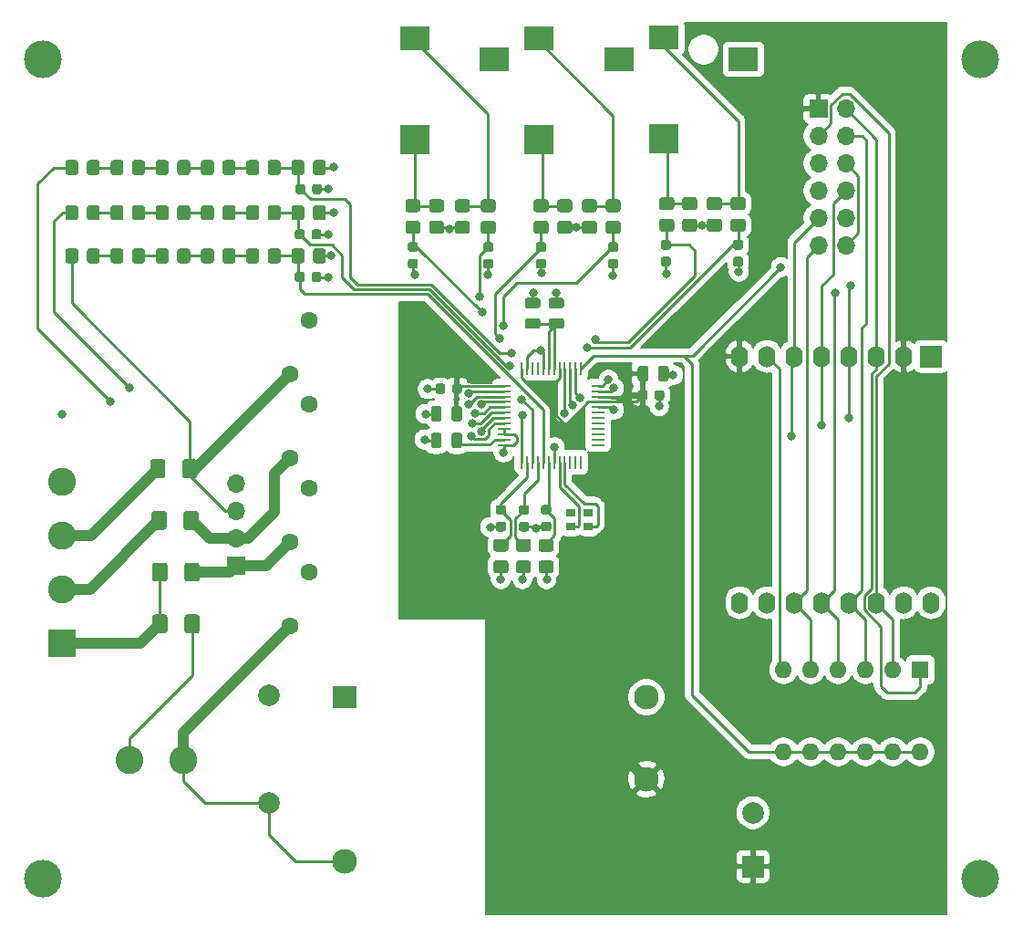
<source format=gtl>
G04 #@! TF.GenerationSoftware,KiCad,Pcbnew,(5.1.10)-1*
G04 #@! TF.CreationDate,2021-08-26T19:54:54+02:00*
G04 #@! TF.ProjectId,CT_Sensor_Mains,43545f53-656e-4736-9f72-5f4d61696e73,rev?*
G04 #@! TF.SameCoordinates,Original*
G04 #@! TF.FileFunction,Copper,L1,Top*
G04 #@! TF.FilePolarity,Positive*
%FSLAX46Y46*%
G04 Gerber Fmt 4.6, Leading zero omitted, Abs format (unit mm)*
G04 Created by KiCad (PCBNEW (5.1.10)-1) date 2021-08-26 19:54:54*
%MOMM*%
%LPD*%
G01*
G04 APERTURE LIST*
G04 #@! TA.AperFunction,ComponentPad*
%ADD10O,1.600000X2.000000*%
G04 #@! TD*
G04 #@! TA.AperFunction,ComponentPad*
%ADD11R,2.000000X2.000000*%
G04 #@! TD*
G04 #@! TA.AperFunction,ComponentPad*
%ADD12C,2.600000*%
G04 #@! TD*
G04 #@! TA.AperFunction,ComponentPad*
%ADD13R,2.600000X2.600000*%
G04 #@! TD*
G04 #@! TA.AperFunction,ComponentPad*
%ADD14O,1.600000X1.600000*%
G04 #@! TD*
G04 #@! TA.AperFunction,ComponentPad*
%ADD15R,1.600000X1.600000*%
G04 #@! TD*
G04 #@! TA.AperFunction,ComponentPad*
%ADD16C,1.600000*%
G04 #@! TD*
G04 #@! TA.AperFunction,ComponentPad*
%ADD17O,1.700000X1.700000*%
G04 #@! TD*
G04 #@! TA.AperFunction,ComponentPad*
%ADD18R,1.700000X1.700000*%
G04 #@! TD*
G04 #@! TA.AperFunction,SMDPad,CuDef*
%ADD19R,0.900000X0.800000*%
G04 #@! TD*
G04 #@! TA.AperFunction,SMDPad,CuDef*
%ADD20R,0.250000X1.300000*%
G04 #@! TD*
G04 #@! TA.AperFunction,SMDPad,CuDef*
%ADD21R,1.300000X0.250000*%
G04 #@! TD*
G04 #@! TA.AperFunction,ComponentPad*
%ADD22C,2.300000*%
G04 #@! TD*
G04 #@! TA.AperFunction,ComponentPad*
%ADD23R,2.300000X2.000000*%
G04 #@! TD*
G04 #@! TA.AperFunction,SMDPad,CuDef*
%ADD24R,2.800000X2.800000*%
G04 #@! TD*
G04 #@! TA.AperFunction,SMDPad,CuDef*
%ADD25R,2.800000X2.200000*%
G04 #@! TD*
G04 #@! TA.AperFunction,ComponentPad*
%ADD26C,2.000000*%
G04 #@! TD*
G04 #@! TA.AperFunction,ViaPad*
%ADD27C,0.800000*%
G04 #@! TD*
G04 #@! TA.AperFunction,ViaPad*
%ADD28C,3.500000*%
G04 #@! TD*
G04 #@! TA.AperFunction,Conductor*
%ADD29C,0.250000*%
G04 #@! TD*
G04 #@! TA.AperFunction,Conductor*
%ADD30C,1.000000*%
G04 #@! TD*
G04 #@! TA.AperFunction,Conductor*
%ADD31C,0.200000*%
G04 #@! TD*
G04 #@! TA.AperFunction,Conductor*
%ADD32C,0.100000*%
G04 #@! TD*
G04 APERTURE END LIST*
D10*
X130650000Y-109835000D03*
X128110000Y-109835000D03*
X125570000Y-109835000D03*
X123030000Y-109835000D03*
X120490000Y-109835000D03*
X117950000Y-109835000D03*
X115410000Y-109835000D03*
X112870000Y-109835000D03*
X112870000Y-86975000D03*
X115410000Y-86975000D03*
X117950000Y-86975000D03*
X120490000Y-86975000D03*
X123030000Y-86975000D03*
X125570000Y-86975000D03*
D11*
X130650000Y-86975000D03*
D10*
X128110000Y-86975000D03*
D12*
X49925000Y-98600000D03*
X49925000Y-103600000D03*
X49925000Y-108600000D03*
D13*
X49925000Y-113600000D03*
D14*
X129650000Y-123670000D03*
X116950000Y-116050000D03*
X127110000Y-123670000D03*
X119490000Y-116050000D03*
X124570000Y-123670000D03*
X122030000Y-116050000D03*
X122030000Y-123670000D03*
X124570000Y-116050000D03*
X119490000Y-123670000D03*
X127110000Y-116050000D03*
X116950000Y-123670000D03*
D15*
X129650000Y-116050000D03*
D16*
X72925000Y-107000000D03*
X71125000Y-112000000D03*
D17*
X122725000Y-76705000D03*
X120185000Y-76705000D03*
X122725000Y-74165000D03*
X120185000Y-74165000D03*
X122725000Y-71625000D03*
X120185000Y-71625000D03*
X122725000Y-69085000D03*
X120185000Y-69085000D03*
X122725000Y-66545000D03*
X120185000Y-66545000D03*
X122725000Y-64005000D03*
D18*
X120185000Y-64005000D03*
D17*
X66125000Y-98780000D03*
X66125000Y-101320000D03*
X66125000Y-103860000D03*
D18*
X66125000Y-106400000D03*
D19*
X97175000Y-101475000D03*
X98825000Y-102725000D03*
X98825000Y-101475000D03*
X97175000Y-102725000D03*
D20*
X92630000Y-88095000D03*
X93130000Y-88095000D03*
X93630000Y-88095000D03*
X94130000Y-88095000D03*
X94630000Y-88095000D03*
X95130000Y-88095000D03*
X95630000Y-88095000D03*
X96130000Y-88095000D03*
X96630000Y-88095000D03*
X97130000Y-88095000D03*
X97630000Y-88095000D03*
X98130000Y-88095000D03*
D21*
X99730000Y-89695000D03*
X99730000Y-90195000D03*
X99730000Y-90695000D03*
X99730000Y-91195000D03*
X99730000Y-91695000D03*
X99730000Y-92195000D03*
X99730000Y-92695000D03*
X99730000Y-93195000D03*
X99730000Y-93695000D03*
X99730000Y-94195000D03*
X99730000Y-94695000D03*
X99730000Y-95195000D03*
D20*
X98130000Y-96795000D03*
X97630000Y-96795000D03*
X97130000Y-96795000D03*
X96630000Y-96795000D03*
X96130000Y-96795000D03*
X95630000Y-96795000D03*
X95130000Y-96795000D03*
X94630000Y-96795000D03*
X94130000Y-96795000D03*
X93630000Y-96795000D03*
X93130000Y-96795000D03*
X92630000Y-96795000D03*
D21*
X91030000Y-95195000D03*
X91030000Y-94695000D03*
X91030000Y-94195000D03*
X91030000Y-93695000D03*
X91030000Y-93195000D03*
X91030000Y-92695000D03*
X91030000Y-92195000D03*
X91030000Y-91695000D03*
X91030000Y-91195000D03*
X91030000Y-90695000D03*
X91030000Y-90195000D03*
X91030000Y-89695000D03*
D16*
X72925000Y-83600000D03*
X71125000Y-88600000D03*
X72925000Y-91400000D03*
X71125000Y-96400000D03*
X72925000Y-99200000D03*
X71125000Y-104200000D03*
G04 #@! TA.AperFunction,SMDPad,CuDef*
G36*
G01*
X91150001Y-105100000D02*
X90249999Y-105100000D01*
G75*
G02*
X90000000Y-104850001I0J249999D01*
G01*
X90000000Y-104149999D01*
G75*
G02*
X90249999Y-103900000I249999J0D01*
G01*
X91150001Y-103900000D01*
G75*
G02*
X91400000Y-104149999I0J-249999D01*
G01*
X91400000Y-104850001D01*
G75*
G02*
X91150001Y-105100000I-249999J0D01*
G01*
G37*
G04 #@! TD.AperFunction*
G04 #@! TA.AperFunction,SMDPad,CuDef*
G36*
G01*
X91150001Y-107100000D02*
X90249999Y-107100000D01*
G75*
G02*
X90000000Y-106850001I0J249999D01*
G01*
X90000000Y-106149999D01*
G75*
G02*
X90249999Y-105900000I249999J0D01*
G01*
X91150001Y-105900000D01*
G75*
G02*
X91400000Y-106149999I0J-249999D01*
G01*
X91400000Y-106850001D01*
G75*
G02*
X91150001Y-107100000I-249999J0D01*
G01*
G37*
G04 #@! TD.AperFunction*
G04 #@! TA.AperFunction,SMDPad,CuDef*
G36*
G01*
X93250001Y-105100000D02*
X92349999Y-105100000D01*
G75*
G02*
X92100000Y-104850001I0J249999D01*
G01*
X92100000Y-104149999D01*
G75*
G02*
X92349999Y-103900000I249999J0D01*
G01*
X93250001Y-103900000D01*
G75*
G02*
X93500000Y-104149999I0J-249999D01*
G01*
X93500000Y-104850001D01*
G75*
G02*
X93250001Y-105100000I-249999J0D01*
G01*
G37*
G04 #@! TD.AperFunction*
G04 #@! TA.AperFunction,SMDPad,CuDef*
G36*
G01*
X93250001Y-107100000D02*
X92349999Y-107100000D01*
G75*
G02*
X92100000Y-106850001I0J249999D01*
G01*
X92100000Y-106149999D01*
G75*
G02*
X92349999Y-105900000I249999J0D01*
G01*
X93250001Y-105900000D01*
G75*
G02*
X93500000Y-106149999I0J-249999D01*
G01*
X93500000Y-106850001D01*
G75*
G02*
X93250001Y-107100000I-249999J0D01*
G01*
G37*
G04 #@! TD.AperFunction*
G04 #@! TA.AperFunction,SMDPad,CuDef*
G36*
G01*
X95350001Y-105100000D02*
X94449999Y-105100000D01*
G75*
G02*
X94200000Y-104850001I0J249999D01*
G01*
X94200000Y-104149999D01*
G75*
G02*
X94449999Y-103900000I249999J0D01*
G01*
X95350001Y-103900000D01*
G75*
G02*
X95600000Y-104149999I0J-249999D01*
G01*
X95600000Y-104850001D01*
G75*
G02*
X95350001Y-105100000I-249999J0D01*
G01*
G37*
G04 #@! TD.AperFunction*
G04 #@! TA.AperFunction,SMDPad,CuDef*
G36*
G01*
X95350001Y-107100000D02*
X94449999Y-107100000D01*
G75*
G02*
X94200000Y-106850001I0J249999D01*
G01*
X94200000Y-106149999D01*
G75*
G02*
X94449999Y-105900000I249999J0D01*
G01*
X95350001Y-105900000D01*
G75*
G02*
X95600000Y-106149999I0J-249999D01*
G01*
X95600000Y-106850001D01*
G75*
G02*
X95350001Y-107100000I-249999J0D01*
G01*
G37*
G04 #@! TD.AperFunction*
G04 #@! TA.AperFunction,SMDPad,CuDef*
G36*
G01*
X73250000Y-78100001D02*
X73250000Y-77199999D01*
G75*
G02*
X73499999Y-76950000I249999J0D01*
G01*
X74200001Y-76950000D01*
G75*
G02*
X74450000Y-77199999I0J-249999D01*
G01*
X74450000Y-78100001D01*
G75*
G02*
X74200001Y-78350000I-249999J0D01*
G01*
X73499999Y-78350000D01*
G75*
G02*
X73250000Y-78100001I0J249999D01*
G01*
G37*
G04 #@! TD.AperFunction*
G04 #@! TA.AperFunction,SMDPad,CuDef*
G36*
G01*
X71250000Y-78100001D02*
X71250000Y-77199999D01*
G75*
G02*
X71499999Y-76950000I249999J0D01*
G01*
X72200001Y-76950000D01*
G75*
G02*
X72450000Y-77199999I0J-249999D01*
G01*
X72450000Y-78100001D01*
G75*
G02*
X72200001Y-78350000I-249999J0D01*
G01*
X71499999Y-78350000D01*
G75*
G02*
X71250000Y-78100001I0J249999D01*
G01*
G37*
G04 #@! TD.AperFunction*
G04 #@! TA.AperFunction,SMDPad,CuDef*
G36*
G01*
X73250000Y-74100001D02*
X73250000Y-73199999D01*
G75*
G02*
X73499999Y-72950000I249999J0D01*
G01*
X74200001Y-72950000D01*
G75*
G02*
X74450000Y-73199999I0J-249999D01*
G01*
X74450000Y-74100001D01*
G75*
G02*
X74200001Y-74350000I-249999J0D01*
G01*
X73499999Y-74350000D01*
G75*
G02*
X73250000Y-74100001I0J249999D01*
G01*
G37*
G04 #@! TD.AperFunction*
G04 #@! TA.AperFunction,SMDPad,CuDef*
G36*
G01*
X71250000Y-74100001D02*
X71250000Y-73199999D01*
G75*
G02*
X71499999Y-72950000I249999J0D01*
G01*
X72200001Y-72950000D01*
G75*
G02*
X72450000Y-73199999I0J-249999D01*
G01*
X72450000Y-74100001D01*
G75*
G02*
X72200001Y-74350000I-249999J0D01*
G01*
X71499999Y-74350000D01*
G75*
G02*
X71250000Y-74100001I0J249999D01*
G01*
G37*
G04 #@! TD.AperFunction*
G04 #@! TA.AperFunction,SMDPad,CuDef*
G36*
G01*
X73250000Y-69900001D02*
X73250000Y-68999999D01*
G75*
G02*
X73499999Y-68750000I249999J0D01*
G01*
X74200001Y-68750000D01*
G75*
G02*
X74450000Y-68999999I0J-249999D01*
G01*
X74450000Y-69900001D01*
G75*
G02*
X74200001Y-70150000I-249999J0D01*
G01*
X73499999Y-70150000D01*
G75*
G02*
X73250000Y-69900001I0J249999D01*
G01*
G37*
G04 #@! TD.AperFunction*
G04 #@! TA.AperFunction,SMDPad,CuDef*
G36*
G01*
X71250000Y-69900001D02*
X71250000Y-68999999D01*
G75*
G02*
X71499999Y-68750000I249999J0D01*
G01*
X72200001Y-68750000D01*
G75*
G02*
X72450000Y-68999999I0J-249999D01*
G01*
X72450000Y-69900001D01*
G75*
G02*
X72200001Y-70150000I-249999J0D01*
G01*
X71499999Y-70150000D01*
G75*
G02*
X71250000Y-69900001I0J249999D01*
G01*
G37*
G04 #@! TD.AperFunction*
G04 #@! TA.AperFunction,SMDPad,CuDef*
G36*
G01*
X69050000Y-78100001D02*
X69050000Y-77199999D01*
G75*
G02*
X69299999Y-76950000I249999J0D01*
G01*
X70000001Y-76950000D01*
G75*
G02*
X70250000Y-77199999I0J-249999D01*
G01*
X70250000Y-78100001D01*
G75*
G02*
X70000001Y-78350000I-249999J0D01*
G01*
X69299999Y-78350000D01*
G75*
G02*
X69050000Y-78100001I0J249999D01*
G01*
G37*
G04 #@! TD.AperFunction*
G04 #@! TA.AperFunction,SMDPad,CuDef*
G36*
G01*
X67050000Y-78100001D02*
X67050000Y-77199999D01*
G75*
G02*
X67299999Y-76950000I249999J0D01*
G01*
X68000001Y-76950000D01*
G75*
G02*
X68250000Y-77199999I0J-249999D01*
G01*
X68250000Y-78100001D01*
G75*
G02*
X68000001Y-78350000I-249999J0D01*
G01*
X67299999Y-78350000D01*
G75*
G02*
X67050000Y-78100001I0J249999D01*
G01*
G37*
G04 #@! TD.AperFunction*
G04 #@! TA.AperFunction,SMDPad,CuDef*
G36*
G01*
X69050000Y-74100001D02*
X69050000Y-73199999D01*
G75*
G02*
X69299999Y-72950000I249999J0D01*
G01*
X70000001Y-72950000D01*
G75*
G02*
X70250000Y-73199999I0J-249999D01*
G01*
X70250000Y-74100001D01*
G75*
G02*
X70000001Y-74350000I-249999J0D01*
G01*
X69299999Y-74350000D01*
G75*
G02*
X69050000Y-74100001I0J249999D01*
G01*
G37*
G04 #@! TD.AperFunction*
G04 #@! TA.AperFunction,SMDPad,CuDef*
G36*
G01*
X67050000Y-74100001D02*
X67050000Y-73199999D01*
G75*
G02*
X67299999Y-72950000I249999J0D01*
G01*
X68000001Y-72950000D01*
G75*
G02*
X68250000Y-73199999I0J-249999D01*
G01*
X68250000Y-74100001D01*
G75*
G02*
X68000001Y-74350000I-249999J0D01*
G01*
X67299999Y-74350000D01*
G75*
G02*
X67050000Y-74100001I0J249999D01*
G01*
G37*
G04 #@! TD.AperFunction*
G04 #@! TA.AperFunction,SMDPad,CuDef*
G36*
G01*
X69050000Y-69900001D02*
X69050000Y-68999999D01*
G75*
G02*
X69299999Y-68750000I249999J0D01*
G01*
X70000001Y-68750000D01*
G75*
G02*
X70250000Y-68999999I0J-249999D01*
G01*
X70250000Y-69900001D01*
G75*
G02*
X70000001Y-70150000I-249999J0D01*
G01*
X69299999Y-70150000D01*
G75*
G02*
X69050000Y-69900001I0J249999D01*
G01*
G37*
G04 #@! TD.AperFunction*
G04 #@! TA.AperFunction,SMDPad,CuDef*
G36*
G01*
X67050000Y-69900001D02*
X67050000Y-68999999D01*
G75*
G02*
X67299999Y-68750000I249999J0D01*
G01*
X68000001Y-68750000D01*
G75*
G02*
X68250000Y-68999999I0J-249999D01*
G01*
X68250000Y-69900001D01*
G75*
G02*
X68000001Y-70150000I-249999J0D01*
G01*
X67299999Y-70150000D01*
G75*
G02*
X67050000Y-69900001I0J249999D01*
G01*
G37*
G04 #@! TD.AperFunction*
G04 #@! TA.AperFunction,SMDPad,CuDef*
G36*
G01*
X64850000Y-78100001D02*
X64850000Y-77199999D01*
G75*
G02*
X65099999Y-76950000I249999J0D01*
G01*
X65800001Y-76950000D01*
G75*
G02*
X66050000Y-77199999I0J-249999D01*
G01*
X66050000Y-78100001D01*
G75*
G02*
X65800001Y-78350000I-249999J0D01*
G01*
X65099999Y-78350000D01*
G75*
G02*
X64850000Y-78100001I0J249999D01*
G01*
G37*
G04 #@! TD.AperFunction*
G04 #@! TA.AperFunction,SMDPad,CuDef*
G36*
G01*
X62850000Y-78100001D02*
X62850000Y-77199999D01*
G75*
G02*
X63099999Y-76950000I249999J0D01*
G01*
X63800001Y-76950000D01*
G75*
G02*
X64050000Y-77199999I0J-249999D01*
G01*
X64050000Y-78100001D01*
G75*
G02*
X63800001Y-78350000I-249999J0D01*
G01*
X63099999Y-78350000D01*
G75*
G02*
X62850000Y-78100001I0J249999D01*
G01*
G37*
G04 #@! TD.AperFunction*
G04 #@! TA.AperFunction,SMDPad,CuDef*
G36*
G01*
X64850000Y-74100001D02*
X64850000Y-73199999D01*
G75*
G02*
X65099999Y-72950000I249999J0D01*
G01*
X65800001Y-72950000D01*
G75*
G02*
X66050000Y-73199999I0J-249999D01*
G01*
X66050000Y-74100001D01*
G75*
G02*
X65800001Y-74350000I-249999J0D01*
G01*
X65099999Y-74350000D01*
G75*
G02*
X64850000Y-74100001I0J249999D01*
G01*
G37*
G04 #@! TD.AperFunction*
G04 #@! TA.AperFunction,SMDPad,CuDef*
G36*
G01*
X62850000Y-74100001D02*
X62850000Y-73199999D01*
G75*
G02*
X63099999Y-72950000I249999J0D01*
G01*
X63800001Y-72950000D01*
G75*
G02*
X64050000Y-73199999I0J-249999D01*
G01*
X64050000Y-74100001D01*
G75*
G02*
X63800001Y-74350000I-249999J0D01*
G01*
X63099999Y-74350000D01*
G75*
G02*
X62850000Y-74100001I0J249999D01*
G01*
G37*
G04 #@! TD.AperFunction*
G04 #@! TA.AperFunction,SMDPad,CuDef*
G36*
G01*
X64850000Y-69900001D02*
X64850000Y-68999999D01*
G75*
G02*
X65099999Y-68750000I249999J0D01*
G01*
X65800001Y-68750000D01*
G75*
G02*
X66050000Y-68999999I0J-249999D01*
G01*
X66050000Y-69900001D01*
G75*
G02*
X65800001Y-70150000I-249999J0D01*
G01*
X65099999Y-70150000D01*
G75*
G02*
X64850000Y-69900001I0J249999D01*
G01*
G37*
G04 #@! TD.AperFunction*
G04 #@! TA.AperFunction,SMDPad,CuDef*
G36*
G01*
X62850000Y-69900001D02*
X62850000Y-68999999D01*
G75*
G02*
X63099999Y-68750000I249999J0D01*
G01*
X63800001Y-68750000D01*
G75*
G02*
X64050000Y-68999999I0J-249999D01*
G01*
X64050000Y-69900001D01*
G75*
G02*
X63800001Y-70150000I-249999J0D01*
G01*
X63099999Y-70150000D01*
G75*
G02*
X62850000Y-69900001I0J249999D01*
G01*
G37*
G04 #@! TD.AperFunction*
G04 #@! TA.AperFunction,SMDPad,CuDef*
G36*
G01*
X60650000Y-78100001D02*
X60650000Y-77199999D01*
G75*
G02*
X60899999Y-76950000I249999J0D01*
G01*
X61600001Y-76950000D01*
G75*
G02*
X61850000Y-77199999I0J-249999D01*
G01*
X61850000Y-78100001D01*
G75*
G02*
X61600001Y-78350000I-249999J0D01*
G01*
X60899999Y-78350000D01*
G75*
G02*
X60650000Y-78100001I0J249999D01*
G01*
G37*
G04 #@! TD.AperFunction*
G04 #@! TA.AperFunction,SMDPad,CuDef*
G36*
G01*
X58650000Y-78100001D02*
X58650000Y-77199999D01*
G75*
G02*
X58899999Y-76950000I249999J0D01*
G01*
X59600001Y-76950000D01*
G75*
G02*
X59850000Y-77199999I0J-249999D01*
G01*
X59850000Y-78100001D01*
G75*
G02*
X59600001Y-78350000I-249999J0D01*
G01*
X58899999Y-78350000D01*
G75*
G02*
X58650000Y-78100001I0J249999D01*
G01*
G37*
G04 #@! TD.AperFunction*
G04 #@! TA.AperFunction,SMDPad,CuDef*
G36*
G01*
X60650000Y-74100001D02*
X60650000Y-73199999D01*
G75*
G02*
X60899999Y-72950000I249999J0D01*
G01*
X61600001Y-72950000D01*
G75*
G02*
X61850000Y-73199999I0J-249999D01*
G01*
X61850000Y-74100001D01*
G75*
G02*
X61600001Y-74350000I-249999J0D01*
G01*
X60899999Y-74350000D01*
G75*
G02*
X60650000Y-74100001I0J249999D01*
G01*
G37*
G04 #@! TD.AperFunction*
G04 #@! TA.AperFunction,SMDPad,CuDef*
G36*
G01*
X58650000Y-74100001D02*
X58650000Y-73199999D01*
G75*
G02*
X58899999Y-72950000I249999J0D01*
G01*
X59600001Y-72950000D01*
G75*
G02*
X59850000Y-73199999I0J-249999D01*
G01*
X59850000Y-74100001D01*
G75*
G02*
X59600001Y-74350000I-249999J0D01*
G01*
X58899999Y-74350000D01*
G75*
G02*
X58650000Y-74100001I0J249999D01*
G01*
G37*
G04 #@! TD.AperFunction*
G04 #@! TA.AperFunction,SMDPad,CuDef*
G36*
G01*
X60650000Y-69900001D02*
X60650000Y-68999999D01*
G75*
G02*
X60899999Y-68750000I249999J0D01*
G01*
X61600001Y-68750000D01*
G75*
G02*
X61850000Y-68999999I0J-249999D01*
G01*
X61850000Y-69900001D01*
G75*
G02*
X61600001Y-70150000I-249999J0D01*
G01*
X60899999Y-70150000D01*
G75*
G02*
X60650000Y-69900001I0J249999D01*
G01*
G37*
G04 #@! TD.AperFunction*
G04 #@! TA.AperFunction,SMDPad,CuDef*
G36*
G01*
X58650000Y-69900001D02*
X58650000Y-68999999D01*
G75*
G02*
X58899999Y-68750000I249999J0D01*
G01*
X59600001Y-68750000D01*
G75*
G02*
X59850000Y-68999999I0J-249999D01*
G01*
X59850000Y-69900001D01*
G75*
G02*
X59600001Y-70150000I-249999J0D01*
G01*
X58899999Y-70150000D01*
G75*
G02*
X58650000Y-69900001I0J249999D01*
G01*
G37*
G04 #@! TD.AperFunction*
G04 #@! TA.AperFunction,SMDPad,CuDef*
G36*
G01*
X56450000Y-78100001D02*
X56450000Y-77199999D01*
G75*
G02*
X56699999Y-76950000I249999J0D01*
G01*
X57400001Y-76950000D01*
G75*
G02*
X57650000Y-77199999I0J-249999D01*
G01*
X57650000Y-78100001D01*
G75*
G02*
X57400001Y-78350000I-249999J0D01*
G01*
X56699999Y-78350000D01*
G75*
G02*
X56450000Y-78100001I0J249999D01*
G01*
G37*
G04 #@! TD.AperFunction*
G04 #@! TA.AperFunction,SMDPad,CuDef*
G36*
G01*
X54450000Y-78100001D02*
X54450000Y-77199999D01*
G75*
G02*
X54699999Y-76950000I249999J0D01*
G01*
X55400001Y-76950000D01*
G75*
G02*
X55650000Y-77199999I0J-249999D01*
G01*
X55650000Y-78100001D01*
G75*
G02*
X55400001Y-78350000I-249999J0D01*
G01*
X54699999Y-78350000D01*
G75*
G02*
X54450000Y-78100001I0J249999D01*
G01*
G37*
G04 #@! TD.AperFunction*
G04 #@! TA.AperFunction,SMDPad,CuDef*
G36*
G01*
X56450000Y-74100001D02*
X56450000Y-73199999D01*
G75*
G02*
X56699999Y-72950000I249999J0D01*
G01*
X57400001Y-72950000D01*
G75*
G02*
X57650000Y-73199999I0J-249999D01*
G01*
X57650000Y-74100001D01*
G75*
G02*
X57400001Y-74350000I-249999J0D01*
G01*
X56699999Y-74350000D01*
G75*
G02*
X56450000Y-74100001I0J249999D01*
G01*
G37*
G04 #@! TD.AperFunction*
G04 #@! TA.AperFunction,SMDPad,CuDef*
G36*
G01*
X54450000Y-74100001D02*
X54450000Y-73199999D01*
G75*
G02*
X54699999Y-72950000I249999J0D01*
G01*
X55400001Y-72950000D01*
G75*
G02*
X55650000Y-73199999I0J-249999D01*
G01*
X55650000Y-74100001D01*
G75*
G02*
X55400001Y-74350000I-249999J0D01*
G01*
X54699999Y-74350000D01*
G75*
G02*
X54450000Y-74100001I0J249999D01*
G01*
G37*
G04 #@! TD.AperFunction*
G04 #@! TA.AperFunction,SMDPad,CuDef*
G36*
G01*
X56450000Y-69900001D02*
X56450000Y-68999999D01*
G75*
G02*
X56699999Y-68750000I249999J0D01*
G01*
X57400001Y-68750000D01*
G75*
G02*
X57650000Y-68999999I0J-249999D01*
G01*
X57650000Y-69900001D01*
G75*
G02*
X57400001Y-70150000I-249999J0D01*
G01*
X56699999Y-70150000D01*
G75*
G02*
X56450000Y-69900001I0J249999D01*
G01*
G37*
G04 #@! TD.AperFunction*
G04 #@! TA.AperFunction,SMDPad,CuDef*
G36*
G01*
X54450000Y-69900001D02*
X54450000Y-68999999D01*
G75*
G02*
X54699999Y-68750000I249999J0D01*
G01*
X55400001Y-68750000D01*
G75*
G02*
X55650000Y-68999999I0J-249999D01*
G01*
X55650000Y-69900001D01*
G75*
G02*
X55400001Y-70150000I-249999J0D01*
G01*
X54699999Y-70150000D01*
G75*
G02*
X54450000Y-69900001I0J249999D01*
G01*
G37*
G04 #@! TD.AperFunction*
G04 #@! TA.AperFunction,SMDPad,CuDef*
G36*
G01*
X52250000Y-78100001D02*
X52250000Y-77199999D01*
G75*
G02*
X52499999Y-76950000I249999J0D01*
G01*
X53200001Y-76950000D01*
G75*
G02*
X53450000Y-77199999I0J-249999D01*
G01*
X53450000Y-78100001D01*
G75*
G02*
X53200001Y-78350000I-249999J0D01*
G01*
X52499999Y-78350000D01*
G75*
G02*
X52250000Y-78100001I0J249999D01*
G01*
G37*
G04 #@! TD.AperFunction*
G04 #@! TA.AperFunction,SMDPad,CuDef*
G36*
G01*
X50250000Y-78100001D02*
X50250000Y-77199999D01*
G75*
G02*
X50499999Y-76950000I249999J0D01*
G01*
X51200001Y-76950000D01*
G75*
G02*
X51450000Y-77199999I0J-249999D01*
G01*
X51450000Y-78100001D01*
G75*
G02*
X51200001Y-78350000I-249999J0D01*
G01*
X50499999Y-78350000D01*
G75*
G02*
X50250000Y-78100001I0J249999D01*
G01*
G37*
G04 #@! TD.AperFunction*
G04 #@! TA.AperFunction,SMDPad,CuDef*
G36*
G01*
X52250000Y-74100001D02*
X52250000Y-73199999D01*
G75*
G02*
X52499999Y-72950000I249999J0D01*
G01*
X53200001Y-72950000D01*
G75*
G02*
X53450000Y-73199999I0J-249999D01*
G01*
X53450000Y-74100001D01*
G75*
G02*
X53200001Y-74350000I-249999J0D01*
G01*
X52499999Y-74350000D01*
G75*
G02*
X52250000Y-74100001I0J249999D01*
G01*
G37*
G04 #@! TD.AperFunction*
G04 #@! TA.AperFunction,SMDPad,CuDef*
G36*
G01*
X50250000Y-74100001D02*
X50250000Y-73199999D01*
G75*
G02*
X50499999Y-72950000I249999J0D01*
G01*
X51200001Y-72950000D01*
G75*
G02*
X51450000Y-73199999I0J-249999D01*
G01*
X51450000Y-74100001D01*
G75*
G02*
X51200001Y-74350000I-249999J0D01*
G01*
X50499999Y-74350000D01*
G75*
G02*
X50250000Y-74100001I0J249999D01*
G01*
G37*
G04 #@! TD.AperFunction*
G04 #@! TA.AperFunction,SMDPad,CuDef*
G36*
G01*
X52250000Y-69900001D02*
X52250000Y-68999999D01*
G75*
G02*
X52499999Y-68750000I249999J0D01*
G01*
X53200001Y-68750000D01*
G75*
G02*
X53450000Y-68999999I0J-249999D01*
G01*
X53450000Y-69900001D01*
G75*
G02*
X53200001Y-70150000I-249999J0D01*
G01*
X52499999Y-70150000D01*
G75*
G02*
X52250000Y-69900001I0J249999D01*
G01*
G37*
G04 #@! TD.AperFunction*
G04 #@! TA.AperFunction,SMDPad,CuDef*
G36*
G01*
X50250000Y-69900001D02*
X50250000Y-68999999D01*
G75*
G02*
X50499999Y-68750000I249999J0D01*
G01*
X51200001Y-68750000D01*
G75*
G02*
X51450000Y-68999999I0J-249999D01*
G01*
X51450000Y-69900001D01*
G75*
G02*
X51200001Y-70150000I-249999J0D01*
G01*
X50499999Y-70150000D01*
G75*
G02*
X50250000Y-69900001I0J249999D01*
G01*
G37*
G04 #@! TD.AperFunction*
G04 #@! TA.AperFunction,SMDPad,CuDef*
G36*
G01*
X105649999Y-74200000D02*
X106550001Y-74200000D01*
G75*
G02*
X106800000Y-74449999I0J-249999D01*
G01*
X106800000Y-75150001D01*
G75*
G02*
X106550001Y-75400000I-249999J0D01*
G01*
X105649999Y-75400000D01*
G75*
G02*
X105400000Y-75150001I0J249999D01*
G01*
X105400000Y-74449999D01*
G75*
G02*
X105649999Y-74200000I249999J0D01*
G01*
G37*
G04 #@! TD.AperFunction*
G04 #@! TA.AperFunction,SMDPad,CuDef*
G36*
G01*
X105649999Y-72200000D02*
X106550001Y-72200000D01*
G75*
G02*
X106800000Y-72449999I0J-249999D01*
G01*
X106800000Y-73150001D01*
G75*
G02*
X106550001Y-73400000I-249999J0D01*
G01*
X105649999Y-73400000D01*
G75*
G02*
X105400000Y-73150001I0J249999D01*
G01*
X105400000Y-72449999D01*
G75*
G02*
X105649999Y-72200000I249999J0D01*
G01*
G37*
G04 #@! TD.AperFunction*
G04 #@! TA.AperFunction,SMDPad,CuDef*
G36*
G01*
X113175001Y-73400000D02*
X112274999Y-73400000D01*
G75*
G02*
X112025000Y-73150001I0J249999D01*
G01*
X112025000Y-72449999D01*
G75*
G02*
X112274999Y-72200000I249999J0D01*
G01*
X113175001Y-72200000D01*
G75*
G02*
X113425000Y-72449999I0J-249999D01*
G01*
X113425000Y-73150001D01*
G75*
G02*
X113175001Y-73400000I-249999J0D01*
G01*
G37*
G04 #@! TD.AperFunction*
G04 #@! TA.AperFunction,SMDPad,CuDef*
G36*
G01*
X113175001Y-75400000D02*
X112274999Y-75400000D01*
G75*
G02*
X112025000Y-75150001I0J249999D01*
G01*
X112025000Y-74449999D01*
G75*
G02*
X112274999Y-74200000I249999J0D01*
G01*
X113175001Y-74200000D01*
G75*
G02*
X113425000Y-74449999I0J-249999D01*
G01*
X113425000Y-75150001D01*
G75*
G02*
X113175001Y-75400000I-249999J0D01*
G01*
G37*
G04 #@! TD.AperFunction*
G04 #@! TA.AperFunction,SMDPad,CuDef*
G36*
G01*
X93974999Y-74400000D02*
X94875001Y-74400000D01*
G75*
G02*
X95125000Y-74649999I0J-249999D01*
G01*
X95125000Y-75350001D01*
G75*
G02*
X94875001Y-75600000I-249999J0D01*
G01*
X93974999Y-75600000D01*
G75*
G02*
X93725000Y-75350001I0J249999D01*
G01*
X93725000Y-74649999D01*
G75*
G02*
X93974999Y-74400000I249999J0D01*
G01*
G37*
G04 #@! TD.AperFunction*
G04 #@! TA.AperFunction,SMDPad,CuDef*
G36*
G01*
X93974999Y-72400000D02*
X94875001Y-72400000D01*
G75*
G02*
X95125000Y-72649999I0J-249999D01*
G01*
X95125000Y-73350001D01*
G75*
G02*
X94875001Y-73600000I-249999J0D01*
G01*
X93974999Y-73600000D01*
G75*
G02*
X93725000Y-73350001I0J249999D01*
G01*
X93725000Y-72649999D01*
G75*
G02*
X93974999Y-72400000I249999J0D01*
G01*
G37*
G04 #@! TD.AperFunction*
G04 #@! TA.AperFunction,SMDPad,CuDef*
G36*
G01*
X101575001Y-73600000D02*
X100674999Y-73600000D01*
G75*
G02*
X100425000Y-73350001I0J249999D01*
G01*
X100425000Y-72649999D01*
G75*
G02*
X100674999Y-72400000I249999J0D01*
G01*
X101575001Y-72400000D01*
G75*
G02*
X101825000Y-72649999I0J-249999D01*
G01*
X101825000Y-73350001D01*
G75*
G02*
X101575001Y-73600000I-249999J0D01*
G01*
G37*
G04 #@! TD.AperFunction*
G04 #@! TA.AperFunction,SMDPad,CuDef*
G36*
G01*
X101575001Y-75600000D02*
X100674999Y-75600000D01*
G75*
G02*
X100425000Y-75350001I0J249999D01*
G01*
X100425000Y-74649999D01*
G75*
G02*
X100674999Y-74400000I249999J0D01*
G01*
X101575001Y-74400000D01*
G75*
G02*
X101825000Y-74649999I0J-249999D01*
G01*
X101825000Y-75350001D01*
G75*
G02*
X101575001Y-75600000I-249999J0D01*
G01*
G37*
G04 #@! TD.AperFunction*
G04 #@! TA.AperFunction,SMDPad,CuDef*
G36*
G01*
X82074999Y-74400000D02*
X82975001Y-74400000D01*
G75*
G02*
X83225000Y-74649999I0J-249999D01*
G01*
X83225000Y-75350001D01*
G75*
G02*
X82975001Y-75600000I-249999J0D01*
G01*
X82074999Y-75600000D01*
G75*
G02*
X81825000Y-75350001I0J249999D01*
G01*
X81825000Y-74649999D01*
G75*
G02*
X82074999Y-74400000I249999J0D01*
G01*
G37*
G04 #@! TD.AperFunction*
G04 #@! TA.AperFunction,SMDPad,CuDef*
G36*
G01*
X82074999Y-72400000D02*
X82975001Y-72400000D01*
G75*
G02*
X83225000Y-72649999I0J-249999D01*
G01*
X83225000Y-73350001D01*
G75*
G02*
X82975001Y-73600000I-249999J0D01*
G01*
X82074999Y-73600000D01*
G75*
G02*
X81825000Y-73350001I0J249999D01*
G01*
X81825000Y-72649999D01*
G75*
G02*
X82074999Y-72400000I249999J0D01*
G01*
G37*
G04 #@! TD.AperFunction*
G04 #@! TA.AperFunction,SMDPad,CuDef*
G36*
G01*
X89975001Y-73600000D02*
X89074999Y-73600000D01*
G75*
G02*
X88825000Y-73350001I0J249999D01*
G01*
X88825000Y-72649999D01*
G75*
G02*
X89074999Y-72400000I249999J0D01*
G01*
X89975001Y-72400000D01*
G75*
G02*
X90225000Y-72649999I0J-249999D01*
G01*
X90225000Y-73350001D01*
G75*
G02*
X89975001Y-73600000I-249999J0D01*
G01*
G37*
G04 #@! TD.AperFunction*
G04 #@! TA.AperFunction,SMDPad,CuDef*
G36*
G01*
X89975001Y-75600000D02*
X89074999Y-75600000D01*
G75*
G02*
X88825000Y-75350001I0J249999D01*
G01*
X88825000Y-74649999D01*
G75*
G02*
X89074999Y-74400000I249999J0D01*
G01*
X89975001Y-74400000D01*
G75*
G02*
X90225000Y-74649999I0J-249999D01*
G01*
X90225000Y-75350001D01*
G75*
G02*
X89975001Y-75600000I-249999J0D01*
G01*
G37*
G04 #@! TD.AperFunction*
G04 #@! TA.AperFunction,SMDPad,CuDef*
G36*
G01*
X108675001Y-73400000D02*
X107774999Y-73400000D01*
G75*
G02*
X107525000Y-73150001I0J249999D01*
G01*
X107525000Y-72449999D01*
G75*
G02*
X107774999Y-72200000I249999J0D01*
G01*
X108675001Y-72200000D01*
G75*
G02*
X108925000Y-72449999I0J-249999D01*
G01*
X108925000Y-73150001D01*
G75*
G02*
X108675001Y-73400000I-249999J0D01*
G01*
G37*
G04 #@! TD.AperFunction*
G04 #@! TA.AperFunction,SMDPad,CuDef*
G36*
G01*
X108675001Y-75400000D02*
X107774999Y-75400000D01*
G75*
G02*
X107525000Y-75150001I0J249999D01*
G01*
X107525000Y-74449999D01*
G75*
G02*
X107774999Y-74200000I249999J0D01*
G01*
X108675001Y-74200000D01*
G75*
G02*
X108925000Y-74449999I0J-249999D01*
G01*
X108925000Y-75150001D01*
G75*
G02*
X108675001Y-75400000I-249999J0D01*
G01*
G37*
G04 #@! TD.AperFunction*
G04 #@! TA.AperFunction,SMDPad,CuDef*
G36*
G01*
X110074999Y-74200000D02*
X110975001Y-74200000D01*
G75*
G02*
X111225000Y-74449999I0J-249999D01*
G01*
X111225000Y-75150001D01*
G75*
G02*
X110975001Y-75400000I-249999J0D01*
G01*
X110074999Y-75400000D01*
G75*
G02*
X109825000Y-75150001I0J249999D01*
G01*
X109825000Y-74449999D01*
G75*
G02*
X110074999Y-74200000I249999J0D01*
G01*
G37*
G04 #@! TD.AperFunction*
G04 #@! TA.AperFunction,SMDPad,CuDef*
G36*
G01*
X110074999Y-72200000D02*
X110975001Y-72200000D01*
G75*
G02*
X111225000Y-72449999I0J-249999D01*
G01*
X111225000Y-73150001D01*
G75*
G02*
X110975001Y-73400000I-249999J0D01*
G01*
X110074999Y-73400000D01*
G75*
G02*
X109825000Y-73150001I0J249999D01*
G01*
X109825000Y-72449999D01*
G75*
G02*
X110074999Y-72200000I249999J0D01*
G01*
G37*
G04 #@! TD.AperFunction*
G04 #@! TA.AperFunction,SMDPad,CuDef*
G36*
G01*
X97075001Y-73600000D02*
X96174999Y-73600000D01*
G75*
G02*
X95925000Y-73350001I0J249999D01*
G01*
X95925000Y-72649999D01*
G75*
G02*
X96174999Y-72400000I249999J0D01*
G01*
X97075001Y-72400000D01*
G75*
G02*
X97325000Y-72649999I0J-249999D01*
G01*
X97325000Y-73350001D01*
G75*
G02*
X97075001Y-73600000I-249999J0D01*
G01*
G37*
G04 #@! TD.AperFunction*
G04 #@! TA.AperFunction,SMDPad,CuDef*
G36*
G01*
X97075001Y-75600000D02*
X96174999Y-75600000D01*
G75*
G02*
X95925000Y-75350001I0J249999D01*
G01*
X95925000Y-74649999D01*
G75*
G02*
X96174999Y-74400000I249999J0D01*
G01*
X97075001Y-74400000D01*
G75*
G02*
X97325000Y-74649999I0J-249999D01*
G01*
X97325000Y-75350001D01*
G75*
G02*
X97075001Y-75600000I-249999J0D01*
G01*
G37*
G04 #@! TD.AperFunction*
G04 #@! TA.AperFunction,SMDPad,CuDef*
G36*
G01*
X98474999Y-74400000D02*
X99375001Y-74400000D01*
G75*
G02*
X99625000Y-74649999I0J-249999D01*
G01*
X99625000Y-75350001D01*
G75*
G02*
X99375001Y-75600000I-249999J0D01*
G01*
X98474999Y-75600000D01*
G75*
G02*
X98225000Y-75350001I0J249999D01*
G01*
X98225000Y-74649999D01*
G75*
G02*
X98474999Y-74400000I249999J0D01*
G01*
G37*
G04 #@! TD.AperFunction*
G04 #@! TA.AperFunction,SMDPad,CuDef*
G36*
G01*
X98474999Y-72400000D02*
X99375001Y-72400000D01*
G75*
G02*
X99625000Y-72649999I0J-249999D01*
G01*
X99625000Y-73350001D01*
G75*
G02*
X99375001Y-73600000I-249999J0D01*
G01*
X98474999Y-73600000D01*
G75*
G02*
X98225000Y-73350001I0J249999D01*
G01*
X98225000Y-72649999D01*
G75*
G02*
X98474999Y-72400000I249999J0D01*
G01*
G37*
G04 #@! TD.AperFunction*
G04 #@! TA.AperFunction,SMDPad,CuDef*
G36*
G01*
X85175001Y-73600000D02*
X84274999Y-73600000D01*
G75*
G02*
X84025000Y-73350001I0J249999D01*
G01*
X84025000Y-72649999D01*
G75*
G02*
X84274999Y-72400000I249999J0D01*
G01*
X85175001Y-72400000D01*
G75*
G02*
X85425000Y-72649999I0J-249999D01*
G01*
X85425000Y-73350001D01*
G75*
G02*
X85175001Y-73600000I-249999J0D01*
G01*
G37*
G04 #@! TD.AperFunction*
G04 #@! TA.AperFunction,SMDPad,CuDef*
G36*
G01*
X85175001Y-75600000D02*
X84274999Y-75600000D01*
G75*
G02*
X84025000Y-75350001I0J249999D01*
G01*
X84025000Y-74649999D01*
G75*
G02*
X84274999Y-74400000I249999J0D01*
G01*
X85175001Y-74400000D01*
G75*
G02*
X85425000Y-74649999I0J-249999D01*
G01*
X85425000Y-75350001D01*
G75*
G02*
X85175001Y-75600000I-249999J0D01*
G01*
G37*
G04 #@! TD.AperFunction*
G04 #@! TA.AperFunction,SMDPad,CuDef*
G36*
G01*
X86674999Y-74400000D02*
X87575001Y-74400000D01*
G75*
G02*
X87825000Y-74649999I0J-249999D01*
G01*
X87825000Y-75350001D01*
G75*
G02*
X87575001Y-75600000I-249999J0D01*
G01*
X86674999Y-75600000D01*
G75*
G02*
X86425000Y-75350001I0J249999D01*
G01*
X86425000Y-74649999D01*
G75*
G02*
X86674999Y-74400000I249999J0D01*
G01*
G37*
G04 #@! TD.AperFunction*
G04 #@! TA.AperFunction,SMDPad,CuDef*
G36*
G01*
X86674999Y-72400000D02*
X87575001Y-72400000D01*
G75*
G02*
X87825000Y-72649999I0J-249999D01*
G01*
X87825000Y-73350001D01*
G75*
G02*
X87575001Y-73600000I-249999J0D01*
G01*
X86674999Y-73600000D01*
G75*
G02*
X86425000Y-73350001I0J249999D01*
G01*
X86425000Y-72649999D01*
G75*
G02*
X86674999Y-72400000I249999J0D01*
G01*
G37*
G04 #@! TD.AperFunction*
D22*
X104200000Y-126200000D03*
X76200000Y-133800000D03*
D23*
X76200000Y-118600000D03*
D22*
X104200000Y-118600000D03*
D12*
X61200000Y-124400000D03*
X56200000Y-124400000D03*
D24*
X105825000Y-66800000D03*
D25*
X105825000Y-57400000D03*
X113225000Y-59400000D03*
D24*
X94255000Y-66820000D03*
D25*
X94255000Y-57420000D03*
X101655000Y-59420000D03*
D24*
X82705000Y-66820000D03*
D25*
X82705000Y-57420000D03*
X90105000Y-59420000D03*
G04 #@! TA.AperFunction,SMDPad,CuDef*
G36*
G01*
X59550000Y-96775000D02*
X59550000Y-98025000D01*
G75*
G02*
X59300000Y-98275000I-250000J0D01*
G01*
X58375000Y-98275000D01*
G75*
G02*
X58125000Y-98025000I0J250000D01*
G01*
X58125000Y-96775000D01*
G75*
G02*
X58375000Y-96525000I250000J0D01*
G01*
X59300000Y-96525000D01*
G75*
G02*
X59550000Y-96775000I0J-250000D01*
G01*
G37*
G04 #@! TD.AperFunction*
G04 #@! TA.AperFunction,SMDPad,CuDef*
G36*
G01*
X62525000Y-96775000D02*
X62525000Y-98025000D01*
G75*
G02*
X62275000Y-98275000I-250000J0D01*
G01*
X61350000Y-98275000D01*
G75*
G02*
X61100000Y-98025000I0J250000D01*
G01*
X61100000Y-96775000D01*
G75*
G02*
X61350000Y-96525000I250000J0D01*
G01*
X62275000Y-96525000D01*
G75*
G02*
X62525000Y-96775000I0J-250000D01*
G01*
G37*
G04 #@! TD.AperFunction*
G04 #@! TA.AperFunction,SMDPad,CuDef*
G36*
G01*
X59662500Y-101575000D02*
X59662500Y-102825000D01*
G75*
G02*
X59412500Y-103075000I-250000J0D01*
G01*
X58487500Y-103075000D01*
G75*
G02*
X58237500Y-102825000I0J250000D01*
G01*
X58237500Y-101575000D01*
G75*
G02*
X58487500Y-101325000I250000J0D01*
G01*
X59412500Y-101325000D01*
G75*
G02*
X59662500Y-101575000I0J-250000D01*
G01*
G37*
G04 #@! TD.AperFunction*
G04 #@! TA.AperFunction,SMDPad,CuDef*
G36*
G01*
X62637500Y-101575000D02*
X62637500Y-102825000D01*
G75*
G02*
X62387500Y-103075000I-250000J0D01*
G01*
X61462500Y-103075000D01*
G75*
G02*
X61212500Y-102825000I0J250000D01*
G01*
X61212500Y-101575000D01*
G75*
G02*
X61462500Y-101325000I250000J0D01*
G01*
X62387500Y-101325000D01*
G75*
G02*
X62637500Y-101575000I0J-250000D01*
G01*
G37*
G04 #@! TD.AperFunction*
G04 #@! TA.AperFunction,SMDPad,CuDef*
G36*
G01*
X59750000Y-106375000D02*
X59750000Y-107625000D01*
G75*
G02*
X59500000Y-107875000I-250000J0D01*
G01*
X58575000Y-107875000D01*
G75*
G02*
X58325000Y-107625000I0J250000D01*
G01*
X58325000Y-106375000D01*
G75*
G02*
X58575000Y-106125000I250000J0D01*
G01*
X59500000Y-106125000D01*
G75*
G02*
X59750000Y-106375000I0J-250000D01*
G01*
G37*
G04 #@! TD.AperFunction*
G04 #@! TA.AperFunction,SMDPad,CuDef*
G36*
G01*
X62725000Y-106375000D02*
X62725000Y-107625000D01*
G75*
G02*
X62475000Y-107875000I-250000J0D01*
G01*
X61550000Y-107875000D01*
G75*
G02*
X61300000Y-107625000I0J250000D01*
G01*
X61300000Y-106375000D01*
G75*
G02*
X61550000Y-106125000I250000J0D01*
G01*
X62475000Y-106125000D01*
G75*
G02*
X62725000Y-106375000I0J-250000D01*
G01*
G37*
G04 #@! TD.AperFunction*
G04 #@! TA.AperFunction,SMDPad,CuDef*
G36*
G01*
X59750000Y-111175000D02*
X59750000Y-112425000D01*
G75*
G02*
X59500000Y-112675000I-250000J0D01*
G01*
X58575000Y-112675000D01*
G75*
G02*
X58325000Y-112425000I0J250000D01*
G01*
X58325000Y-111175000D01*
G75*
G02*
X58575000Y-110925000I250000J0D01*
G01*
X59500000Y-110925000D01*
G75*
G02*
X59750000Y-111175000I0J-250000D01*
G01*
G37*
G04 #@! TD.AperFunction*
G04 #@! TA.AperFunction,SMDPad,CuDef*
G36*
G01*
X62725000Y-111175000D02*
X62725000Y-112425000D01*
G75*
G02*
X62475000Y-112675000I-250000J0D01*
G01*
X61550000Y-112675000D01*
G75*
G02*
X61300000Y-112425000I0J250000D01*
G01*
X61300000Y-111175000D01*
G75*
G02*
X61550000Y-110925000I250000J0D01*
G01*
X62475000Y-110925000D01*
G75*
G02*
X62725000Y-111175000I0J-250000D01*
G01*
G37*
G04 #@! TD.AperFunction*
G04 #@! TA.AperFunction,SMDPad,CuDef*
G36*
G01*
X85200000Y-91825000D02*
X85200000Y-92775000D01*
G75*
G02*
X84950000Y-93025000I-250000J0D01*
G01*
X84450000Y-93025000D01*
G75*
G02*
X84200000Y-92775000I0J250000D01*
G01*
X84200000Y-91825000D01*
G75*
G02*
X84450000Y-91575000I250000J0D01*
G01*
X84950000Y-91575000D01*
G75*
G02*
X85200000Y-91825000I0J-250000D01*
G01*
G37*
G04 #@! TD.AperFunction*
G04 #@! TA.AperFunction,SMDPad,CuDef*
G36*
G01*
X87100000Y-91825000D02*
X87100000Y-92775000D01*
G75*
G02*
X86850000Y-93025000I-250000J0D01*
G01*
X86350000Y-93025000D01*
G75*
G02*
X86100000Y-92775000I0J250000D01*
G01*
X86100000Y-91825000D01*
G75*
G02*
X86350000Y-91575000I250000J0D01*
G01*
X86850000Y-91575000D01*
G75*
G02*
X87100000Y-91825000I0J-250000D01*
G01*
G37*
G04 #@! TD.AperFunction*
G04 #@! TA.AperFunction,SMDPad,CuDef*
G36*
G01*
X105300000Y-89050000D02*
X105300000Y-88100000D01*
G75*
G02*
X105550000Y-87850000I250000J0D01*
G01*
X106050000Y-87850000D01*
G75*
G02*
X106300000Y-88100000I0J-250000D01*
G01*
X106300000Y-89050000D01*
G75*
G02*
X106050000Y-89300000I-250000J0D01*
G01*
X105550000Y-89300000D01*
G75*
G02*
X105300000Y-89050000I0J250000D01*
G01*
G37*
G04 #@! TD.AperFunction*
G04 #@! TA.AperFunction,SMDPad,CuDef*
G36*
G01*
X103400000Y-89050000D02*
X103400000Y-88100000D01*
G75*
G02*
X103650000Y-87850000I250000J0D01*
G01*
X104150000Y-87850000D01*
G75*
G02*
X104400000Y-88100000I0J-250000D01*
G01*
X104400000Y-89050000D01*
G75*
G02*
X104150000Y-89300000I-250000J0D01*
G01*
X103650000Y-89300000D01*
G75*
G02*
X103400000Y-89050000I0J250000D01*
G01*
G37*
G04 #@! TD.AperFunction*
G04 #@! TA.AperFunction,SMDPad,CuDef*
G36*
G01*
X85525000Y-89725000D02*
X85525000Y-90225000D01*
G75*
G02*
X85300000Y-90450000I-225000J0D01*
G01*
X84850000Y-90450000D01*
G75*
G02*
X84625000Y-90225000I0J225000D01*
G01*
X84625000Y-89725000D01*
G75*
G02*
X84850000Y-89500000I225000J0D01*
G01*
X85300000Y-89500000D01*
G75*
G02*
X85525000Y-89725000I0J-225000D01*
G01*
G37*
G04 #@! TD.AperFunction*
G04 #@! TA.AperFunction,SMDPad,CuDef*
G36*
G01*
X87075000Y-89725000D02*
X87075000Y-90225000D01*
G75*
G02*
X86850000Y-90450000I-225000J0D01*
G01*
X86400000Y-90450000D01*
G75*
G02*
X86175000Y-90225000I0J225000D01*
G01*
X86175000Y-89725000D01*
G75*
G02*
X86400000Y-89500000I225000J0D01*
G01*
X86850000Y-89500000D01*
G75*
G02*
X87075000Y-89725000I0J-225000D01*
G01*
G37*
G04 #@! TD.AperFunction*
G04 #@! TA.AperFunction,SMDPad,CuDef*
G36*
G01*
X104975000Y-90825000D02*
X104975000Y-90325000D01*
G75*
G02*
X105200000Y-90100000I225000J0D01*
G01*
X105650000Y-90100000D01*
G75*
G02*
X105875000Y-90325000I0J-225000D01*
G01*
X105875000Y-90825000D01*
G75*
G02*
X105650000Y-91050000I-225000J0D01*
G01*
X105200000Y-91050000D01*
G75*
G02*
X104975000Y-90825000I0J225000D01*
G01*
G37*
G04 #@! TD.AperFunction*
G04 #@! TA.AperFunction,SMDPad,CuDef*
G36*
G01*
X103425000Y-90825000D02*
X103425000Y-90325000D01*
G75*
G02*
X103650000Y-90100000I225000J0D01*
G01*
X104100000Y-90100000D01*
G75*
G02*
X104325000Y-90325000I0J-225000D01*
G01*
X104325000Y-90825000D01*
G75*
G02*
X104100000Y-91050000I-225000J0D01*
G01*
X103650000Y-91050000D01*
G75*
G02*
X103425000Y-90825000I0J225000D01*
G01*
G37*
G04 #@! TD.AperFunction*
G04 #@! TA.AperFunction,SMDPad,CuDef*
G36*
G01*
X96325000Y-82525000D02*
X95375000Y-82525000D01*
G75*
G02*
X95125000Y-82275000I0J250000D01*
G01*
X95125000Y-81775000D01*
G75*
G02*
X95375000Y-81525000I250000J0D01*
G01*
X96325000Y-81525000D01*
G75*
G02*
X96575000Y-81775000I0J-250000D01*
G01*
X96575000Y-82275000D01*
G75*
G02*
X96325000Y-82525000I-250000J0D01*
G01*
G37*
G04 #@! TD.AperFunction*
G04 #@! TA.AperFunction,SMDPad,CuDef*
G36*
G01*
X96325000Y-84425000D02*
X95375000Y-84425000D01*
G75*
G02*
X95125000Y-84175000I0J250000D01*
G01*
X95125000Y-83675000D01*
G75*
G02*
X95375000Y-83425000I250000J0D01*
G01*
X96325000Y-83425000D01*
G75*
G02*
X96575000Y-83675000I0J-250000D01*
G01*
X96575000Y-84175000D01*
G75*
G02*
X96325000Y-84425000I-250000J0D01*
G01*
G37*
G04 #@! TD.AperFunction*
G04 #@! TA.AperFunction,SMDPad,CuDef*
G36*
G01*
X94125000Y-82525000D02*
X93175000Y-82525000D01*
G75*
G02*
X92925000Y-82275000I0J250000D01*
G01*
X92925000Y-81775000D01*
G75*
G02*
X93175000Y-81525000I250000J0D01*
G01*
X94125000Y-81525000D01*
G75*
G02*
X94375000Y-81775000I0J-250000D01*
G01*
X94375000Y-82275000D01*
G75*
G02*
X94125000Y-82525000I-250000J0D01*
G01*
G37*
G04 #@! TD.AperFunction*
G04 #@! TA.AperFunction,SMDPad,CuDef*
G36*
G01*
X94125000Y-84425000D02*
X93175000Y-84425000D01*
G75*
G02*
X92925000Y-84175000I0J250000D01*
G01*
X92925000Y-83675000D01*
G75*
G02*
X93175000Y-83425000I250000J0D01*
G01*
X94125000Y-83425000D01*
G75*
G02*
X94375000Y-83675000I0J-250000D01*
G01*
X94375000Y-84175000D01*
G75*
G02*
X94125000Y-84425000I-250000J0D01*
G01*
G37*
G04 #@! TD.AperFunction*
G04 #@! TA.AperFunction,SMDPad,CuDef*
G36*
G01*
X85200000Y-94300000D02*
X85200000Y-95250000D01*
G75*
G02*
X84950000Y-95500000I-250000J0D01*
G01*
X84450000Y-95500000D01*
G75*
G02*
X84200000Y-95250000I0J250000D01*
G01*
X84200000Y-94300000D01*
G75*
G02*
X84450000Y-94050000I250000J0D01*
G01*
X84950000Y-94050000D01*
G75*
G02*
X85200000Y-94300000I0J-250000D01*
G01*
G37*
G04 #@! TD.AperFunction*
G04 #@! TA.AperFunction,SMDPad,CuDef*
G36*
G01*
X87100000Y-94300000D02*
X87100000Y-95250000D01*
G75*
G02*
X86850000Y-95500000I-250000J0D01*
G01*
X86350000Y-95500000D01*
G75*
G02*
X86100000Y-95250000I0J250000D01*
G01*
X86100000Y-94300000D01*
G75*
G02*
X86350000Y-94050000I250000J0D01*
G01*
X86850000Y-94050000D01*
G75*
G02*
X87100000Y-94300000I0J-250000D01*
G01*
G37*
G04 #@! TD.AperFunction*
G04 #@! TA.AperFunction,SMDPad,CuDef*
G36*
G01*
X90950000Y-101675000D02*
X90450000Y-101675000D01*
G75*
G02*
X90225000Y-101450000I0J225000D01*
G01*
X90225000Y-101000000D01*
G75*
G02*
X90450000Y-100775000I225000J0D01*
G01*
X90950000Y-100775000D01*
G75*
G02*
X91175000Y-101000000I0J-225000D01*
G01*
X91175000Y-101450000D01*
G75*
G02*
X90950000Y-101675000I-225000J0D01*
G01*
G37*
G04 #@! TD.AperFunction*
G04 #@! TA.AperFunction,SMDPad,CuDef*
G36*
G01*
X90950000Y-103225000D02*
X90450000Y-103225000D01*
G75*
G02*
X90225000Y-103000000I0J225000D01*
G01*
X90225000Y-102550000D01*
G75*
G02*
X90450000Y-102325000I225000J0D01*
G01*
X90950000Y-102325000D01*
G75*
G02*
X91175000Y-102550000I0J-225000D01*
G01*
X91175000Y-103000000D01*
G75*
G02*
X90950000Y-103225000I-225000J0D01*
G01*
G37*
G04 #@! TD.AperFunction*
G04 #@! TA.AperFunction,SMDPad,CuDef*
G36*
G01*
X93100000Y-101675000D02*
X92600000Y-101675000D01*
G75*
G02*
X92375000Y-101450000I0J225000D01*
G01*
X92375000Y-101000000D01*
G75*
G02*
X92600000Y-100775000I225000J0D01*
G01*
X93100000Y-100775000D01*
G75*
G02*
X93325000Y-101000000I0J-225000D01*
G01*
X93325000Y-101450000D01*
G75*
G02*
X93100000Y-101675000I-225000J0D01*
G01*
G37*
G04 #@! TD.AperFunction*
G04 #@! TA.AperFunction,SMDPad,CuDef*
G36*
G01*
X93100000Y-103225000D02*
X92600000Y-103225000D01*
G75*
G02*
X92375000Y-103000000I0J225000D01*
G01*
X92375000Y-102550000D01*
G75*
G02*
X92600000Y-102325000I225000J0D01*
G01*
X93100000Y-102325000D01*
G75*
G02*
X93325000Y-102550000I0J-225000D01*
G01*
X93325000Y-103000000D01*
G75*
G02*
X93100000Y-103225000I-225000J0D01*
G01*
G37*
G04 #@! TD.AperFunction*
G04 #@! TA.AperFunction,SMDPad,CuDef*
G36*
G01*
X72475000Y-79350000D02*
X72475000Y-79850000D01*
G75*
G02*
X72250000Y-80075000I-225000J0D01*
G01*
X71800000Y-80075000D01*
G75*
G02*
X71575000Y-79850000I0J225000D01*
G01*
X71575000Y-79350000D01*
G75*
G02*
X71800000Y-79125000I225000J0D01*
G01*
X72250000Y-79125000D01*
G75*
G02*
X72475000Y-79350000I0J-225000D01*
G01*
G37*
G04 #@! TD.AperFunction*
G04 #@! TA.AperFunction,SMDPad,CuDef*
G36*
G01*
X74025000Y-79350000D02*
X74025000Y-79850000D01*
G75*
G02*
X73800000Y-80075000I-225000J0D01*
G01*
X73350000Y-80075000D01*
G75*
G02*
X73125000Y-79850000I0J225000D01*
G01*
X73125000Y-79350000D01*
G75*
G02*
X73350000Y-79125000I225000J0D01*
G01*
X73800000Y-79125000D01*
G75*
G02*
X74025000Y-79350000I0J-225000D01*
G01*
G37*
G04 #@! TD.AperFunction*
G04 #@! TA.AperFunction,SMDPad,CuDef*
G36*
G01*
X72475000Y-75400000D02*
X72475000Y-75900000D01*
G75*
G02*
X72250000Y-76125000I-225000J0D01*
G01*
X71800000Y-76125000D01*
G75*
G02*
X71575000Y-75900000I0J225000D01*
G01*
X71575000Y-75400000D01*
G75*
G02*
X71800000Y-75175000I225000J0D01*
G01*
X72250000Y-75175000D01*
G75*
G02*
X72475000Y-75400000I0J-225000D01*
G01*
G37*
G04 #@! TD.AperFunction*
G04 #@! TA.AperFunction,SMDPad,CuDef*
G36*
G01*
X74025000Y-75400000D02*
X74025000Y-75900000D01*
G75*
G02*
X73800000Y-76125000I-225000J0D01*
G01*
X73350000Y-76125000D01*
G75*
G02*
X73125000Y-75900000I0J225000D01*
G01*
X73125000Y-75400000D01*
G75*
G02*
X73350000Y-75175000I225000J0D01*
G01*
X73800000Y-75175000D01*
G75*
G02*
X74025000Y-75400000I0J-225000D01*
G01*
G37*
G04 #@! TD.AperFunction*
D26*
X114100000Y-129300000D03*
D11*
X114100000Y-134300000D03*
G04 #@! TA.AperFunction,SMDPad,CuDef*
G36*
G01*
X95150000Y-101650000D02*
X94650000Y-101650000D01*
G75*
G02*
X94425000Y-101425000I0J225000D01*
G01*
X94425000Y-100975000D01*
G75*
G02*
X94650000Y-100750000I225000J0D01*
G01*
X95150000Y-100750000D01*
G75*
G02*
X95375000Y-100975000I0J-225000D01*
G01*
X95375000Y-101425000D01*
G75*
G02*
X95150000Y-101650000I-225000J0D01*
G01*
G37*
G04 #@! TD.AperFunction*
G04 #@! TA.AperFunction,SMDPad,CuDef*
G36*
G01*
X95150000Y-103200000D02*
X94650000Y-103200000D01*
G75*
G02*
X94425000Y-102975000I0J225000D01*
G01*
X94425000Y-102525000D01*
G75*
G02*
X94650000Y-102300000I225000J0D01*
G01*
X95150000Y-102300000D01*
G75*
G02*
X95375000Y-102525000I0J-225000D01*
G01*
X95375000Y-102975000D01*
G75*
G02*
X95150000Y-103200000I-225000J0D01*
G01*
G37*
G04 #@! TD.AperFunction*
G04 #@! TA.AperFunction,SMDPad,CuDef*
G36*
G01*
X72525000Y-71200000D02*
X72525000Y-71700000D01*
G75*
G02*
X72300000Y-71925000I-225000J0D01*
G01*
X71850000Y-71925000D01*
G75*
G02*
X71625000Y-71700000I0J225000D01*
G01*
X71625000Y-71200000D01*
G75*
G02*
X71850000Y-70975000I225000J0D01*
G01*
X72300000Y-70975000D01*
G75*
G02*
X72525000Y-71200000I0J-225000D01*
G01*
G37*
G04 #@! TD.AperFunction*
G04 #@! TA.AperFunction,SMDPad,CuDef*
G36*
G01*
X74075000Y-71200000D02*
X74075000Y-71700000D01*
G75*
G02*
X73850000Y-71925000I-225000J0D01*
G01*
X73400000Y-71925000D01*
G75*
G02*
X73175000Y-71700000I0J225000D01*
G01*
X73175000Y-71200000D01*
G75*
G02*
X73400000Y-70975000I225000J0D01*
G01*
X73850000Y-70975000D01*
G75*
G02*
X74075000Y-71200000I0J-225000D01*
G01*
G37*
G04 #@! TD.AperFunction*
D26*
X69200000Y-118400000D03*
X69200000Y-128400000D03*
G04 #@! TA.AperFunction,SMDPad,CuDef*
G36*
G01*
X105775000Y-77725000D02*
X106275000Y-77725000D01*
G75*
G02*
X106500000Y-77950000I0J-225000D01*
G01*
X106500000Y-78400000D01*
G75*
G02*
X106275000Y-78625000I-225000J0D01*
G01*
X105775000Y-78625000D01*
G75*
G02*
X105550000Y-78400000I0J225000D01*
G01*
X105550000Y-77950000D01*
G75*
G02*
X105775000Y-77725000I225000J0D01*
G01*
G37*
G04 #@! TD.AperFunction*
G04 #@! TA.AperFunction,SMDPad,CuDef*
G36*
G01*
X105775000Y-76175000D02*
X106275000Y-76175000D01*
G75*
G02*
X106500000Y-76400000I0J-225000D01*
G01*
X106500000Y-76850000D01*
G75*
G02*
X106275000Y-77075000I-225000J0D01*
G01*
X105775000Y-77075000D01*
G75*
G02*
X105550000Y-76850000I0J225000D01*
G01*
X105550000Y-76400000D01*
G75*
G02*
X105775000Y-76175000I225000J0D01*
G01*
G37*
G04 #@! TD.AperFunction*
G04 #@! TA.AperFunction,SMDPad,CuDef*
G36*
G01*
X112975000Y-77075000D02*
X112475000Y-77075000D01*
G75*
G02*
X112250000Y-76850000I0J225000D01*
G01*
X112250000Y-76400000D01*
G75*
G02*
X112475000Y-76175000I225000J0D01*
G01*
X112975000Y-76175000D01*
G75*
G02*
X113200000Y-76400000I0J-225000D01*
G01*
X113200000Y-76850000D01*
G75*
G02*
X112975000Y-77075000I-225000J0D01*
G01*
G37*
G04 #@! TD.AperFunction*
G04 #@! TA.AperFunction,SMDPad,CuDef*
G36*
G01*
X112975000Y-78625000D02*
X112475000Y-78625000D01*
G75*
G02*
X112250000Y-78400000I0J225000D01*
G01*
X112250000Y-77950000D01*
G75*
G02*
X112475000Y-77725000I225000J0D01*
G01*
X112975000Y-77725000D01*
G75*
G02*
X113200000Y-77950000I0J-225000D01*
G01*
X113200000Y-78400000D01*
G75*
G02*
X112975000Y-78625000I-225000J0D01*
G01*
G37*
G04 #@! TD.AperFunction*
G04 #@! TA.AperFunction,SMDPad,CuDef*
G36*
G01*
X94175000Y-77925000D02*
X94675000Y-77925000D01*
G75*
G02*
X94900000Y-78150000I0J-225000D01*
G01*
X94900000Y-78600000D01*
G75*
G02*
X94675000Y-78825000I-225000J0D01*
G01*
X94175000Y-78825000D01*
G75*
G02*
X93950000Y-78600000I0J225000D01*
G01*
X93950000Y-78150000D01*
G75*
G02*
X94175000Y-77925000I225000J0D01*
G01*
G37*
G04 #@! TD.AperFunction*
G04 #@! TA.AperFunction,SMDPad,CuDef*
G36*
G01*
X94175000Y-76375000D02*
X94675000Y-76375000D01*
G75*
G02*
X94900000Y-76600000I0J-225000D01*
G01*
X94900000Y-77050000D01*
G75*
G02*
X94675000Y-77275000I-225000J0D01*
G01*
X94175000Y-77275000D01*
G75*
G02*
X93950000Y-77050000I0J225000D01*
G01*
X93950000Y-76600000D01*
G75*
G02*
X94175000Y-76375000I225000J0D01*
G01*
G37*
G04 #@! TD.AperFunction*
G04 #@! TA.AperFunction,SMDPad,CuDef*
G36*
G01*
X101375000Y-77275000D02*
X100875000Y-77275000D01*
G75*
G02*
X100650000Y-77050000I0J225000D01*
G01*
X100650000Y-76600000D01*
G75*
G02*
X100875000Y-76375000I225000J0D01*
G01*
X101375000Y-76375000D01*
G75*
G02*
X101600000Y-76600000I0J-225000D01*
G01*
X101600000Y-77050000D01*
G75*
G02*
X101375000Y-77275000I-225000J0D01*
G01*
G37*
G04 #@! TD.AperFunction*
G04 #@! TA.AperFunction,SMDPad,CuDef*
G36*
G01*
X101375000Y-78825000D02*
X100875000Y-78825000D01*
G75*
G02*
X100650000Y-78600000I0J225000D01*
G01*
X100650000Y-78150000D01*
G75*
G02*
X100875000Y-77925000I225000J0D01*
G01*
X101375000Y-77925000D01*
G75*
G02*
X101600000Y-78150000I0J-225000D01*
G01*
X101600000Y-78600000D01*
G75*
G02*
X101375000Y-78825000I-225000J0D01*
G01*
G37*
G04 #@! TD.AperFunction*
G04 #@! TA.AperFunction,SMDPad,CuDef*
G36*
G01*
X82275000Y-77925000D02*
X82775000Y-77925000D01*
G75*
G02*
X83000000Y-78150000I0J-225000D01*
G01*
X83000000Y-78600000D01*
G75*
G02*
X82775000Y-78825000I-225000J0D01*
G01*
X82275000Y-78825000D01*
G75*
G02*
X82050000Y-78600000I0J225000D01*
G01*
X82050000Y-78150000D01*
G75*
G02*
X82275000Y-77925000I225000J0D01*
G01*
G37*
G04 #@! TD.AperFunction*
G04 #@! TA.AperFunction,SMDPad,CuDef*
G36*
G01*
X82275000Y-76375000D02*
X82775000Y-76375000D01*
G75*
G02*
X83000000Y-76600000I0J-225000D01*
G01*
X83000000Y-77050000D01*
G75*
G02*
X82775000Y-77275000I-225000J0D01*
G01*
X82275000Y-77275000D01*
G75*
G02*
X82050000Y-77050000I0J225000D01*
G01*
X82050000Y-76600000D01*
G75*
G02*
X82275000Y-76375000I225000J0D01*
G01*
G37*
G04 #@! TD.AperFunction*
G04 #@! TA.AperFunction,SMDPad,CuDef*
G36*
G01*
X89775000Y-77275000D02*
X89275000Y-77275000D01*
G75*
G02*
X89050000Y-77050000I0J225000D01*
G01*
X89050000Y-76600000D01*
G75*
G02*
X89275000Y-76375000I225000J0D01*
G01*
X89775000Y-76375000D01*
G75*
G02*
X90000000Y-76600000I0J-225000D01*
G01*
X90000000Y-77050000D01*
G75*
G02*
X89775000Y-77275000I-225000J0D01*
G01*
G37*
G04 #@! TD.AperFunction*
G04 #@! TA.AperFunction,SMDPad,CuDef*
G36*
G01*
X89775000Y-78825000D02*
X89275000Y-78825000D01*
G75*
G02*
X89050000Y-78600000I0J225000D01*
G01*
X89050000Y-78150000D01*
G75*
G02*
X89275000Y-77925000I225000J0D01*
G01*
X89775000Y-77925000D01*
G75*
G02*
X90000000Y-78150000I0J-225000D01*
G01*
X90000000Y-78600000D01*
G75*
G02*
X89775000Y-78825000I-225000J0D01*
G01*
G37*
G04 #@! TD.AperFunction*
D27*
X87700000Y-91420003D03*
X88724999Y-81424999D03*
X75200000Y-69400000D03*
X74700000Y-71400000D03*
X75200000Y-73650000D03*
X74700000Y-75650000D03*
X74950000Y-77650000D03*
X74700000Y-79650000D03*
X85950000Y-75150000D03*
X89450000Y-79400000D03*
X82700000Y-79400000D03*
X93950000Y-102900000D03*
X94950000Y-107650000D03*
X92700000Y-107650000D03*
X90700000Y-107650000D03*
X87700000Y-90420000D03*
X101200000Y-91920000D03*
X101200000Y-89900000D03*
X100700000Y-89150000D03*
X95700000Y-95400000D03*
X90950000Y-95900000D03*
X94405000Y-86400000D03*
X93700000Y-81100000D03*
X95800000Y-81100000D03*
X94500000Y-79200000D03*
X101100000Y-79500000D03*
X106100000Y-79300000D03*
X109400000Y-74800000D03*
X97700000Y-75000000D03*
X112800000Y-79100000D03*
X105400000Y-91600000D03*
X106700000Y-88700000D03*
X89700000Y-102800000D03*
X83900000Y-90000000D03*
X83700000Y-92300000D03*
X83600000Y-94700000D03*
D28*
X48200000Y-59400000D03*
X48200000Y-135400000D03*
D27*
X88884154Y-91420000D03*
X88950000Y-82900000D03*
X88333530Y-92254756D03*
X90950000Y-84150000D03*
X88013460Y-93202152D03*
X90587653Y-85287653D03*
X88863824Y-93925256D03*
X98700000Y-86150000D03*
X87950000Y-94400000D03*
X99450000Y-85400000D03*
X92700000Y-92400000D03*
X91700000Y-86650000D03*
D28*
X135200000Y-59400000D03*
X135200000Y-135400000D03*
D27*
X49925000Y-92325000D03*
X97500000Y-95100000D03*
X99300000Y-96800000D03*
X91535154Y-87814846D03*
X92634848Y-90965152D03*
X116700000Y-78700000D03*
X96630000Y-92220000D03*
X117700000Y-94400000D03*
X97355000Y-91512892D03*
X120450000Y-93400000D03*
X98051557Y-90795389D03*
X123200000Y-80400000D03*
X123000000Y-92700000D03*
X54450000Y-91150000D03*
X56200000Y-89900000D03*
X121700000Y-81100000D03*
D29*
X89525000Y-75000000D02*
X89525000Y-76825000D01*
X87772999Y-91420003D02*
X87700000Y-91420003D01*
X88498002Y-90695000D02*
X87772999Y-91420003D01*
X91030000Y-90695000D02*
X88498002Y-90695000D01*
X89525000Y-76825000D02*
X88724999Y-77625001D01*
X88724999Y-81424999D02*
X88700000Y-81400000D01*
X88724999Y-77625001D02*
X88724999Y-81424999D01*
X75150000Y-69450000D02*
X75200000Y-69400000D01*
X73850000Y-69450000D02*
X75150000Y-69450000D01*
X74650000Y-71450000D02*
X74700000Y-71400000D01*
X73625000Y-71450000D02*
X74650000Y-71450000D01*
X73850000Y-73650000D02*
X75200000Y-73650000D01*
X73575000Y-75650000D02*
X74700000Y-75650000D01*
X73850000Y-77650000D02*
X74950000Y-77650000D01*
X74650000Y-79600000D02*
X74700000Y-79650000D01*
X73575000Y-79600000D02*
X74650000Y-79600000D01*
X86100000Y-75000000D02*
X85950000Y-75150000D01*
X87125000Y-75000000D02*
X86100000Y-75000000D01*
X85800000Y-75000000D02*
X85950000Y-75150000D01*
X84725000Y-75000000D02*
X85800000Y-75000000D01*
X89525000Y-79325000D02*
X89450000Y-79400000D01*
X89525000Y-78375000D02*
X89525000Y-79325000D01*
X82525000Y-79225000D02*
X82700000Y-79400000D01*
X82525000Y-78375000D02*
X82525000Y-79225000D01*
X94875000Y-102775000D02*
X94900000Y-102750000D01*
X93825000Y-102775000D02*
X93950000Y-102900000D01*
X92850000Y-102775000D02*
X93825000Y-102775000D01*
X93825000Y-102775000D02*
X94875000Y-102775000D01*
X94900000Y-107600000D02*
X94950000Y-107650000D01*
X94900000Y-106500000D02*
X94900000Y-107600000D01*
X92800000Y-107550000D02*
X92700000Y-107650000D01*
X92800000Y-106500000D02*
X92800000Y-107550000D01*
X90700000Y-106500000D02*
X90700000Y-107650000D01*
X87925000Y-90195000D02*
X87700000Y-90420000D01*
X91030000Y-90195000D02*
X87925000Y-90195000D01*
X100975000Y-91695000D02*
X101200000Y-91920000D01*
X99730000Y-91695000D02*
X100975000Y-91695000D01*
X100905000Y-90195000D02*
X101200000Y-89900000D01*
X99730000Y-90195000D02*
X100905000Y-90195000D01*
X100155000Y-89695000D02*
X100700000Y-89150000D01*
X99730000Y-89695000D02*
X100155000Y-89695000D01*
X95630000Y-95470000D02*
X95700000Y-95400000D01*
X95630000Y-96795000D02*
X95630000Y-95470000D01*
X91890002Y-95195000D02*
X91030000Y-95195000D01*
X92179990Y-94905012D02*
X91890002Y-95195000D01*
X92179990Y-94444990D02*
X92179990Y-94905012D01*
X91930000Y-94195000D02*
X92179990Y-94444990D01*
X91030000Y-94195000D02*
X91930000Y-94195000D01*
X91030000Y-95820000D02*
X90950000Y-95900000D01*
X91030000Y-95195000D02*
X91030000Y-95820000D01*
X94630000Y-86625000D02*
X94405000Y-86400000D01*
X94630000Y-88095000D02*
X94630000Y-86625000D01*
X93650000Y-81150000D02*
X93700000Y-81100000D01*
X93650000Y-82025000D02*
X93650000Y-81150000D01*
X95850000Y-81150000D02*
X95800000Y-81100000D01*
X95850000Y-82025000D02*
X95850000Y-81150000D01*
X94425000Y-79125000D02*
X94500000Y-79200000D01*
X94425000Y-78375000D02*
X94425000Y-79125000D01*
X101125000Y-79475000D02*
X101100000Y-79500000D01*
X101125000Y-78375000D02*
X101125000Y-79475000D01*
X106025000Y-79225000D02*
X106100000Y-79300000D01*
X106025000Y-78175000D02*
X106025000Y-79225000D01*
X108225000Y-74800000D02*
X109400000Y-74800000D01*
X109400000Y-74800000D02*
X110525000Y-74800000D01*
X96725000Y-75000000D02*
X97700000Y-75000000D01*
X97700000Y-75000000D02*
X98925000Y-75000000D01*
X112725000Y-79025000D02*
X112800000Y-79100000D01*
X112725000Y-78175000D02*
X112725000Y-79025000D01*
X105425000Y-91575000D02*
X105400000Y-91600000D01*
X105425000Y-90575000D02*
X105425000Y-91575000D01*
X106575000Y-88575000D02*
X106700000Y-88700000D01*
X105800000Y-88575000D02*
X106575000Y-88575000D01*
X89725000Y-102775000D02*
X89700000Y-102800000D01*
X90700000Y-102775000D02*
X89725000Y-102775000D01*
X83925000Y-89975000D02*
X83900000Y-90000000D01*
X85075000Y-89975000D02*
X83925000Y-89975000D01*
X84700000Y-92300000D02*
X83700000Y-92300000D01*
X83675000Y-94775000D02*
X83600000Y-94700000D01*
X84700000Y-94775000D02*
X83675000Y-94775000D01*
X82525000Y-75000000D02*
X82525000Y-76825000D01*
X89109154Y-91195000D02*
X88884154Y-91420000D01*
X91030000Y-91195000D02*
X89109154Y-91195000D01*
X82875000Y-76825000D02*
X82525000Y-76825000D01*
X88950000Y-82900000D02*
X82875000Y-76825000D01*
X101125000Y-75000000D02*
X101125000Y-76825000D01*
X89122400Y-92254756D02*
X88333530Y-92254756D01*
X89682156Y-91695000D02*
X89122400Y-92254756D01*
X91030000Y-91695000D02*
X89682156Y-91695000D01*
X90950000Y-84150000D02*
X90950000Y-81400000D01*
X90950000Y-81400000D02*
X92200000Y-80150000D01*
X92200000Y-80150000D02*
X97700000Y-80150000D01*
X101025000Y-76825000D02*
X101125000Y-76825000D01*
X97700000Y-80150000D02*
X101025000Y-76825000D01*
X94425000Y-75000000D02*
X94425000Y-76825000D01*
X88811414Y-93202152D02*
X88013460Y-93202152D01*
X89818566Y-92195000D02*
X88811414Y-93202152D01*
X91030000Y-92195000D02*
X89818566Y-92195000D01*
X90587653Y-85287653D02*
X90200000Y-84900000D01*
X90200000Y-84900000D02*
X90200000Y-81150000D01*
X94425000Y-76925000D02*
X94425000Y-76825000D01*
X90200000Y-81150000D02*
X94425000Y-76925000D01*
X112725000Y-74800000D02*
X112725000Y-76625000D01*
X88863824Y-93786152D02*
X88863824Y-93925256D01*
X89954976Y-92695000D02*
X88863824Y-93786152D01*
X91030000Y-92695000D02*
X89954976Y-92695000D01*
X98700000Y-86150000D02*
X102700000Y-86150000D01*
X112225000Y-76625000D02*
X112725000Y-76625000D01*
X102700000Y-86150000D02*
X112225000Y-76625000D01*
X106100000Y-76550000D02*
X106025000Y-76625000D01*
X106100000Y-74800000D02*
X106100000Y-76550000D01*
X89211825Y-94650257D02*
X88200257Y-94650257D01*
X89588825Y-94273257D02*
X89211825Y-94650257D01*
X89588825Y-93736175D02*
X89588825Y-94273257D01*
X90130000Y-93195000D02*
X89588825Y-93736175D01*
X91030000Y-93195000D02*
X90130000Y-93195000D01*
X88200257Y-94650257D02*
X87950000Y-94400000D01*
X106025000Y-76625000D02*
X108175000Y-76625000D01*
X108700000Y-77150000D02*
X108700000Y-79513590D01*
X108175000Y-76625000D02*
X108700000Y-77150000D01*
X108700000Y-79513590D02*
X102563590Y-85650000D01*
X99700000Y-85650000D02*
X99450000Y-85400000D01*
X100450000Y-85650000D02*
X99700000Y-85650000D01*
X102563590Y-85650000D02*
X100450000Y-85650000D01*
X100450000Y-85650000D02*
X99273002Y-85650000D01*
X61200000Y-124400000D02*
X61200000Y-126400000D01*
X63200000Y-128400000D02*
X69200000Y-128400000D01*
X61200000Y-126400000D02*
X63200000Y-128400000D01*
X69200000Y-128400000D02*
X69200000Y-131400000D01*
X71600000Y-133800000D02*
X76200000Y-133800000D01*
X69200000Y-131400000D02*
X71600000Y-133800000D01*
D30*
X61200000Y-121925000D02*
X71125000Y-112000000D01*
X61200000Y-124400000D02*
X61200000Y-121925000D01*
D29*
X69850000Y-69450000D02*
X71850000Y-69450000D01*
X71850000Y-71225000D02*
X72075000Y-71450000D01*
X71850000Y-69450000D02*
X71850000Y-71225000D01*
X92630000Y-92470000D02*
X92700000Y-92400000D01*
X92630000Y-96795000D02*
X92630000Y-92470000D01*
X91200000Y-86650000D02*
X91700000Y-86650000D01*
X77352479Y-80302479D02*
X84270301Y-80302479D01*
X76700000Y-79650000D02*
X77352479Y-80302479D01*
X84270301Y-80302479D02*
X90617822Y-86650000D01*
X76200000Y-72400000D02*
X76700000Y-72900000D01*
X90617822Y-86650000D02*
X91200000Y-86650000D01*
X76700000Y-72900000D02*
X76700000Y-79650000D01*
X73025000Y-72400000D02*
X76200000Y-72400000D01*
X72075000Y-71450000D02*
X73025000Y-72400000D01*
X95130000Y-100970000D02*
X94900000Y-101200000D01*
X95130000Y-96795000D02*
X95130000Y-100970000D01*
X95700010Y-102000010D02*
X94900000Y-101200000D01*
X95700010Y-103549990D02*
X95700010Y-102000010D01*
X94900000Y-104350000D02*
X95700010Y-103549990D01*
X94900000Y-104500000D02*
X94900000Y-104350000D01*
X86905000Y-89695000D02*
X86625000Y-89975000D01*
X91030000Y-89695000D02*
X86905000Y-89695000D01*
X86600000Y-90000000D02*
X86625000Y-89975000D01*
X86600000Y-92300000D02*
X86600000Y-90000000D01*
X103755000Y-90695000D02*
X103875000Y-90575000D01*
X99730000Y-90695000D02*
X103755000Y-90695000D01*
X103900000Y-90550000D02*
X103875000Y-90575000D01*
X103900000Y-88575000D02*
X103900000Y-90550000D01*
X103255000Y-91195000D02*
X103875000Y-90575000D01*
X99730000Y-91195000D02*
X103255000Y-91195000D01*
X92630000Y-88995000D02*
X93035000Y-89400000D01*
X95685002Y-89400000D02*
X96130000Y-88955002D01*
X93035000Y-89400000D02*
X95685002Y-89400000D01*
X98830000Y-91195000D02*
X96825000Y-93200000D01*
X99730000Y-91195000D02*
X98830000Y-91195000D01*
X96536998Y-93200000D02*
X95800000Y-92463002D01*
X96825000Y-93200000D02*
X96536998Y-93200000D01*
X96130000Y-88955002D02*
X96130000Y-88095000D01*
X95800000Y-89285002D02*
X96130000Y-88955002D01*
X95800000Y-92463002D02*
X95800000Y-89285002D01*
X92920002Y-89285002D02*
X95800000Y-89285002D01*
X92630000Y-88995000D02*
X92920002Y-89285002D01*
X92630000Y-88095000D02*
X92630000Y-88995000D01*
X123900001Y-70260001D02*
X122725000Y-69085000D01*
X123900001Y-75529999D02*
X123900001Y-70260001D01*
X122725000Y-76705000D02*
X123900001Y-75529999D01*
X93700000Y-86400000D02*
X93130000Y-86970000D01*
X94405000Y-86400000D02*
X93700000Y-86400000D01*
X93130000Y-88095000D02*
X93130000Y-86970000D01*
X91030000Y-93695000D02*
X91030000Y-94195000D01*
D30*
X104200000Y-126200000D02*
X100100000Y-122100000D01*
D29*
X92630000Y-88995000D02*
X95600000Y-91965000D01*
X95600000Y-91965000D02*
X95600000Y-93400000D01*
X97300000Y-95100000D02*
X97500000Y-95100000D01*
X95600000Y-93400000D02*
X97300000Y-95100000D01*
X71850000Y-75475000D02*
X72025000Y-75650000D01*
X71850000Y-73650000D02*
X71850000Y-75475000D01*
X71850000Y-73650000D02*
X69850000Y-73650000D01*
X93630000Y-91960304D02*
X93630000Y-96795000D01*
X92634848Y-90965152D02*
X93630000Y-91960304D01*
X72999990Y-76624990D02*
X72025000Y-75650000D01*
X74997992Y-76624990D02*
X72999990Y-76624990D01*
X75950000Y-77576998D02*
X74997992Y-76624990D01*
X75950000Y-79650000D02*
X75950000Y-77576998D01*
X77052489Y-80752489D02*
X75950000Y-79650000D01*
X84083901Y-80752489D02*
X77052489Y-80752489D01*
X91146258Y-87814846D02*
X84083901Y-80752489D01*
X91535154Y-87814846D02*
X91146258Y-87814846D01*
X71850000Y-79425000D02*
X72025000Y-79600000D01*
X71850000Y-77650000D02*
X71850000Y-79425000D01*
X69850000Y-77650000D02*
X71850000Y-77650000D01*
X94630000Y-91934998D02*
X94630000Y-96795000D01*
X83897501Y-81202499D02*
X72502499Y-81202499D01*
X83897501Y-81202499D02*
X94630000Y-91934998D01*
X72025000Y-80725000D02*
X72025000Y-79600000D01*
X72502499Y-81202499D02*
X72025000Y-80725000D01*
X94130000Y-96795000D02*
X94130000Y-98470000D01*
X92850000Y-99750000D02*
X92850000Y-101225000D01*
X94130000Y-98470000D02*
X92850000Y-99750000D01*
X92049990Y-102025010D02*
X92850000Y-101225000D01*
X92049990Y-103749990D02*
X92049990Y-102025010D01*
X92800000Y-104500000D02*
X92049990Y-103749990D01*
X93130000Y-96795000D02*
X93130000Y-98220000D01*
X90700000Y-100650000D02*
X90700000Y-101225000D01*
X93130000Y-98220000D02*
X90700000Y-100650000D01*
X91599980Y-102124980D02*
X90700000Y-101225000D01*
X91599980Y-103600020D02*
X91599980Y-102124980D01*
X90700000Y-104500000D02*
X91599980Y-103600020D01*
X90130000Y-94695000D02*
X89675000Y-95150000D01*
X91030000Y-94695000D02*
X90130000Y-94695000D01*
X86975000Y-95150000D02*
X86600000Y-94775000D01*
X89675000Y-95150000D02*
X86975000Y-95150000D01*
X93650000Y-83925000D02*
X95850000Y-83925000D01*
X95630000Y-84145000D02*
X95850000Y-83925000D01*
X95630000Y-88095000D02*
X95630000Y-84145000D01*
X95130000Y-84645000D02*
X95850000Y-83925000D01*
X95130000Y-88095000D02*
X95130000Y-84645000D01*
X59037500Y-107000000D02*
X59037500Y-111800000D01*
D30*
X57237500Y-113600000D02*
X59037500Y-111800000D01*
X49925000Y-113600000D02*
X57237500Y-113600000D01*
D29*
X56200000Y-124400000D02*
X56200000Y-122400000D01*
X62012500Y-116587500D02*
X62012500Y-111800000D01*
X56200000Y-122400000D02*
X62012500Y-116587500D01*
D30*
X52550000Y-108600000D02*
X58950000Y-102200000D01*
X49925000Y-108600000D02*
X52550000Y-108600000D01*
X52637500Y-103600000D02*
X58837500Y-97400000D01*
X49925000Y-103600000D02*
X52637500Y-103600000D01*
D29*
X82525000Y-73000000D02*
X84725000Y-73000000D01*
X82705000Y-72820000D02*
X82525000Y-73000000D01*
X82705000Y-66820000D02*
X82705000Y-72820000D01*
X87125000Y-73000000D02*
X89525000Y-73000000D01*
X82705000Y-57420000D02*
X82705000Y-57705000D01*
X89525000Y-64525000D02*
X89525000Y-73000000D01*
X82705000Y-57705000D02*
X89525000Y-64525000D01*
X94525000Y-67090000D02*
X94255000Y-66820000D01*
X94525000Y-73000000D02*
X94525000Y-67090000D01*
X94425000Y-73000000D02*
X96625000Y-73000000D01*
X94255000Y-57420000D02*
X94255000Y-57755000D01*
X101125000Y-64625000D02*
X101125000Y-73000000D01*
X94255000Y-57755000D02*
X101125000Y-64625000D01*
X98925000Y-73000000D02*
X101125000Y-73000000D01*
X106200000Y-67175000D02*
X105825000Y-66800000D01*
X106200000Y-72800000D02*
X106200000Y-67175000D01*
X108225000Y-72800000D02*
X106100000Y-72800000D01*
X112725000Y-72800000D02*
X110525000Y-72800000D01*
X105825000Y-57400000D02*
X105825000Y-58225000D01*
X112725000Y-65125000D02*
X112725000Y-72800000D01*
X105825000Y-58225000D02*
X112725000Y-65125000D01*
X129650000Y-123670000D02*
X116950000Y-123670000D01*
X116950000Y-123670000D02*
X113720000Y-123670000D01*
X113720000Y-123670000D02*
X108450000Y-118400000D01*
X108450000Y-118400000D02*
X108450000Y-87650000D01*
X108450000Y-87650000D02*
X107700000Y-86900000D01*
X99325000Y-86900000D02*
X98130000Y-88095000D01*
X107700000Y-86900000D02*
X99325000Y-86900000D01*
X108500000Y-86900000D02*
X116700000Y-78700000D01*
X107700000Y-86900000D02*
X108500000Y-86900000D01*
X117950000Y-76400000D02*
X120185000Y-74165000D01*
X117950000Y-86975000D02*
X117950000Y-76400000D01*
X96630000Y-88095000D02*
X96630000Y-92220000D01*
X117700000Y-87225000D02*
X117950000Y-86975000D01*
X117700000Y-94400000D02*
X117700000Y-87225000D01*
X120490000Y-86975000D02*
X120490000Y-84910000D01*
X121549999Y-72800001D02*
X121549999Y-79350001D01*
X122725000Y-71625000D02*
X121549999Y-72800001D01*
X120490000Y-80410000D02*
X120490000Y-86975000D01*
X121549999Y-79350001D02*
X120490000Y-80410000D01*
X97130000Y-91287892D02*
X97355000Y-91512892D01*
X97130000Y-88095000D02*
X97130000Y-91287892D01*
X120490000Y-93360000D02*
X120450000Y-93400000D01*
X120490000Y-86975000D02*
X120490000Y-93360000D01*
X97630000Y-90373832D02*
X97630000Y-88095000D01*
X98051557Y-90795389D02*
X97630000Y-90373832D01*
X123030000Y-80570000D02*
X123200000Y-80400000D01*
X123030000Y-86975000D02*
X123030000Y-80570000D01*
X123030000Y-92670000D02*
X123000000Y-92700000D01*
X123030000Y-86975000D02*
X123030000Y-90530000D01*
X123030000Y-90530000D02*
X123030000Y-92670000D01*
X52850000Y-69450000D02*
X55050000Y-69450000D01*
X52850000Y-73650000D02*
X55050000Y-73650000D01*
X52850000Y-77650000D02*
X55050000Y-77650000D01*
X57050000Y-69450000D02*
X59250000Y-69450000D01*
X57050000Y-73650000D02*
X59250000Y-73650000D01*
X57050000Y-77650000D02*
X59250000Y-77650000D01*
X61450000Y-69450000D02*
X63450000Y-69450000D01*
X61450000Y-73650000D02*
X63450000Y-73650000D01*
X61450000Y-77650000D02*
X63450000Y-77650000D01*
X65650000Y-69450000D02*
X67650000Y-69450000D01*
X67650000Y-73650000D02*
X65650000Y-73650000D01*
X65650000Y-77650000D02*
X67650000Y-77650000D01*
X99700000Y-102550000D02*
X99525000Y-102725000D01*
X99700000Y-100914998D02*
X99700000Y-102550000D01*
X98450000Y-100650000D02*
X99435002Y-100650000D01*
X99525000Y-102725000D02*
X98825000Y-102725000D01*
X99435002Y-100650000D02*
X99700000Y-100914998D01*
X96630000Y-98830000D02*
X98450000Y-100650000D01*
X96630000Y-96795000D02*
X96630000Y-98830000D01*
X97950001Y-102649999D02*
X97950001Y-100900001D01*
X97875000Y-102725000D02*
X97950001Y-102649999D01*
X97175000Y-102725000D02*
X97875000Y-102725000D01*
X96130000Y-99080000D02*
X96130000Y-96795000D01*
X97950001Y-100900001D02*
X96130000Y-99080000D01*
D30*
X68925000Y-106400000D02*
X71125000Y-104200000D01*
X66125000Y-106400000D02*
X68925000Y-106400000D01*
X65525000Y-107000000D02*
X66125000Y-106400000D01*
X62012500Y-107000000D02*
X65525000Y-107000000D01*
D29*
X47700000Y-84400000D02*
X47700000Y-70900000D01*
X49150000Y-69450000D02*
X50850000Y-69450000D01*
X47700000Y-70900000D02*
X49150000Y-69450000D01*
X54450000Y-91150000D02*
X47700000Y-84400000D01*
D30*
X61925000Y-102200000D02*
X62000000Y-102200000D01*
X63660000Y-103860000D02*
X66125000Y-103860000D01*
X62000000Y-102200000D02*
X63660000Y-103860000D01*
X66125000Y-103860000D02*
X67240000Y-103860000D01*
X67240000Y-103860000D02*
X69700000Y-101400000D01*
X69700000Y-97825000D02*
X71125000Y-96400000D01*
X69700000Y-101400000D02*
X69700000Y-97825000D01*
D29*
X50850000Y-73650000D02*
X49950000Y-73650000D01*
X49950000Y-73650000D02*
X49924990Y-73675010D01*
X49924990Y-73675010D02*
X49200000Y-74400000D01*
X49200000Y-74400000D02*
X49200000Y-82900000D01*
X49200000Y-82900000D02*
X56200000Y-89900000D01*
X61812500Y-97400000D02*
X61812500Y-98012500D01*
X65120000Y-101320000D02*
X66125000Y-101320000D01*
X61812500Y-98012500D02*
X65120000Y-101320000D01*
D30*
X62325000Y-97400000D02*
X71125000Y-88600000D01*
X61812500Y-97400000D02*
X62325000Y-97400000D01*
D29*
X50850000Y-77650000D02*
X50850000Y-82050000D01*
X61812500Y-93012500D02*
X61812500Y-97400000D01*
X50850000Y-82050000D02*
X61812500Y-93012500D01*
X119490000Y-111375000D02*
X117950000Y-109835000D01*
X119490000Y-116050000D02*
X119490000Y-111375000D01*
X119075010Y-77814990D02*
X120185000Y-76705000D01*
X119075010Y-108709990D02*
X119075010Y-77814990D01*
X117950000Y-109835000D02*
X119075010Y-108709990D01*
X122030000Y-111375000D02*
X120490000Y-109835000D01*
X122030000Y-116050000D02*
X122030000Y-111375000D01*
X121615010Y-81184990D02*
X121700000Y-81100000D01*
X121615010Y-108709990D02*
X121615010Y-81184990D01*
X120490000Y-109835000D02*
X121615010Y-108709990D01*
X124570000Y-111375000D02*
X123030000Y-109835000D01*
X124570000Y-116050000D02*
X124570000Y-111375000D01*
X124155010Y-84355010D02*
X124155010Y-108709990D01*
X124600000Y-83910020D02*
X124155010Y-84355010D01*
X124155010Y-108709990D02*
X123030000Y-109835000D01*
X124600000Y-66900000D02*
X124600000Y-83910020D01*
X124245000Y-66545000D02*
X124600000Y-66900000D01*
X122725000Y-66545000D02*
X124245000Y-66545000D01*
X126695010Y-66236008D02*
X123059002Y-62600000D01*
X126695010Y-87644990D02*
X126695010Y-66236008D01*
X125570000Y-88770000D02*
X126695010Y-87644990D01*
X125570000Y-109835000D02*
X125570000Y-88770000D01*
X121360001Y-65369999D02*
X120185000Y-66545000D01*
X121360001Y-63639999D02*
X121360001Y-65369999D01*
X122400000Y-62600000D02*
X121360001Y-63639999D01*
X123059002Y-62600000D02*
X122400000Y-62600000D01*
X127110000Y-111375000D02*
X125570000Y-109835000D01*
X127110000Y-116050000D02*
X127110000Y-111375000D01*
X125570000Y-66850000D02*
X122725000Y-64005000D01*
X125570000Y-86975000D02*
X125570000Y-66850000D01*
X125570000Y-88133590D02*
X125570000Y-86975000D01*
X125104006Y-88599584D02*
X125570000Y-88133590D01*
X125984999Y-112041003D02*
X124444990Y-110500994D01*
X125984999Y-117584999D02*
X125984999Y-112041003D01*
X126600000Y-118200000D02*
X125984999Y-117584999D01*
X125104006Y-108509990D02*
X125104006Y-88599584D01*
X124444990Y-110500994D02*
X124444990Y-109169006D01*
X129100000Y-118200000D02*
X126600000Y-118200000D01*
X124444990Y-109169006D02*
X125104006Y-108509990D01*
X129650000Y-117650000D02*
X129100000Y-118200000D01*
X129650000Y-116050000D02*
X129650000Y-117650000D01*
X116535010Y-88100010D02*
X115410000Y-86975000D01*
X116535010Y-115635010D02*
X116535010Y-88100010D01*
X116950000Y-116050000D02*
X116535010Y-115635010D01*
D31*
X132100000Y-85564931D02*
X132082001Y-85542999D01*
X131989421Y-85467021D01*
X131883797Y-85410564D01*
X131769189Y-85375798D01*
X131650000Y-85364059D01*
X129650000Y-85364059D01*
X129530811Y-85375798D01*
X129416203Y-85410564D01*
X129310579Y-85467021D01*
X129217999Y-85542999D01*
X129142021Y-85635579D01*
X129085564Y-85741203D01*
X129080058Y-85759355D01*
X128976294Y-85660911D01*
X128742300Y-85513312D01*
X128481042Y-85416769D01*
X128264000Y-85528477D01*
X128264000Y-86821000D01*
X128284000Y-86821000D01*
X128284000Y-87129000D01*
X128264000Y-87129000D01*
X128264000Y-88421523D01*
X128481042Y-88533231D01*
X128742300Y-88436688D01*
X128976294Y-88289089D01*
X129080058Y-88190645D01*
X129085564Y-88208797D01*
X129142021Y-88314421D01*
X129217999Y-88407001D01*
X129310579Y-88482979D01*
X129416203Y-88539436D01*
X129530811Y-88574202D01*
X129650000Y-88585941D01*
X131650000Y-88585941D01*
X131769189Y-88574202D01*
X131883797Y-88539436D01*
X131989421Y-88482979D01*
X132082001Y-88407001D01*
X132100000Y-88385069D01*
X132100000Y-138767000D01*
X89300000Y-138767000D01*
X89300000Y-135300000D01*
X112489058Y-135300000D01*
X112500797Y-135419189D01*
X112535563Y-135533797D01*
X112592020Y-135639421D01*
X112667999Y-135732001D01*
X112760579Y-135807980D01*
X112866203Y-135864437D01*
X112980811Y-135899203D01*
X113100000Y-135910942D01*
X113794000Y-135908000D01*
X113946000Y-135756000D01*
X113946000Y-134454000D01*
X114254000Y-134454000D01*
X114254000Y-135756000D01*
X114406000Y-135908000D01*
X115100000Y-135910942D01*
X115219189Y-135899203D01*
X115333797Y-135864437D01*
X115439421Y-135807980D01*
X115532001Y-135732001D01*
X115607980Y-135639421D01*
X115664437Y-135533797D01*
X115699203Y-135419189D01*
X115710942Y-135300000D01*
X115708000Y-134606000D01*
X115556000Y-134454000D01*
X114254000Y-134454000D01*
X113946000Y-134454000D01*
X112644000Y-134454000D01*
X112492000Y-134606000D01*
X112489058Y-135300000D01*
X89300000Y-135300000D01*
X89300000Y-133300000D01*
X112489058Y-133300000D01*
X112492000Y-133994000D01*
X112644000Y-134146000D01*
X113946000Y-134146000D01*
X113946000Y-132844000D01*
X114254000Y-132844000D01*
X114254000Y-134146000D01*
X115556000Y-134146000D01*
X115708000Y-133994000D01*
X115710942Y-133300000D01*
X115699203Y-133180811D01*
X115664437Y-133066203D01*
X115607980Y-132960579D01*
X115532001Y-132867999D01*
X115439421Y-132792020D01*
X115333797Y-132735563D01*
X115219189Y-132700797D01*
X115100000Y-132689058D01*
X114406000Y-132692000D01*
X114254000Y-132844000D01*
X113946000Y-132844000D01*
X113794000Y-132692000D01*
X113100000Y-132689058D01*
X112980811Y-132700797D01*
X112866203Y-132735563D01*
X112760579Y-132792020D01*
X112667999Y-132867999D01*
X112592020Y-132960579D01*
X112535563Y-133066203D01*
X112500797Y-133180811D01*
X112489058Y-133300000D01*
X89300000Y-133300000D01*
X89300000Y-129141626D01*
X112492000Y-129141626D01*
X112492000Y-129458374D01*
X112553795Y-129769036D01*
X112675009Y-130061673D01*
X112850985Y-130325040D01*
X113074960Y-130549015D01*
X113338327Y-130724991D01*
X113630964Y-130846205D01*
X113941626Y-130908000D01*
X114258374Y-130908000D01*
X114569036Y-130846205D01*
X114861673Y-130724991D01*
X115125040Y-130549015D01*
X115349015Y-130325040D01*
X115524991Y-130061673D01*
X115646205Y-129769036D01*
X115708000Y-129458374D01*
X115708000Y-129141626D01*
X115646205Y-128830964D01*
X115524991Y-128538327D01*
X115349015Y-128274960D01*
X115125040Y-128050985D01*
X114861673Y-127875009D01*
X114569036Y-127753795D01*
X114258374Y-127692000D01*
X113941626Y-127692000D01*
X113630964Y-127753795D01*
X113338327Y-127875009D01*
X113074960Y-128050985D01*
X112850985Y-128274960D01*
X112675009Y-128538327D01*
X112553795Y-128830964D01*
X112492000Y-129141626D01*
X89300000Y-129141626D01*
X89300000Y-127445318D01*
X103172471Y-127445318D01*
X103290215Y-127714211D01*
X103603104Y-127862606D01*
X103938932Y-127947108D01*
X104284793Y-127964470D01*
X104627394Y-127914023D01*
X104953571Y-127797708D01*
X105109785Y-127714211D01*
X105227529Y-127445318D01*
X104200000Y-126417789D01*
X103172471Y-127445318D01*
X89300000Y-127445318D01*
X89300000Y-126284793D01*
X102435530Y-126284793D01*
X102485977Y-126627394D01*
X102602292Y-126953571D01*
X102685789Y-127109785D01*
X102954682Y-127227529D01*
X103982211Y-126200000D01*
X104417789Y-126200000D01*
X105445318Y-127227529D01*
X105714211Y-127109785D01*
X105862606Y-126796896D01*
X105947108Y-126461068D01*
X105964470Y-126115207D01*
X105914023Y-125772606D01*
X105797708Y-125446429D01*
X105714211Y-125290215D01*
X105445318Y-125172471D01*
X104417789Y-126200000D01*
X103982211Y-126200000D01*
X102954682Y-125172471D01*
X102685789Y-125290215D01*
X102537394Y-125603104D01*
X102452892Y-125938932D01*
X102435530Y-126284793D01*
X89300000Y-126284793D01*
X89300000Y-124954682D01*
X103172471Y-124954682D01*
X104200000Y-125982211D01*
X105227529Y-124954682D01*
X105109785Y-124685789D01*
X104796896Y-124537394D01*
X104461068Y-124452892D01*
X104115207Y-124435530D01*
X103772606Y-124485977D01*
X103446429Y-124602292D01*
X103290215Y-124685789D01*
X103172471Y-124954682D01*
X89300000Y-124954682D01*
X89300000Y-118426852D01*
X102442000Y-118426852D01*
X102442000Y-118773148D01*
X102509559Y-119112790D01*
X102642081Y-119432725D01*
X102834472Y-119720660D01*
X103079340Y-119965528D01*
X103367275Y-120157919D01*
X103687210Y-120290441D01*
X104026852Y-120358000D01*
X104373148Y-120358000D01*
X104712790Y-120290441D01*
X105032725Y-120157919D01*
X105320660Y-119965528D01*
X105565528Y-119720660D01*
X105757919Y-119432725D01*
X105890441Y-119112790D01*
X105958000Y-118773148D01*
X105958000Y-118426852D01*
X105890441Y-118087210D01*
X105757919Y-117767275D01*
X105565528Y-117479340D01*
X105320660Y-117234472D01*
X105032725Y-117042081D01*
X104712790Y-116909559D01*
X104373148Y-116842000D01*
X104026852Y-116842000D01*
X103687210Y-116909559D01*
X103367275Y-117042081D01*
X103079340Y-117234472D01*
X102834472Y-117479340D01*
X102642081Y-117767275D01*
X102509559Y-118087210D01*
X102442000Y-118426852D01*
X89300000Y-118426852D01*
X89300000Y-111400000D01*
X89298079Y-111380491D01*
X89292388Y-111361732D01*
X89283147Y-111344443D01*
X89270711Y-111329289D01*
X89255557Y-111316853D01*
X89238268Y-111307612D01*
X89219509Y-111301921D01*
X89200000Y-111300000D01*
X81300000Y-111300000D01*
X81300000Y-81935499D01*
X83593883Y-81935499D01*
X90619517Y-88961133D01*
X90396644Y-88959285D01*
X90277180Y-88967772D01*
X90161667Y-88999403D01*
X90054544Y-89052962D01*
X89959928Y-89126390D01*
X89881456Y-89216866D01*
X89822142Y-89320912D01*
X89784267Y-89434531D01*
X89780230Y-89462000D01*
X88021214Y-89462000D01*
X87994023Y-89450737D01*
X87799279Y-89412000D01*
X87677275Y-89412000D01*
X87674203Y-89380811D01*
X87639437Y-89266203D01*
X87582980Y-89160579D01*
X87507001Y-89067999D01*
X87414421Y-88992020D01*
X87308797Y-88935563D01*
X87194189Y-88900797D01*
X87075000Y-88889058D01*
X86931000Y-88892000D01*
X86779000Y-89044000D01*
X86779000Y-89821000D01*
X86799000Y-89821000D01*
X86799000Y-89961176D01*
X86730737Y-90125977D01*
X86692000Y-90320721D01*
X86692000Y-90519279D01*
X86730737Y-90714023D01*
X86779000Y-90830540D01*
X86779000Y-90906000D01*
X86810252Y-90937252D01*
X86806722Y-90942536D01*
X86730737Y-91125980D01*
X86692000Y-91320724D01*
X86692000Y-91519282D01*
X86730737Y-91714026D01*
X86754000Y-91770188D01*
X86754000Y-92146000D01*
X86774000Y-92146000D01*
X86774000Y-92454000D01*
X86754000Y-92454000D01*
X86754000Y-92474000D01*
X86446000Y-92474000D01*
X86446000Y-92454000D01*
X86426000Y-92454000D01*
X86426000Y-92146000D01*
X86446000Y-92146000D01*
X86446000Y-91119000D01*
X86352000Y-91025000D01*
X86471000Y-90906000D01*
X86471000Y-90129000D01*
X86451000Y-90129000D01*
X86451000Y-89821000D01*
X86471000Y-89821000D01*
X86471000Y-89044000D01*
X86319000Y-88892000D01*
X86175000Y-88889058D01*
X86055811Y-88900797D01*
X85941203Y-88935563D01*
X85835579Y-88992020D01*
X85776899Y-89040178D01*
X85764424Y-89029940D01*
X85619901Y-88952691D01*
X85463084Y-88905121D01*
X85300000Y-88889059D01*
X84850000Y-88889059D01*
X84686916Y-88905121D01*
X84530099Y-88952691D01*
X84385576Y-89029940D01*
X84320679Y-89083200D01*
X84194023Y-89030737D01*
X83999279Y-88992000D01*
X83800721Y-88992000D01*
X83605977Y-89030737D01*
X83422533Y-89106722D01*
X83257438Y-89217035D01*
X83117035Y-89357438D01*
X83006722Y-89522533D01*
X82930737Y-89705977D01*
X82892000Y-89900721D01*
X82892000Y-90099279D01*
X82930737Y-90294023D01*
X83006722Y-90477467D01*
X83117035Y-90642562D01*
X83257438Y-90782965D01*
X83422533Y-90893278D01*
X83605977Y-90969263D01*
X83800721Y-91008000D01*
X83999279Y-91008000D01*
X84194023Y-90969263D01*
X84361168Y-90900029D01*
X84385576Y-90920060D01*
X84467893Y-90964059D01*
X84450000Y-90964059D01*
X84282039Y-90980602D01*
X84120532Y-91029594D01*
X83971687Y-91109154D01*
X83841223Y-91216223D01*
X83779034Y-91292000D01*
X83600721Y-91292000D01*
X83405977Y-91330737D01*
X83222533Y-91406722D01*
X83057438Y-91517035D01*
X82917035Y-91657438D01*
X82806722Y-91822533D01*
X82730737Y-92005977D01*
X82692000Y-92200721D01*
X82692000Y-92399279D01*
X82730737Y-92594023D01*
X82806722Y-92777467D01*
X82917035Y-92942562D01*
X83057438Y-93082965D01*
X83222533Y-93193278D01*
X83405977Y-93269263D01*
X83600721Y-93308000D01*
X83779034Y-93308000D01*
X83841223Y-93383777D01*
X83971687Y-93490846D01*
X84058970Y-93537500D01*
X83971687Y-93584154D01*
X83841223Y-93691223D01*
X83820755Y-93716163D01*
X83699279Y-93692000D01*
X83500721Y-93692000D01*
X83305977Y-93730737D01*
X83122533Y-93806722D01*
X82957438Y-93917035D01*
X82817035Y-94057438D01*
X82706722Y-94222533D01*
X82630737Y-94405977D01*
X82592000Y-94600721D01*
X82592000Y-94799279D01*
X82630737Y-94994023D01*
X82706722Y-95177467D01*
X82817035Y-95342562D01*
X82957438Y-95482965D01*
X83122533Y-95593278D01*
X83305977Y-95669263D01*
X83500721Y-95708000D01*
X83699279Y-95708000D01*
X83720988Y-95703682D01*
X83734154Y-95728313D01*
X83841223Y-95858777D01*
X83971687Y-95965846D01*
X84120532Y-96045406D01*
X84282039Y-96094398D01*
X84450000Y-96110941D01*
X84950000Y-96110941D01*
X85117961Y-96094398D01*
X85279468Y-96045406D01*
X85428313Y-95965846D01*
X85558777Y-95858777D01*
X85650000Y-95747621D01*
X85741223Y-95858777D01*
X85871687Y-95965846D01*
X86020532Y-96045406D01*
X86182039Y-96094398D01*
X86350000Y-96110941D01*
X86850000Y-96110941D01*
X87017961Y-96094398D01*
X87179468Y-96045406D01*
X87328313Y-95965846D01*
X87429261Y-95883000D01*
X89638998Y-95883000D01*
X89675000Y-95886546D01*
X89818693Y-95872393D01*
X89942000Y-95834989D01*
X89942000Y-95999279D01*
X89980737Y-96194023D01*
X90056722Y-96377467D01*
X90167035Y-96542562D01*
X90307438Y-96682965D01*
X90472533Y-96793278D01*
X90655977Y-96869263D01*
X90850721Y-96908000D01*
X91049279Y-96908000D01*
X91244023Y-96869263D01*
X91427467Y-96793278D01*
X91592562Y-96682965D01*
X91732965Y-96542562D01*
X91843278Y-96377467D01*
X91894059Y-96254871D01*
X91894059Y-97445000D01*
X91905798Y-97564189D01*
X91940564Y-97678797D01*
X91997021Y-97784421D01*
X92072999Y-97877001D01*
X92165579Y-97952979D01*
X92271203Y-98009436D01*
X92296325Y-98017057D01*
X90207151Y-100106231D01*
X90179183Y-100129184D01*
X90087584Y-100240798D01*
X90080387Y-100254263D01*
X89985576Y-100304940D01*
X89858900Y-100408900D01*
X89754940Y-100535576D01*
X89677691Y-100680099D01*
X89630121Y-100836916D01*
X89614059Y-101000000D01*
X89614059Y-101450000D01*
X89630121Y-101613084D01*
X89677691Y-101769901D01*
X89689503Y-101792000D01*
X89600721Y-101792000D01*
X89405977Y-101830737D01*
X89222533Y-101906722D01*
X89057438Y-102017035D01*
X88917035Y-102157438D01*
X88806722Y-102322533D01*
X88730737Y-102505977D01*
X88692000Y-102700721D01*
X88692000Y-102899279D01*
X88730737Y-103094023D01*
X88806722Y-103277467D01*
X88917035Y-103442562D01*
X89057438Y-103582965D01*
X89222533Y-103693278D01*
X89405977Y-103769263D01*
X89474692Y-103782931D01*
X89454594Y-103820532D01*
X89405602Y-103982038D01*
X89389059Y-104149999D01*
X89389059Y-104850001D01*
X89405602Y-105017962D01*
X89454594Y-105179468D01*
X89534154Y-105328314D01*
X89641222Y-105458778D01*
X89691452Y-105500000D01*
X89641222Y-105541222D01*
X89534154Y-105671686D01*
X89454594Y-105820532D01*
X89405602Y-105982038D01*
X89389059Y-106149999D01*
X89389059Y-106850001D01*
X89405602Y-107017962D01*
X89454594Y-107179468D01*
X89534154Y-107328314D01*
X89641222Y-107458778D01*
X89700596Y-107507505D01*
X89692000Y-107550721D01*
X89692000Y-107749279D01*
X89730737Y-107944023D01*
X89806722Y-108127467D01*
X89917035Y-108292562D01*
X90057438Y-108432965D01*
X90222533Y-108543278D01*
X90405977Y-108619263D01*
X90600721Y-108658000D01*
X90799279Y-108658000D01*
X90994023Y-108619263D01*
X91177467Y-108543278D01*
X91342562Y-108432965D01*
X91482965Y-108292562D01*
X91593278Y-108127467D01*
X91669263Y-107944023D01*
X91700000Y-107789498D01*
X91730737Y-107944023D01*
X91806722Y-108127467D01*
X91917035Y-108292562D01*
X92057438Y-108432965D01*
X92222533Y-108543278D01*
X92405977Y-108619263D01*
X92600721Y-108658000D01*
X92799279Y-108658000D01*
X92994023Y-108619263D01*
X93177467Y-108543278D01*
X93342562Y-108432965D01*
X93482965Y-108292562D01*
X93593278Y-108127467D01*
X93669263Y-107944023D01*
X93708000Y-107749279D01*
X93708000Y-107576704D01*
X93728314Y-107565846D01*
X93850000Y-107465982D01*
X93943580Y-107542780D01*
X93942000Y-107550721D01*
X93942000Y-107749279D01*
X93980737Y-107944023D01*
X94056722Y-108127467D01*
X94167035Y-108292562D01*
X94307438Y-108432965D01*
X94472533Y-108543278D01*
X94655977Y-108619263D01*
X94850721Y-108658000D01*
X95049279Y-108658000D01*
X95244023Y-108619263D01*
X95427467Y-108543278D01*
X95592562Y-108432965D01*
X95732965Y-108292562D01*
X95843278Y-108127467D01*
X95919263Y-107944023D01*
X95958000Y-107749279D01*
X95958000Y-107550721D01*
X95942387Y-107472230D01*
X95958778Y-107458778D01*
X96065846Y-107328314D01*
X96145406Y-107179468D01*
X96194398Y-107017962D01*
X96210941Y-106850001D01*
X96210941Y-106149999D01*
X96194398Y-105982038D01*
X96145406Y-105820532D01*
X96065846Y-105671686D01*
X95958778Y-105541222D01*
X95908548Y-105500000D01*
X95958778Y-105458778D01*
X96065846Y-105328314D01*
X96145406Y-105179468D01*
X96194398Y-105017962D01*
X96210941Y-104850001D01*
X96210941Y-104149999D01*
X96204464Y-104084235D01*
X96220826Y-104070807D01*
X96312426Y-103959193D01*
X96380490Y-103831854D01*
X96413145Y-103724202D01*
X96422403Y-103693684D01*
X96426241Y-103654713D01*
X96491203Y-103689436D01*
X96605811Y-103724202D01*
X96725000Y-103735941D01*
X97625000Y-103735941D01*
X97744189Y-103724202D01*
X97858797Y-103689436D01*
X97964421Y-103632979D01*
X98000000Y-103603780D01*
X98035579Y-103632979D01*
X98141203Y-103689436D01*
X98255811Y-103724202D01*
X98375000Y-103735941D01*
X99275000Y-103735941D01*
X99394189Y-103724202D01*
X99508797Y-103689436D01*
X99614421Y-103632979D01*
X99707001Y-103557001D01*
X99782979Y-103464421D01*
X99817531Y-103399778D01*
X99934203Y-103337416D01*
X100045817Y-103245817D01*
X100068773Y-103217845D01*
X100192845Y-103093773D01*
X100220817Y-103070817D01*
X100312416Y-102959203D01*
X100380480Y-102831864D01*
X100422393Y-102693693D01*
X100430398Y-102612425D01*
X100436546Y-102550001D01*
X100433000Y-102513999D01*
X100433000Y-100951000D01*
X100436546Y-100914998D01*
X100422393Y-100771304D01*
X100380480Y-100633135D01*
X100380480Y-100633134D01*
X100312416Y-100505795D01*
X100220816Y-100394181D01*
X100192845Y-100371226D01*
X99978776Y-100157156D01*
X99955819Y-100129183D01*
X99844205Y-100037584D01*
X99716866Y-99969520D01*
X99578695Y-99927607D01*
X99471004Y-99917000D01*
X99435002Y-99913454D01*
X99399000Y-99917000D01*
X98753618Y-99917000D01*
X97363000Y-98526382D01*
X97363000Y-98045304D01*
X97374189Y-98044202D01*
X97380000Y-98042439D01*
X97385811Y-98044202D01*
X97505000Y-98055941D01*
X97755000Y-98055941D01*
X97874189Y-98044202D01*
X97880000Y-98042439D01*
X97885811Y-98044202D01*
X98005000Y-98055941D01*
X98255000Y-98055941D01*
X98374189Y-98044202D01*
X98488797Y-98009436D01*
X98594421Y-97952979D01*
X98687001Y-97877001D01*
X98762979Y-97784421D01*
X98819436Y-97678797D01*
X98854202Y-97564189D01*
X98865941Y-97445000D01*
X98865941Y-96145000D01*
X98854202Y-96025811D01*
X98819436Y-95911203D01*
X98788700Y-95853700D01*
X98846203Y-95884436D01*
X98960811Y-95919202D01*
X99080000Y-95930941D01*
X100380000Y-95930941D01*
X100499189Y-95919202D01*
X100613797Y-95884436D01*
X100719421Y-95827979D01*
X100812001Y-95752001D01*
X100887979Y-95659421D01*
X100944436Y-95553797D01*
X100979202Y-95439189D01*
X100990941Y-95320000D01*
X100990941Y-95070000D01*
X100979202Y-94950811D01*
X100977439Y-94945000D01*
X100979202Y-94939189D01*
X100990941Y-94820000D01*
X100990941Y-94570000D01*
X100979202Y-94450811D01*
X100977439Y-94445000D01*
X100979202Y-94439189D01*
X100990941Y-94320000D01*
X100990941Y-94070000D01*
X100979202Y-93950811D01*
X100977439Y-93945000D01*
X100979202Y-93939189D01*
X100990941Y-93820000D01*
X100990941Y-93570000D01*
X100979202Y-93450811D01*
X100977439Y-93445000D01*
X100979202Y-93439189D01*
X100990941Y-93320000D01*
X100990941Y-93070000D01*
X100979202Y-92950811D01*
X100977439Y-92945000D01*
X100979202Y-92939189D01*
X100982618Y-92904508D01*
X101100721Y-92928000D01*
X101299279Y-92928000D01*
X101494023Y-92889263D01*
X101677467Y-92813278D01*
X101842562Y-92702965D01*
X101982965Y-92562562D01*
X102093278Y-92397467D01*
X102169263Y-92214023D01*
X102208000Y-92019279D01*
X102208000Y-91820721D01*
X102169263Y-91625977D01*
X102093278Y-91442533D01*
X101982965Y-91277438D01*
X101842562Y-91137035D01*
X101712305Y-91050000D01*
X102814058Y-91050000D01*
X102825797Y-91169189D01*
X102860563Y-91283797D01*
X102917020Y-91389421D01*
X102992999Y-91482001D01*
X103085579Y-91557980D01*
X103191203Y-91614437D01*
X103305811Y-91649203D01*
X103425000Y-91660942D01*
X103569000Y-91658000D01*
X103721000Y-91506000D01*
X103721000Y-90729000D01*
X102969000Y-90729000D01*
X102817000Y-90881000D01*
X102814058Y-91050000D01*
X101712305Y-91050000D01*
X101677467Y-91026722D01*
X101494023Y-90950737D01*
X101299279Y-90912000D01*
X101100721Y-90912000D01*
X100978550Y-90936301D01*
X100980339Y-90924125D01*
X101048693Y-90917393D01*
X101088000Y-90905470D01*
X101100721Y-90908000D01*
X101299279Y-90908000D01*
X101494023Y-90869263D01*
X101677467Y-90793278D01*
X101842562Y-90682965D01*
X101982965Y-90542562D01*
X102093278Y-90377467D01*
X102169263Y-90194023D01*
X102208000Y-89999279D01*
X102208000Y-89800721D01*
X102169263Y-89605977D01*
X102093278Y-89422533D01*
X102011405Y-89300000D01*
X102789058Y-89300000D01*
X102800797Y-89419189D01*
X102835563Y-89533797D01*
X102892020Y-89639421D01*
X102954236Y-89715231D01*
X102917020Y-89760579D01*
X102860563Y-89866203D01*
X102825797Y-89980811D01*
X102814058Y-90100000D01*
X102817000Y-90269000D01*
X102969000Y-90421000D01*
X103721000Y-90421000D01*
X103721000Y-89781000D01*
X103746000Y-89756000D01*
X103746000Y-88729000D01*
X102944000Y-88729000D01*
X102792000Y-88881000D01*
X102789058Y-89300000D01*
X102011405Y-89300000D01*
X101982965Y-89257438D01*
X101842562Y-89117035D01*
X101702587Y-89023506D01*
X101669263Y-88855977D01*
X101593278Y-88672533D01*
X101482965Y-88507438D01*
X101342562Y-88367035D01*
X101177467Y-88256722D01*
X100994023Y-88180737D01*
X100799279Y-88142000D01*
X100600721Y-88142000D01*
X100405977Y-88180737D01*
X100222533Y-88256722D01*
X100057438Y-88367035D01*
X99917035Y-88507438D01*
X99806722Y-88672533D01*
X99730737Y-88855977D01*
X99710233Y-88959059D01*
X99080000Y-88959059D01*
X98960811Y-88970798D01*
X98846203Y-89005564D01*
X98788700Y-89036300D01*
X98819436Y-88978797D01*
X98854202Y-88864189D01*
X98865941Y-88745000D01*
X98865941Y-88395677D01*
X99628619Y-87633000D01*
X102830468Y-87633000D01*
X102800797Y-87730811D01*
X102789058Y-87850000D01*
X102792000Y-88269000D01*
X102944000Y-88421000D01*
X103746000Y-88421000D01*
X103746000Y-88401000D01*
X104054000Y-88401000D01*
X104054000Y-88421000D01*
X104074000Y-88421000D01*
X104074000Y-88729000D01*
X104054000Y-88729000D01*
X104054000Y-89619000D01*
X104029000Y-89644000D01*
X104029000Y-90421000D01*
X104049000Y-90421000D01*
X104049000Y-90729000D01*
X104029000Y-90729000D01*
X104029000Y-91506000D01*
X104181000Y-91658000D01*
X104325000Y-91660942D01*
X104392000Y-91654343D01*
X104392000Y-91699279D01*
X104430737Y-91894023D01*
X104506722Y-92077467D01*
X104617035Y-92242562D01*
X104757438Y-92382965D01*
X104922533Y-92493278D01*
X105105977Y-92569263D01*
X105300721Y-92608000D01*
X105499279Y-92608000D01*
X105694023Y-92569263D01*
X105877467Y-92493278D01*
X106042562Y-92382965D01*
X106182965Y-92242562D01*
X106293278Y-92077467D01*
X106369263Y-91894023D01*
X106408000Y-91699279D01*
X106408000Y-91500721D01*
X106369263Y-91305977D01*
X106354833Y-91271140D01*
X106422309Y-91144901D01*
X106469879Y-90988084D01*
X106485941Y-90825000D01*
X106485941Y-90325000D01*
X106469879Y-90161916D01*
X106422309Y-90005099D01*
X106345060Y-89860576D01*
X106341950Y-89856787D01*
X106379468Y-89845406D01*
X106528313Y-89765846D01*
X106599174Y-89707692D01*
X106600721Y-89708000D01*
X106799279Y-89708000D01*
X106994023Y-89669263D01*
X107177467Y-89593278D01*
X107342562Y-89482965D01*
X107482965Y-89342562D01*
X107593278Y-89177467D01*
X107669263Y-88994023D01*
X107708000Y-88799279D01*
X107708000Y-88600721D01*
X107669263Y-88405977D01*
X107593278Y-88222533D01*
X107482965Y-88057438D01*
X107342562Y-87917035D01*
X107177467Y-87806722D01*
X106994023Y-87730737D01*
X106803923Y-87692924D01*
X106771893Y-87633000D01*
X107396382Y-87633000D01*
X107717001Y-87953620D01*
X107717000Y-118363998D01*
X107713454Y-118400000D01*
X107717000Y-118436001D01*
X107727607Y-118543692D01*
X107769520Y-118681863D01*
X107837584Y-118809202D01*
X107929183Y-118920816D01*
X107957151Y-118943769D01*
X113176232Y-124162851D01*
X113199183Y-124190817D01*
X113310797Y-124282416D01*
X113438136Y-124350480D01*
X113534393Y-124379679D01*
X113576306Y-124392393D01*
X113719999Y-124406546D01*
X113756001Y-124403000D01*
X115746387Y-124403000D01*
X115856335Y-124567548D01*
X116052452Y-124763665D01*
X116283062Y-124917754D01*
X116539301Y-125023892D01*
X116811324Y-125078000D01*
X117088676Y-125078000D01*
X117360699Y-125023892D01*
X117616938Y-124917754D01*
X117847548Y-124763665D01*
X118043665Y-124567548D01*
X118153613Y-124403000D01*
X118286387Y-124403000D01*
X118396335Y-124567548D01*
X118592452Y-124763665D01*
X118823062Y-124917754D01*
X119079301Y-125023892D01*
X119351324Y-125078000D01*
X119628676Y-125078000D01*
X119900699Y-125023892D01*
X120156938Y-124917754D01*
X120387548Y-124763665D01*
X120583665Y-124567548D01*
X120693613Y-124403000D01*
X120826387Y-124403000D01*
X120936335Y-124567548D01*
X121132452Y-124763665D01*
X121363062Y-124917754D01*
X121619301Y-125023892D01*
X121891324Y-125078000D01*
X122168676Y-125078000D01*
X122440699Y-125023892D01*
X122696938Y-124917754D01*
X122927548Y-124763665D01*
X123123665Y-124567548D01*
X123233613Y-124403000D01*
X123366387Y-124403000D01*
X123476335Y-124567548D01*
X123672452Y-124763665D01*
X123903062Y-124917754D01*
X124159301Y-125023892D01*
X124431324Y-125078000D01*
X124708676Y-125078000D01*
X124980699Y-125023892D01*
X125236938Y-124917754D01*
X125467548Y-124763665D01*
X125663665Y-124567548D01*
X125773613Y-124403000D01*
X125906387Y-124403000D01*
X126016335Y-124567548D01*
X126212452Y-124763665D01*
X126443062Y-124917754D01*
X126699301Y-125023892D01*
X126971324Y-125078000D01*
X127248676Y-125078000D01*
X127520699Y-125023892D01*
X127776938Y-124917754D01*
X128007548Y-124763665D01*
X128203665Y-124567548D01*
X128313613Y-124403000D01*
X128446387Y-124403000D01*
X128556335Y-124567548D01*
X128752452Y-124763665D01*
X128983062Y-124917754D01*
X129239301Y-125023892D01*
X129511324Y-125078000D01*
X129788676Y-125078000D01*
X130060699Y-125023892D01*
X130316938Y-124917754D01*
X130547548Y-124763665D01*
X130743665Y-124567548D01*
X130897754Y-124336938D01*
X131003892Y-124080699D01*
X131058000Y-123808676D01*
X131058000Y-123531324D01*
X131003892Y-123259301D01*
X130897754Y-123003062D01*
X130743665Y-122772452D01*
X130547548Y-122576335D01*
X130316938Y-122422246D01*
X130060699Y-122316108D01*
X129788676Y-122262000D01*
X129511324Y-122262000D01*
X129239301Y-122316108D01*
X128983062Y-122422246D01*
X128752452Y-122576335D01*
X128556335Y-122772452D01*
X128446387Y-122937000D01*
X128313613Y-122937000D01*
X128203665Y-122772452D01*
X128007548Y-122576335D01*
X127776938Y-122422246D01*
X127520699Y-122316108D01*
X127248676Y-122262000D01*
X126971324Y-122262000D01*
X126699301Y-122316108D01*
X126443062Y-122422246D01*
X126212452Y-122576335D01*
X126016335Y-122772452D01*
X125906387Y-122937000D01*
X125773613Y-122937000D01*
X125663665Y-122772452D01*
X125467548Y-122576335D01*
X125236938Y-122422246D01*
X124980699Y-122316108D01*
X124708676Y-122262000D01*
X124431324Y-122262000D01*
X124159301Y-122316108D01*
X123903062Y-122422246D01*
X123672452Y-122576335D01*
X123476335Y-122772452D01*
X123366387Y-122937000D01*
X123233613Y-122937000D01*
X123123665Y-122772452D01*
X122927548Y-122576335D01*
X122696938Y-122422246D01*
X122440699Y-122316108D01*
X122168676Y-122262000D01*
X121891324Y-122262000D01*
X121619301Y-122316108D01*
X121363062Y-122422246D01*
X121132452Y-122576335D01*
X120936335Y-122772452D01*
X120826387Y-122937000D01*
X120693613Y-122937000D01*
X120583665Y-122772452D01*
X120387548Y-122576335D01*
X120156938Y-122422246D01*
X119900699Y-122316108D01*
X119628676Y-122262000D01*
X119351324Y-122262000D01*
X119079301Y-122316108D01*
X118823062Y-122422246D01*
X118592452Y-122576335D01*
X118396335Y-122772452D01*
X118286387Y-122937000D01*
X118153613Y-122937000D01*
X118043665Y-122772452D01*
X117847548Y-122576335D01*
X117616938Y-122422246D01*
X117360699Y-122316108D01*
X117088676Y-122262000D01*
X116811324Y-122262000D01*
X116539301Y-122316108D01*
X116283062Y-122422246D01*
X116052452Y-122576335D01*
X115856335Y-122772452D01*
X115746387Y-122937000D01*
X114023619Y-122937000D01*
X109183000Y-118096382D01*
X109183000Y-87686001D01*
X109186546Y-87649999D01*
X109172393Y-87506306D01*
X109146070Y-87419530D01*
X109130480Y-87368136D01*
X109120903Y-87350219D01*
X111469658Y-87350219D01*
X111530749Y-87620045D01*
X111643306Y-87872768D01*
X111803004Y-88098677D01*
X112003706Y-88289089D01*
X112237700Y-88436688D01*
X112498958Y-88533231D01*
X112716000Y-88421523D01*
X112716000Y-87129000D01*
X111611488Y-87129000D01*
X111469658Y-87350219D01*
X109120903Y-87350219D01*
X109108884Y-87327734D01*
X109836837Y-86599781D01*
X111469658Y-86599781D01*
X111611488Y-86821000D01*
X112716000Y-86821000D01*
X112716000Y-85528477D01*
X112498958Y-85416769D01*
X112237700Y-85513312D01*
X112003706Y-85660911D01*
X111803004Y-85851323D01*
X111643306Y-86077232D01*
X111530749Y-86329955D01*
X111469658Y-86599781D01*
X109836837Y-86599781D01*
X116728619Y-79708000D01*
X116799279Y-79708000D01*
X116994023Y-79669263D01*
X117177467Y-79593278D01*
X117217001Y-79566862D01*
X117217000Y-85570284D01*
X117163974Y-85598627D01*
X116949578Y-85774577D01*
X116773627Y-85988973D01*
X116680000Y-86164136D01*
X116586373Y-85988973D01*
X116410423Y-85774577D01*
X116196027Y-85598627D01*
X115951425Y-85467884D01*
X115686016Y-85387373D01*
X115410000Y-85360188D01*
X115133985Y-85387373D01*
X114868576Y-85467884D01*
X114623974Y-85598627D01*
X114409578Y-85774577D01*
X114233627Y-85988973D01*
X114137490Y-86168831D01*
X114096694Y-86077232D01*
X113936996Y-85851323D01*
X113736294Y-85660911D01*
X113502300Y-85513312D01*
X113241042Y-85416769D01*
X113024000Y-85528477D01*
X113024000Y-86821000D01*
X113044000Y-86821000D01*
X113044000Y-87129000D01*
X113024000Y-87129000D01*
X113024000Y-88421523D01*
X113241042Y-88533231D01*
X113502300Y-88436688D01*
X113736294Y-88289089D01*
X113936996Y-88098677D01*
X114096694Y-87872768D01*
X114137491Y-87781168D01*
X114233627Y-87961026D01*
X114409577Y-88175422D01*
X114623973Y-88351373D01*
X114868575Y-88482116D01*
X115133984Y-88562627D01*
X115410000Y-88589812D01*
X115686015Y-88562627D01*
X115802011Y-88527440D01*
X115802010Y-108282560D01*
X115686016Y-108247373D01*
X115410000Y-108220188D01*
X115133985Y-108247373D01*
X114868576Y-108327884D01*
X114623974Y-108458627D01*
X114409578Y-108634577D01*
X114233627Y-108848973D01*
X114140000Y-109024136D01*
X114046373Y-108848973D01*
X113870423Y-108634577D01*
X113656027Y-108458627D01*
X113411425Y-108327884D01*
X113146016Y-108247373D01*
X112870000Y-108220188D01*
X112593985Y-108247373D01*
X112328576Y-108327884D01*
X112083974Y-108458627D01*
X111869578Y-108634577D01*
X111693627Y-108848973D01*
X111562884Y-109093575D01*
X111482373Y-109358984D01*
X111462000Y-109565836D01*
X111462000Y-110104163D01*
X111482373Y-110311015D01*
X111562884Y-110576424D01*
X111693627Y-110821026D01*
X111869577Y-111035422D01*
X112083973Y-111211373D01*
X112328575Y-111342116D01*
X112593984Y-111422627D01*
X112870000Y-111449812D01*
X113146015Y-111422627D01*
X113411424Y-111342116D01*
X113656026Y-111211373D01*
X113870422Y-111035423D01*
X114046373Y-110821027D01*
X114140000Y-110645863D01*
X114233627Y-110821026D01*
X114409577Y-111035422D01*
X114623973Y-111211373D01*
X114868575Y-111342116D01*
X115133984Y-111422627D01*
X115410000Y-111449812D01*
X115686015Y-111422627D01*
X115802010Y-111387440D01*
X115802010Y-115233755D01*
X115702246Y-115383062D01*
X115596108Y-115639301D01*
X115542000Y-115911324D01*
X115542000Y-116188676D01*
X115596108Y-116460699D01*
X115702246Y-116716938D01*
X115856335Y-116947548D01*
X116052452Y-117143665D01*
X116283062Y-117297754D01*
X116539301Y-117403892D01*
X116811324Y-117458000D01*
X117088676Y-117458000D01*
X117360699Y-117403892D01*
X117616938Y-117297754D01*
X117847548Y-117143665D01*
X118043665Y-116947548D01*
X118197754Y-116716938D01*
X118220000Y-116663232D01*
X118242246Y-116716938D01*
X118396335Y-116947548D01*
X118592452Y-117143665D01*
X118823062Y-117297754D01*
X119079301Y-117403892D01*
X119351324Y-117458000D01*
X119628676Y-117458000D01*
X119900699Y-117403892D01*
X120156938Y-117297754D01*
X120387548Y-117143665D01*
X120583665Y-116947548D01*
X120737754Y-116716938D01*
X120760000Y-116663232D01*
X120782246Y-116716938D01*
X120936335Y-116947548D01*
X121132452Y-117143665D01*
X121363062Y-117297754D01*
X121619301Y-117403892D01*
X121891324Y-117458000D01*
X122168676Y-117458000D01*
X122440699Y-117403892D01*
X122696938Y-117297754D01*
X122927548Y-117143665D01*
X123123665Y-116947548D01*
X123277754Y-116716938D01*
X123300000Y-116663232D01*
X123322246Y-116716938D01*
X123476335Y-116947548D01*
X123672452Y-117143665D01*
X123903062Y-117297754D01*
X124159301Y-117403892D01*
X124431324Y-117458000D01*
X124708676Y-117458000D01*
X124980699Y-117403892D01*
X125236938Y-117297754D01*
X125251999Y-117287691D01*
X125251999Y-117548997D01*
X125248453Y-117584999D01*
X125251999Y-117621000D01*
X125262606Y-117728691D01*
X125304519Y-117866862D01*
X125372583Y-117994201D01*
X125464182Y-118105815D01*
X125492150Y-118128768D01*
X126056227Y-118692845D01*
X126079183Y-118720817D01*
X126190797Y-118812416D01*
X126318134Y-118880479D01*
X126318136Y-118880480D01*
X126456306Y-118922393D01*
X126600000Y-118936546D01*
X126636002Y-118933000D01*
X129063998Y-118933000D01*
X129100000Y-118936546D01*
X129243693Y-118922393D01*
X129248892Y-118920816D01*
X129381864Y-118880480D01*
X129509203Y-118812416D01*
X129620817Y-118720817D01*
X129643772Y-118692846D01*
X130142850Y-118193769D01*
X130170817Y-118170817D01*
X130262416Y-118059203D01*
X130330480Y-117931864D01*
X130372393Y-117793693D01*
X130383000Y-117686002D01*
X130386546Y-117650001D01*
X130383000Y-117613999D01*
X130383000Y-117460941D01*
X130450000Y-117460941D01*
X130569189Y-117449202D01*
X130683797Y-117414436D01*
X130789421Y-117357979D01*
X130882001Y-117282001D01*
X130957979Y-117189421D01*
X131014436Y-117083797D01*
X131049202Y-116969189D01*
X131060941Y-116850000D01*
X131060941Y-115250000D01*
X131049202Y-115130811D01*
X131014436Y-115016203D01*
X130957979Y-114910579D01*
X130882001Y-114817999D01*
X130789421Y-114742021D01*
X130683797Y-114685564D01*
X130569189Y-114650798D01*
X130450000Y-114639059D01*
X128850000Y-114639059D01*
X128730811Y-114650798D01*
X128616203Y-114685564D01*
X128510579Y-114742021D01*
X128417999Y-114817999D01*
X128342021Y-114910579D01*
X128285564Y-115016203D01*
X128250798Y-115130811D01*
X128242885Y-115211149D01*
X128203665Y-115152452D01*
X128007548Y-114956335D01*
X127843000Y-114846387D01*
X127843000Y-111423515D01*
X128110000Y-111449812D01*
X128386015Y-111422627D01*
X128651424Y-111342116D01*
X128896026Y-111211373D01*
X129110422Y-111035423D01*
X129286373Y-110821027D01*
X129380000Y-110645863D01*
X129473627Y-110821026D01*
X129649577Y-111035422D01*
X129863973Y-111211373D01*
X130108575Y-111342116D01*
X130373984Y-111422627D01*
X130650000Y-111449812D01*
X130926015Y-111422627D01*
X131191424Y-111342116D01*
X131436026Y-111211373D01*
X131650422Y-111035423D01*
X131826373Y-110821027D01*
X131957116Y-110576425D01*
X132037627Y-110311016D01*
X132058000Y-110104164D01*
X132058000Y-109565837D01*
X132037627Y-109358985D01*
X131957116Y-109093576D01*
X131826373Y-108848973D01*
X131650423Y-108634577D01*
X131436027Y-108458627D01*
X131191425Y-108327884D01*
X130926016Y-108247373D01*
X130650000Y-108220188D01*
X130373985Y-108247373D01*
X130108576Y-108327884D01*
X129863974Y-108458627D01*
X129649578Y-108634577D01*
X129473627Y-108848973D01*
X129380000Y-109024136D01*
X129286373Y-108848973D01*
X129110423Y-108634577D01*
X128896027Y-108458627D01*
X128651425Y-108327884D01*
X128386016Y-108247373D01*
X128110000Y-108220188D01*
X127833985Y-108247373D01*
X127568576Y-108327884D01*
X127323974Y-108458627D01*
X127109578Y-108634577D01*
X126933627Y-108848973D01*
X126840000Y-109024136D01*
X126746373Y-108848973D01*
X126570423Y-108634577D01*
X126356027Y-108458627D01*
X126303000Y-108430283D01*
X126303000Y-89073618D01*
X127163564Y-88213055D01*
X127243706Y-88289089D01*
X127477700Y-88436688D01*
X127738958Y-88533231D01*
X127956000Y-88421523D01*
X127956000Y-87129000D01*
X127936000Y-87129000D01*
X127936000Y-86821000D01*
X127956000Y-86821000D01*
X127956000Y-85528477D01*
X127738958Y-85416769D01*
X127477700Y-85513312D01*
X127428010Y-85544656D01*
X127428010Y-66272010D01*
X127431556Y-66236008D01*
X127417403Y-66092314D01*
X127375490Y-65954144D01*
X127360063Y-65925283D01*
X127307426Y-65826805D01*
X127215827Y-65715191D01*
X127187855Y-65692235D01*
X123602775Y-62107155D01*
X123579819Y-62079183D01*
X123468205Y-61987584D01*
X123340866Y-61919520D01*
X123202695Y-61877607D01*
X123095004Y-61867000D01*
X123059002Y-61863454D01*
X123023000Y-61867000D01*
X122436002Y-61867000D01*
X122400000Y-61863454D01*
X122256306Y-61877607D01*
X122118136Y-61919520D01*
X121990797Y-61987584D01*
X121879183Y-62079183D01*
X121856227Y-62107155D01*
X121336585Y-62626797D01*
X121268797Y-62590563D01*
X121154189Y-62555797D01*
X121035000Y-62544058D01*
X120491000Y-62547000D01*
X120339000Y-62699000D01*
X120339000Y-63851000D01*
X120359000Y-63851000D01*
X120359000Y-64159000D01*
X120339000Y-64159000D01*
X120339000Y-64179000D01*
X120031000Y-64179000D01*
X120031000Y-64159000D01*
X118879000Y-64159000D01*
X118727000Y-64311000D01*
X118724058Y-64855000D01*
X118735797Y-64974189D01*
X118770563Y-65088797D01*
X118827020Y-65194421D01*
X118902999Y-65287001D01*
X118995579Y-65362980D01*
X119101203Y-65419437D01*
X119214324Y-65453752D01*
X119052497Y-65615579D01*
X118892937Y-65854378D01*
X118783030Y-66119717D01*
X118727000Y-66401399D01*
X118727000Y-66688601D01*
X118783030Y-66970283D01*
X118892937Y-67235622D01*
X119052497Y-67474421D01*
X119255579Y-67677503D01*
X119461358Y-67815000D01*
X119255579Y-67952497D01*
X119052497Y-68155579D01*
X118892937Y-68394378D01*
X118783030Y-68659717D01*
X118727000Y-68941399D01*
X118727000Y-69228601D01*
X118783030Y-69510283D01*
X118892937Y-69775622D01*
X119052497Y-70014421D01*
X119255579Y-70217503D01*
X119461358Y-70355000D01*
X119255579Y-70492497D01*
X119052497Y-70695579D01*
X118892937Y-70934378D01*
X118783030Y-71199717D01*
X118727000Y-71481399D01*
X118727000Y-71768601D01*
X118783030Y-72050283D01*
X118892937Y-72315622D01*
X119052497Y-72554421D01*
X119255579Y-72757503D01*
X119461358Y-72895000D01*
X119255579Y-73032497D01*
X119052497Y-73235579D01*
X118892937Y-73474378D01*
X118783030Y-73739717D01*
X118727000Y-74021399D01*
X118727000Y-74308601D01*
X118773087Y-74540295D01*
X117457150Y-75856232D01*
X117429184Y-75879183D01*
X117337585Y-75990797D01*
X117269521Y-76118136D01*
X117227607Y-76256307D01*
X117213454Y-76400000D01*
X117217001Y-76436012D01*
X117217001Y-77833138D01*
X117177467Y-77806722D01*
X116994023Y-77730737D01*
X116799279Y-77692000D01*
X116600721Y-77692000D01*
X116405977Y-77730737D01*
X116222533Y-77806722D01*
X116057438Y-77917035D01*
X115917035Y-78057438D01*
X115806722Y-78222533D01*
X115730737Y-78405977D01*
X115692000Y-78600721D01*
X115692000Y-78671381D01*
X108196382Y-86167000D01*
X107736002Y-86167000D01*
X107700000Y-86163454D01*
X107663998Y-86167000D01*
X103719618Y-86167000D01*
X111639059Y-78247560D01*
X111639059Y-78400000D01*
X111655121Y-78563084D01*
X111702691Y-78719901D01*
X111779940Y-78864424D01*
X111811469Y-78902843D01*
X111792000Y-79000721D01*
X111792000Y-79199279D01*
X111830737Y-79394023D01*
X111906722Y-79577467D01*
X112017035Y-79742562D01*
X112157438Y-79882965D01*
X112322533Y-79993278D01*
X112505977Y-80069263D01*
X112700721Y-80108000D01*
X112899279Y-80108000D01*
X113094023Y-80069263D01*
X113277467Y-79993278D01*
X113442562Y-79882965D01*
X113582965Y-79742562D01*
X113693278Y-79577467D01*
X113769263Y-79394023D01*
X113808000Y-79199279D01*
X113808000Y-79000721D01*
X113769263Y-78805977D01*
X113739591Y-78734341D01*
X113747309Y-78719901D01*
X113794879Y-78563084D01*
X113810941Y-78400000D01*
X113810941Y-77950000D01*
X113794879Y-77786916D01*
X113747309Y-77630099D01*
X113670060Y-77485576D01*
X113599830Y-77400000D01*
X113670060Y-77314424D01*
X113747309Y-77169901D01*
X113794879Y-77013084D01*
X113810941Y-76850000D01*
X113810941Y-76400000D01*
X113794879Y-76236916D01*
X113747309Y-76080099D01*
X113670060Y-75935576D01*
X113625177Y-75880886D01*
X113653314Y-75865846D01*
X113783778Y-75758778D01*
X113890846Y-75628314D01*
X113970406Y-75479468D01*
X114019398Y-75317962D01*
X114035941Y-75150001D01*
X114035941Y-74449999D01*
X114019398Y-74282038D01*
X113970406Y-74120532D01*
X113890846Y-73971686D01*
X113783778Y-73841222D01*
X113733548Y-73800000D01*
X113783778Y-73758778D01*
X113890846Y-73628314D01*
X113970406Y-73479468D01*
X114019398Y-73317962D01*
X114035941Y-73150001D01*
X114035941Y-72449999D01*
X114019398Y-72282038D01*
X113970406Y-72120532D01*
X113890846Y-71971686D01*
X113783778Y-71841222D01*
X113653314Y-71734154D01*
X113504468Y-71654594D01*
X113458000Y-71640498D01*
X113458000Y-65161004D01*
X113461546Y-65125000D01*
X113447394Y-64981307D01*
X113405480Y-64843136D01*
X113387265Y-64809059D01*
X113337416Y-64715797D01*
X113245816Y-64604183D01*
X113217850Y-64581232D01*
X111791618Y-63155000D01*
X118724058Y-63155000D01*
X118727000Y-63699000D01*
X118879000Y-63851000D01*
X120031000Y-63851000D01*
X120031000Y-62699000D01*
X119879000Y-62547000D01*
X119335000Y-62544058D01*
X119215811Y-62555797D01*
X119101203Y-62590563D01*
X118995579Y-62647020D01*
X118902999Y-62722999D01*
X118827020Y-62815579D01*
X118770563Y-62921203D01*
X118735797Y-63035811D01*
X118724058Y-63155000D01*
X111791618Y-63155000D01*
X107608457Y-58971839D01*
X107657001Y-58932001D01*
X107732979Y-58839421D01*
X107789436Y-58733797D01*
X107824202Y-58619189D01*
X107835941Y-58500000D01*
X107835941Y-58356399D01*
X108067000Y-58356399D01*
X108067000Y-58643601D01*
X108123030Y-58925283D01*
X108232937Y-59190622D01*
X108392497Y-59429421D01*
X108595579Y-59632503D01*
X108834378Y-59792063D01*
X109099717Y-59901970D01*
X109381399Y-59958000D01*
X109668601Y-59958000D01*
X109950283Y-59901970D01*
X110215622Y-59792063D01*
X110454421Y-59632503D01*
X110657503Y-59429421D01*
X110817063Y-59190622D01*
X110926970Y-58925283D01*
X110983000Y-58643601D01*
X110983000Y-58356399D01*
X110971782Y-58300000D01*
X111214059Y-58300000D01*
X111214059Y-60500000D01*
X111225798Y-60619189D01*
X111260564Y-60733797D01*
X111317021Y-60839421D01*
X111392999Y-60932001D01*
X111485579Y-61007979D01*
X111591203Y-61064436D01*
X111705811Y-61099202D01*
X111825000Y-61110941D01*
X114625000Y-61110941D01*
X114744189Y-61099202D01*
X114858797Y-61064436D01*
X114964421Y-61007979D01*
X115057001Y-60932001D01*
X115132979Y-60839421D01*
X115189436Y-60733797D01*
X115224202Y-60619189D01*
X115235941Y-60500000D01*
X115235941Y-58300000D01*
X115224202Y-58180811D01*
X115189436Y-58066203D01*
X115132979Y-57960579D01*
X115057001Y-57867999D01*
X114964421Y-57792021D01*
X114858797Y-57735564D01*
X114744189Y-57700798D01*
X114625000Y-57689059D01*
X111825000Y-57689059D01*
X111705811Y-57700798D01*
X111591203Y-57735564D01*
X111485579Y-57792021D01*
X111392999Y-57867999D01*
X111317021Y-57960579D01*
X111260564Y-58066203D01*
X111225798Y-58180811D01*
X111214059Y-58300000D01*
X110971782Y-58300000D01*
X110926970Y-58074717D01*
X110817063Y-57809378D01*
X110657503Y-57570579D01*
X110454421Y-57367497D01*
X110215622Y-57207937D01*
X109950283Y-57098030D01*
X109668601Y-57042000D01*
X109381399Y-57042000D01*
X109099717Y-57098030D01*
X108834378Y-57207937D01*
X108595579Y-57367497D01*
X108392497Y-57570579D01*
X108232937Y-57809378D01*
X108123030Y-58074717D01*
X108067000Y-58356399D01*
X107835941Y-58356399D01*
X107835941Y-56300000D01*
X107824202Y-56180811D01*
X107789436Y-56066203D01*
X107771689Y-56033000D01*
X132100000Y-56033000D01*
X132100000Y-85564931D01*
G04 #@! TA.AperFunction,Conductor*
D32*
G36*
X132100000Y-85564931D02*
G01*
X132082001Y-85542999D01*
X131989421Y-85467021D01*
X131883797Y-85410564D01*
X131769189Y-85375798D01*
X131650000Y-85364059D01*
X129650000Y-85364059D01*
X129530811Y-85375798D01*
X129416203Y-85410564D01*
X129310579Y-85467021D01*
X129217999Y-85542999D01*
X129142021Y-85635579D01*
X129085564Y-85741203D01*
X129080058Y-85759355D01*
X128976294Y-85660911D01*
X128742300Y-85513312D01*
X128481042Y-85416769D01*
X128264000Y-85528477D01*
X128264000Y-86821000D01*
X128284000Y-86821000D01*
X128284000Y-87129000D01*
X128264000Y-87129000D01*
X128264000Y-88421523D01*
X128481042Y-88533231D01*
X128742300Y-88436688D01*
X128976294Y-88289089D01*
X129080058Y-88190645D01*
X129085564Y-88208797D01*
X129142021Y-88314421D01*
X129217999Y-88407001D01*
X129310579Y-88482979D01*
X129416203Y-88539436D01*
X129530811Y-88574202D01*
X129650000Y-88585941D01*
X131650000Y-88585941D01*
X131769189Y-88574202D01*
X131883797Y-88539436D01*
X131989421Y-88482979D01*
X132082001Y-88407001D01*
X132100000Y-88385069D01*
X132100000Y-138767000D01*
X89300000Y-138767000D01*
X89300000Y-135300000D01*
X112489058Y-135300000D01*
X112500797Y-135419189D01*
X112535563Y-135533797D01*
X112592020Y-135639421D01*
X112667999Y-135732001D01*
X112760579Y-135807980D01*
X112866203Y-135864437D01*
X112980811Y-135899203D01*
X113100000Y-135910942D01*
X113794000Y-135908000D01*
X113946000Y-135756000D01*
X113946000Y-134454000D01*
X114254000Y-134454000D01*
X114254000Y-135756000D01*
X114406000Y-135908000D01*
X115100000Y-135910942D01*
X115219189Y-135899203D01*
X115333797Y-135864437D01*
X115439421Y-135807980D01*
X115532001Y-135732001D01*
X115607980Y-135639421D01*
X115664437Y-135533797D01*
X115699203Y-135419189D01*
X115710942Y-135300000D01*
X115708000Y-134606000D01*
X115556000Y-134454000D01*
X114254000Y-134454000D01*
X113946000Y-134454000D01*
X112644000Y-134454000D01*
X112492000Y-134606000D01*
X112489058Y-135300000D01*
X89300000Y-135300000D01*
X89300000Y-133300000D01*
X112489058Y-133300000D01*
X112492000Y-133994000D01*
X112644000Y-134146000D01*
X113946000Y-134146000D01*
X113946000Y-132844000D01*
X114254000Y-132844000D01*
X114254000Y-134146000D01*
X115556000Y-134146000D01*
X115708000Y-133994000D01*
X115710942Y-133300000D01*
X115699203Y-133180811D01*
X115664437Y-133066203D01*
X115607980Y-132960579D01*
X115532001Y-132867999D01*
X115439421Y-132792020D01*
X115333797Y-132735563D01*
X115219189Y-132700797D01*
X115100000Y-132689058D01*
X114406000Y-132692000D01*
X114254000Y-132844000D01*
X113946000Y-132844000D01*
X113794000Y-132692000D01*
X113100000Y-132689058D01*
X112980811Y-132700797D01*
X112866203Y-132735563D01*
X112760579Y-132792020D01*
X112667999Y-132867999D01*
X112592020Y-132960579D01*
X112535563Y-133066203D01*
X112500797Y-133180811D01*
X112489058Y-133300000D01*
X89300000Y-133300000D01*
X89300000Y-129141626D01*
X112492000Y-129141626D01*
X112492000Y-129458374D01*
X112553795Y-129769036D01*
X112675009Y-130061673D01*
X112850985Y-130325040D01*
X113074960Y-130549015D01*
X113338327Y-130724991D01*
X113630964Y-130846205D01*
X113941626Y-130908000D01*
X114258374Y-130908000D01*
X114569036Y-130846205D01*
X114861673Y-130724991D01*
X115125040Y-130549015D01*
X115349015Y-130325040D01*
X115524991Y-130061673D01*
X115646205Y-129769036D01*
X115708000Y-129458374D01*
X115708000Y-129141626D01*
X115646205Y-128830964D01*
X115524991Y-128538327D01*
X115349015Y-128274960D01*
X115125040Y-128050985D01*
X114861673Y-127875009D01*
X114569036Y-127753795D01*
X114258374Y-127692000D01*
X113941626Y-127692000D01*
X113630964Y-127753795D01*
X113338327Y-127875009D01*
X113074960Y-128050985D01*
X112850985Y-128274960D01*
X112675009Y-128538327D01*
X112553795Y-128830964D01*
X112492000Y-129141626D01*
X89300000Y-129141626D01*
X89300000Y-127445318D01*
X103172471Y-127445318D01*
X103290215Y-127714211D01*
X103603104Y-127862606D01*
X103938932Y-127947108D01*
X104284793Y-127964470D01*
X104627394Y-127914023D01*
X104953571Y-127797708D01*
X105109785Y-127714211D01*
X105227529Y-127445318D01*
X104200000Y-126417789D01*
X103172471Y-127445318D01*
X89300000Y-127445318D01*
X89300000Y-126284793D01*
X102435530Y-126284793D01*
X102485977Y-126627394D01*
X102602292Y-126953571D01*
X102685789Y-127109785D01*
X102954682Y-127227529D01*
X103982211Y-126200000D01*
X104417789Y-126200000D01*
X105445318Y-127227529D01*
X105714211Y-127109785D01*
X105862606Y-126796896D01*
X105947108Y-126461068D01*
X105964470Y-126115207D01*
X105914023Y-125772606D01*
X105797708Y-125446429D01*
X105714211Y-125290215D01*
X105445318Y-125172471D01*
X104417789Y-126200000D01*
X103982211Y-126200000D01*
X102954682Y-125172471D01*
X102685789Y-125290215D01*
X102537394Y-125603104D01*
X102452892Y-125938932D01*
X102435530Y-126284793D01*
X89300000Y-126284793D01*
X89300000Y-124954682D01*
X103172471Y-124954682D01*
X104200000Y-125982211D01*
X105227529Y-124954682D01*
X105109785Y-124685789D01*
X104796896Y-124537394D01*
X104461068Y-124452892D01*
X104115207Y-124435530D01*
X103772606Y-124485977D01*
X103446429Y-124602292D01*
X103290215Y-124685789D01*
X103172471Y-124954682D01*
X89300000Y-124954682D01*
X89300000Y-118426852D01*
X102442000Y-118426852D01*
X102442000Y-118773148D01*
X102509559Y-119112790D01*
X102642081Y-119432725D01*
X102834472Y-119720660D01*
X103079340Y-119965528D01*
X103367275Y-120157919D01*
X103687210Y-120290441D01*
X104026852Y-120358000D01*
X104373148Y-120358000D01*
X104712790Y-120290441D01*
X105032725Y-120157919D01*
X105320660Y-119965528D01*
X105565528Y-119720660D01*
X105757919Y-119432725D01*
X105890441Y-119112790D01*
X105958000Y-118773148D01*
X105958000Y-118426852D01*
X105890441Y-118087210D01*
X105757919Y-117767275D01*
X105565528Y-117479340D01*
X105320660Y-117234472D01*
X105032725Y-117042081D01*
X104712790Y-116909559D01*
X104373148Y-116842000D01*
X104026852Y-116842000D01*
X103687210Y-116909559D01*
X103367275Y-117042081D01*
X103079340Y-117234472D01*
X102834472Y-117479340D01*
X102642081Y-117767275D01*
X102509559Y-118087210D01*
X102442000Y-118426852D01*
X89300000Y-118426852D01*
X89300000Y-111400000D01*
X89298079Y-111380491D01*
X89292388Y-111361732D01*
X89283147Y-111344443D01*
X89270711Y-111329289D01*
X89255557Y-111316853D01*
X89238268Y-111307612D01*
X89219509Y-111301921D01*
X89200000Y-111300000D01*
X81300000Y-111300000D01*
X81300000Y-81935499D01*
X83593883Y-81935499D01*
X90619517Y-88961133D01*
X90396644Y-88959285D01*
X90277180Y-88967772D01*
X90161667Y-88999403D01*
X90054544Y-89052962D01*
X89959928Y-89126390D01*
X89881456Y-89216866D01*
X89822142Y-89320912D01*
X89784267Y-89434531D01*
X89780230Y-89462000D01*
X88021214Y-89462000D01*
X87994023Y-89450737D01*
X87799279Y-89412000D01*
X87677275Y-89412000D01*
X87674203Y-89380811D01*
X87639437Y-89266203D01*
X87582980Y-89160579D01*
X87507001Y-89067999D01*
X87414421Y-88992020D01*
X87308797Y-88935563D01*
X87194189Y-88900797D01*
X87075000Y-88889058D01*
X86931000Y-88892000D01*
X86779000Y-89044000D01*
X86779000Y-89821000D01*
X86799000Y-89821000D01*
X86799000Y-89961176D01*
X86730737Y-90125977D01*
X86692000Y-90320721D01*
X86692000Y-90519279D01*
X86730737Y-90714023D01*
X86779000Y-90830540D01*
X86779000Y-90906000D01*
X86810252Y-90937252D01*
X86806722Y-90942536D01*
X86730737Y-91125980D01*
X86692000Y-91320724D01*
X86692000Y-91519282D01*
X86730737Y-91714026D01*
X86754000Y-91770188D01*
X86754000Y-92146000D01*
X86774000Y-92146000D01*
X86774000Y-92454000D01*
X86754000Y-92454000D01*
X86754000Y-92474000D01*
X86446000Y-92474000D01*
X86446000Y-92454000D01*
X86426000Y-92454000D01*
X86426000Y-92146000D01*
X86446000Y-92146000D01*
X86446000Y-91119000D01*
X86352000Y-91025000D01*
X86471000Y-90906000D01*
X86471000Y-90129000D01*
X86451000Y-90129000D01*
X86451000Y-89821000D01*
X86471000Y-89821000D01*
X86471000Y-89044000D01*
X86319000Y-88892000D01*
X86175000Y-88889058D01*
X86055811Y-88900797D01*
X85941203Y-88935563D01*
X85835579Y-88992020D01*
X85776899Y-89040178D01*
X85764424Y-89029940D01*
X85619901Y-88952691D01*
X85463084Y-88905121D01*
X85300000Y-88889059D01*
X84850000Y-88889059D01*
X84686916Y-88905121D01*
X84530099Y-88952691D01*
X84385576Y-89029940D01*
X84320679Y-89083200D01*
X84194023Y-89030737D01*
X83999279Y-88992000D01*
X83800721Y-88992000D01*
X83605977Y-89030737D01*
X83422533Y-89106722D01*
X83257438Y-89217035D01*
X83117035Y-89357438D01*
X83006722Y-89522533D01*
X82930737Y-89705977D01*
X82892000Y-89900721D01*
X82892000Y-90099279D01*
X82930737Y-90294023D01*
X83006722Y-90477467D01*
X83117035Y-90642562D01*
X83257438Y-90782965D01*
X83422533Y-90893278D01*
X83605977Y-90969263D01*
X83800721Y-91008000D01*
X83999279Y-91008000D01*
X84194023Y-90969263D01*
X84361168Y-90900029D01*
X84385576Y-90920060D01*
X84467893Y-90964059D01*
X84450000Y-90964059D01*
X84282039Y-90980602D01*
X84120532Y-91029594D01*
X83971687Y-91109154D01*
X83841223Y-91216223D01*
X83779034Y-91292000D01*
X83600721Y-91292000D01*
X83405977Y-91330737D01*
X83222533Y-91406722D01*
X83057438Y-91517035D01*
X82917035Y-91657438D01*
X82806722Y-91822533D01*
X82730737Y-92005977D01*
X82692000Y-92200721D01*
X82692000Y-92399279D01*
X82730737Y-92594023D01*
X82806722Y-92777467D01*
X82917035Y-92942562D01*
X83057438Y-93082965D01*
X83222533Y-93193278D01*
X83405977Y-93269263D01*
X83600721Y-93308000D01*
X83779034Y-93308000D01*
X83841223Y-93383777D01*
X83971687Y-93490846D01*
X84058970Y-93537500D01*
X83971687Y-93584154D01*
X83841223Y-93691223D01*
X83820755Y-93716163D01*
X83699279Y-93692000D01*
X83500721Y-93692000D01*
X83305977Y-93730737D01*
X83122533Y-93806722D01*
X82957438Y-93917035D01*
X82817035Y-94057438D01*
X82706722Y-94222533D01*
X82630737Y-94405977D01*
X82592000Y-94600721D01*
X82592000Y-94799279D01*
X82630737Y-94994023D01*
X82706722Y-95177467D01*
X82817035Y-95342562D01*
X82957438Y-95482965D01*
X83122533Y-95593278D01*
X83305977Y-95669263D01*
X83500721Y-95708000D01*
X83699279Y-95708000D01*
X83720988Y-95703682D01*
X83734154Y-95728313D01*
X83841223Y-95858777D01*
X83971687Y-95965846D01*
X84120532Y-96045406D01*
X84282039Y-96094398D01*
X84450000Y-96110941D01*
X84950000Y-96110941D01*
X85117961Y-96094398D01*
X85279468Y-96045406D01*
X85428313Y-95965846D01*
X85558777Y-95858777D01*
X85650000Y-95747621D01*
X85741223Y-95858777D01*
X85871687Y-95965846D01*
X86020532Y-96045406D01*
X86182039Y-96094398D01*
X86350000Y-96110941D01*
X86850000Y-96110941D01*
X87017961Y-96094398D01*
X87179468Y-96045406D01*
X87328313Y-95965846D01*
X87429261Y-95883000D01*
X89638998Y-95883000D01*
X89675000Y-95886546D01*
X89818693Y-95872393D01*
X89942000Y-95834989D01*
X89942000Y-95999279D01*
X89980737Y-96194023D01*
X90056722Y-96377467D01*
X90167035Y-96542562D01*
X90307438Y-96682965D01*
X90472533Y-96793278D01*
X90655977Y-96869263D01*
X90850721Y-96908000D01*
X91049279Y-96908000D01*
X91244023Y-96869263D01*
X91427467Y-96793278D01*
X91592562Y-96682965D01*
X91732965Y-96542562D01*
X91843278Y-96377467D01*
X91894059Y-96254871D01*
X91894059Y-97445000D01*
X91905798Y-97564189D01*
X91940564Y-97678797D01*
X91997021Y-97784421D01*
X92072999Y-97877001D01*
X92165579Y-97952979D01*
X92271203Y-98009436D01*
X92296325Y-98017057D01*
X90207151Y-100106231D01*
X90179183Y-100129184D01*
X90087584Y-100240798D01*
X90080387Y-100254263D01*
X89985576Y-100304940D01*
X89858900Y-100408900D01*
X89754940Y-100535576D01*
X89677691Y-100680099D01*
X89630121Y-100836916D01*
X89614059Y-101000000D01*
X89614059Y-101450000D01*
X89630121Y-101613084D01*
X89677691Y-101769901D01*
X89689503Y-101792000D01*
X89600721Y-101792000D01*
X89405977Y-101830737D01*
X89222533Y-101906722D01*
X89057438Y-102017035D01*
X88917035Y-102157438D01*
X88806722Y-102322533D01*
X88730737Y-102505977D01*
X88692000Y-102700721D01*
X88692000Y-102899279D01*
X88730737Y-103094023D01*
X88806722Y-103277467D01*
X88917035Y-103442562D01*
X89057438Y-103582965D01*
X89222533Y-103693278D01*
X89405977Y-103769263D01*
X89474692Y-103782931D01*
X89454594Y-103820532D01*
X89405602Y-103982038D01*
X89389059Y-104149999D01*
X89389059Y-104850001D01*
X89405602Y-105017962D01*
X89454594Y-105179468D01*
X89534154Y-105328314D01*
X89641222Y-105458778D01*
X89691452Y-105500000D01*
X89641222Y-105541222D01*
X89534154Y-105671686D01*
X89454594Y-105820532D01*
X89405602Y-105982038D01*
X89389059Y-106149999D01*
X89389059Y-106850001D01*
X89405602Y-107017962D01*
X89454594Y-107179468D01*
X89534154Y-107328314D01*
X89641222Y-107458778D01*
X89700596Y-107507505D01*
X89692000Y-107550721D01*
X89692000Y-107749279D01*
X89730737Y-107944023D01*
X89806722Y-108127467D01*
X89917035Y-108292562D01*
X90057438Y-108432965D01*
X90222533Y-108543278D01*
X90405977Y-108619263D01*
X90600721Y-108658000D01*
X90799279Y-108658000D01*
X90994023Y-108619263D01*
X91177467Y-108543278D01*
X91342562Y-108432965D01*
X91482965Y-108292562D01*
X91593278Y-108127467D01*
X91669263Y-107944023D01*
X91700000Y-107789498D01*
X91730737Y-107944023D01*
X91806722Y-108127467D01*
X91917035Y-108292562D01*
X92057438Y-108432965D01*
X92222533Y-108543278D01*
X92405977Y-108619263D01*
X92600721Y-108658000D01*
X92799279Y-108658000D01*
X92994023Y-108619263D01*
X93177467Y-108543278D01*
X93342562Y-108432965D01*
X93482965Y-108292562D01*
X93593278Y-108127467D01*
X93669263Y-107944023D01*
X93708000Y-107749279D01*
X93708000Y-107576704D01*
X93728314Y-107565846D01*
X93850000Y-107465982D01*
X93943580Y-107542780D01*
X93942000Y-107550721D01*
X93942000Y-107749279D01*
X93980737Y-107944023D01*
X94056722Y-108127467D01*
X94167035Y-108292562D01*
X94307438Y-108432965D01*
X94472533Y-108543278D01*
X94655977Y-108619263D01*
X94850721Y-108658000D01*
X95049279Y-108658000D01*
X95244023Y-108619263D01*
X95427467Y-108543278D01*
X95592562Y-108432965D01*
X95732965Y-108292562D01*
X95843278Y-108127467D01*
X95919263Y-107944023D01*
X95958000Y-107749279D01*
X95958000Y-107550721D01*
X95942387Y-107472230D01*
X95958778Y-107458778D01*
X96065846Y-107328314D01*
X96145406Y-107179468D01*
X96194398Y-107017962D01*
X96210941Y-106850001D01*
X96210941Y-106149999D01*
X96194398Y-105982038D01*
X96145406Y-105820532D01*
X96065846Y-105671686D01*
X95958778Y-105541222D01*
X95908548Y-105500000D01*
X95958778Y-105458778D01*
X96065846Y-105328314D01*
X96145406Y-105179468D01*
X96194398Y-105017962D01*
X96210941Y-104850001D01*
X96210941Y-104149999D01*
X96204464Y-104084235D01*
X96220826Y-104070807D01*
X96312426Y-103959193D01*
X96380490Y-103831854D01*
X96413145Y-103724202D01*
X96422403Y-103693684D01*
X96426241Y-103654713D01*
X96491203Y-103689436D01*
X96605811Y-103724202D01*
X96725000Y-103735941D01*
X97625000Y-103735941D01*
X97744189Y-103724202D01*
X97858797Y-103689436D01*
X97964421Y-103632979D01*
X98000000Y-103603780D01*
X98035579Y-103632979D01*
X98141203Y-103689436D01*
X98255811Y-103724202D01*
X98375000Y-103735941D01*
X99275000Y-103735941D01*
X99394189Y-103724202D01*
X99508797Y-103689436D01*
X99614421Y-103632979D01*
X99707001Y-103557001D01*
X99782979Y-103464421D01*
X99817531Y-103399778D01*
X99934203Y-103337416D01*
X100045817Y-103245817D01*
X100068773Y-103217845D01*
X100192845Y-103093773D01*
X100220817Y-103070817D01*
X100312416Y-102959203D01*
X100380480Y-102831864D01*
X100422393Y-102693693D01*
X100430398Y-102612425D01*
X100436546Y-102550001D01*
X100433000Y-102513999D01*
X100433000Y-100951000D01*
X100436546Y-100914998D01*
X100422393Y-100771304D01*
X100380480Y-100633135D01*
X100380480Y-100633134D01*
X100312416Y-100505795D01*
X100220816Y-100394181D01*
X100192845Y-100371226D01*
X99978776Y-100157156D01*
X99955819Y-100129183D01*
X99844205Y-100037584D01*
X99716866Y-99969520D01*
X99578695Y-99927607D01*
X99471004Y-99917000D01*
X99435002Y-99913454D01*
X99399000Y-99917000D01*
X98753618Y-99917000D01*
X97363000Y-98526382D01*
X97363000Y-98045304D01*
X97374189Y-98044202D01*
X97380000Y-98042439D01*
X97385811Y-98044202D01*
X97505000Y-98055941D01*
X97755000Y-98055941D01*
X97874189Y-98044202D01*
X97880000Y-98042439D01*
X97885811Y-98044202D01*
X98005000Y-98055941D01*
X98255000Y-98055941D01*
X98374189Y-98044202D01*
X98488797Y-98009436D01*
X98594421Y-97952979D01*
X98687001Y-97877001D01*
X98762979Y-97784421D01*
X98819436Y-97678797D01*
X98854202Y-97564189D01*
X98865941Y-97445000D01*
X98865941Y-96145000D01*
X98854202Y-96025811D01*
X98819436Y-95911203D01*
X98788700Y-95853700D01*
X98846203Y-95884436D01*
X98960811Y-95919202D01*
X99080000Y-95930941D01*
X100380000Y-95930941D01*
X100499189Y-95919202D01*
X100613797Y-95884436D01*
X100719421Y-95827979D01*
X100812001Y-95752001D01*
X100887979Y-95659421D01*
X100944436Y-95553797D01*
X100979202Y-95439189D01*
X100990941Y-95320000D01*
X100990941Y-95070000D01*
X100979202Y-94950811D01*
X100977439Y-94945000D01*
X100979202Y-94939189D01*
X100990941Y-94820000D01*
X100990941Y-94570000D01*
X100979202Y-94450811D01*
X100977439Y-94445000D01*
X100979202Y-94439189D01*
X100990941Y-94320000D01*
X100990941Y-94070000D01*
X100979202Y-93950811D01*
X100977439Y-93945000D01*
X100979202Y-93939189D01*
X100990941Y-93820000D01*
X100990941Y-93570000D01*
X100979202Y-93450811D01*
X100977439Y-93445000D01*
X100979202Y-93439189D01*
X100990941Y-93320000D01*
X100990941Y-93070000D01*
X100979202Y-92950811D01*
X100977439Y-92945000D01*
X100979202Y-92939189D01*
X100982618Y-92904508D01*
X101100721Y-92928000D01*
X101299279Y-92928000D01*
X101494023Y-92889263D01*
X101677467Y-92813278D01*
X101842562Y-92702965D01*
X101982965Y-92562562D01*
X102093278Y-92397467D01*
X102169263Y-92214023D01*
X102208000Y-92019279D01*
X102208000Y-91820721D01*
X102169263Y-91625977D01*
X102093278Y-91442533D01*
X101982965Y-91277438D01*
X101842562Y-91137035D01*
X101712305Y-91050000D01*
X102814058Y-91050000D01*
X102825797Y-91169189D01*
X102860563Y-91283797D01*
X102917020Y-91389421D01*
X102992999Y-91482001D01*
X103085579Y-91557980D01*
X103191203Y-91614437D01*
X103305811Y-91649203D01*
X103425000Y-91660942D01*
X103569000Y-91658000D01*
X103721000Y-91506000D01*
X103721000Y-90729000D01*
X102969000Y-90729000D01*
X102817000Y-90881000D01*
X102814058Y-91050000D01*
X101712305Y-91050000D01*
X101677467Y-91026722D01*
X101494023Y-90950737D01*
X101299279Y-90912000D01*
X101100721Y-90912000D01*
X100978550Y-90936301D01*
X100980339Y-90924125D01*
X101048693Y-90917393D01*
X101088000Y-90905470D01*
X101100721Y-90908000D01*
X101299279Y-90908000D01*
X101494023Y-90869263D01*
X101677467Y-90793278D01*
X101842562Y-90682965D01*
X101982965Y-90542562D01*
X102093278Y-90377467D01*
X102169263Y-90194023D01*
X102208000Y-89999279D01*
X102208000Y-89800721D01*
X102169263Y-89605977D01*
X102093278Y-89422533D01*
X102011405Y-89300000D01*
X102789058Y-89300000D01*
X102800797Y-89419189D01*
X102835563Y-89533797D01*
X102892020Y-89639421D01*
X102954236Y-89715231D01*
X102917020Y-89760579D01*
X102860563Y-89866203D01*
X102825797Y-89980811D01*
X102814058Y-90100000D01*
X102817000Y-90269000D01*
X102969000Y-90421000D01*
X103721000Y-90421000D01*
X103721000Y-89781000D01*
X103746000Y-89756000D01*
X103746000Y-88729000D01*
X102944000Y-88729000D01*
X102792000Y-88881000D01*
X102789058Y-89300000D01*
X102011405Y-89300000D01*
X101982965Y-89257438D01*
X101842562Y-89117035D01*
X101702587Y-89023506D01*
X101669263Y-88855977D01*
X101593278Y-88672533D01*
X101482965Y-88507438D01*
X101342562Y-88367035D01*
X101177467Y-88256722D01*
X100994023Y-88180737D01*
X100799279Y-88142000D01*
X100600721Y-88142000D01*
X100405977Y-88180737D01*
X100222533Y-88256722D01*
X100057438Y-88367035D01*
X99917035Y-88507438D01*
X99806722Y-88672533D01*
X99730737Y-88855977D01*
X99710233Y-88959059D01*
X99080000Y-88959059D01*
X98960811Y-88970798D01*
X98846203Y-89005564D01*
X98788700Y-89036300D01*
X98819436Y-88978797D01*
X98854202Y-88864189D01*
X98865941Y-88745000D01*
X98865941Y-88395677D01*
X99628619Y-87633000D01*
X102830468Y-87633000D01*
X102800797Y-87730811D01*
X102789058Y-87850000D01*
X102792000Y-88269000D01*
X102944000Y-88421000D01*
X103746000Y-88421000D01*
X103746000Y-88401000D01*
X104054000Y-88401000D01*
X104054000Y-88421000D01*
X104074000Y-88421000D01*
X104074000Y-88729000D01*
X104054000Y-88729000D01*
X104054000Y-89619000D01*
X104029000Y-89644000D01*
X104029000Y-90421000D01*
X104049000Y-90421000D01*
X104049000Y-90729000D01*
X104029000Y-90729000D01*
X104029000Y-91506000D01*
X104181000Y-91658000D01*
X104325000Y-91660942D01*
X104392000Y-91654343D01*
X104392000Y-91699279D01*
X104430737Y-91894023D01*
X104506722Y-92077467D01*
X104617035Y-92242562D01*
X104757438Y-92382965D01*
X104922533Y-92493278D01*
X105105977Y-92569263D01*
X105300721Y-92608000D01*
X105499279Y-92608000D01*
X105694023Y-92569263D01*
X105877467Y-92493278D01*
X106042562Y-92382965D01*
X106182965Y-92242562D01*
X106293278Y-92077467D01*
X106369263Y-91894023D01*
X106408000Y-91699279D01*
X106408000Y-91500721D01*
X106369263Y-91305977D01*
X106354833Y-91271140D01*
X106422309Y-91144901D01*
X106469879Y-90988084D01*
X106485941Y-90825000D01*
X106485941Y-90325000D01*
X106469879Y-90161916D01*
X106422309Y-90005099D01*
X106345060Y-89860576D01*
X106341950Y-89856787D01*
X106379468Y-89845406D01*
X106528313Y-89765846D01*
X106599174Y-89707692D01*
X106600721Y-89708000D01*
X106799279Y-89708000D01*
X106994023Y-89669263D01*
X107177467Y-89593278D01*
X107342562Y-89482965D01*
X107482965Y-89342562D01*
X107593278Y-89177467D01*
X107669263Y-88994023D01*
X107708000Y-88799279D01*
X107708000Y-88600721D01*
X107669263Y-88405977D01*
X107593278Y-88222533D01*
X107482965Y-88057438D01*
X107342562Y-87917035D01*
X107177467Y-87806722D01*
X106994023Y-87730737D01*
X106803923Y-87692924D01*
X106771893Y-87633000D01*
X107396382Y-87633000D01*
X107717001Y-87953620D01*
X107717000Y-118363998D01*
X107713454Y-118400000D01*
X107717000Y-118436001D01*
X107727607Y-118543692D01*
X107769520Y-118681863D01*
X107837584Y-118809202D01*
X107929183Y-118920816D01*
X107957151Y-118943769D01*
X113176232Y-124162851D01*
X113199183Y-124190817D01*
X113310797Y-124282416D01*
X113438136Y-124350480D01*
X113534393Y-124379679D01*
X113576306Y-124392393D01*
X113719999Y-124406546D01*
X113756001Y-124403000D01*
X115746387Y-124403000D01*
X115856335Y-124567548D01*
X116052452Y-124763665D01*
X116283062Y-124917754D01*
X116539301Y-125023892D01*
X116811324Y-125078000D01*
X117088676Y-125078000D01*
X117360699Y-125023892D01*
X117616938Y-124917754D01*
X117847548Y-124763665D01*
X118043665Y-124567548D01*
X118153613Y-124403000D01*
X118286387Y-124403000D01*
X118396335Y-124567548D01*
X118592452Y-124763665D01*
X118823062Y-124917754D01*
X119079301Y-125023892D01*
X119351324Y-125078000D01*
X119628676Y-125078000D01*
X119900699Y-125023892D01*
X120156938Y-124917754D01*
X120387548Y-124763665D01*
X120583665Y-124567548D01*
X120693613Y-124403000D01*
X120826387Y-124403000D01*
X120936335Y-124567548D01*
X121132452Y-124763665D01*
X121363062Y-124917754D01*
X121619301Y-125023892D01*
X121891324Y-125078000D01*
X122168676Y-125078000D01*
X122440699Y-125023892D01*
X122696938Y-124917754D01*
X122927548Y-124763665D01*
X123123665Y-124567548D01*
X123233613Y-124403000D01*
X123366387Y-124403000D01*
X123476335Y-124567548D01*
X123672452Y-124763665D01*
X123903062Y-124917754D01*
X124159301Y-125023892D01*
X124431324Y-125078000D01*
X124708676Y-125078000D01*
X124980699Y-125023892D01*
X125236938Y-124917754D01*
X125467548Y-124763665D01*
X125663665Y-124567548D01*
X125773613Y-124403000D01*
X125906387Y-124403000D01*
X126016335Y-124567548D01*
X126212452Y-124763665D01*
X126443062Y-124917754D01*
X126699301Y-125023892D01*
X126971324Y-125078000D01*
X127248676Y-125078000D01*
X127520699Y-125023892D01*
X127776938Y-124917754D01*
X128007548Y-124763665D01*
X128203665Y-124567548D01*
X128313613Y-124403000D01*
X128446387Y-124403000D01*
X128556335Y-124567548D01*
X128752452Y-124763665D01*
X128983062Y-124917754D01*
X129239301Y-125023892D01*
X129511324Y-125078000D01*
X129788676Y-125078000D01*
X130060699Y-125023892D01*
X130316938Y-124917754D01*
X130547548Y-124763665D01*
X130743665Y-124567548D01*
X130897754Y-124336938D01*
X131003892Y-124080699D01*
X131058000Y-123808676D01*
X131058000Y-123531324D01*
X131003892Y-123259301D01*
X130897754Y-123003062D01*
X130743665Y-122772452D01*
X130547548Y-122576335D01*
X130316938Y-122422246D01*
X130060699Y-122316108D01*
X129788676Y-122262000D01*
X129511324Y-122262000D01*
X129239301Y-122316108D01*
X128983062Y-122422246D01*
X128752452Y-122576335D01*
X128556335Y-122772452D01*
X128446387Y-122937000D01*
X128313613Y-122937000D01*
X128203665Y-122772452D01*
X128007548Y-122576335D01*
X127776938Y-122422246D01*
X127520699Y-122316108D01*
X127248676Y-122262000D01*
X126971324Y-122262000D01*
X126699301Y-122316108D01*
X126443062Y-122422246D01*
X126212452Y-122576335D01*
X126016335Y-122772452D01*
X125906387Y-122937000D01*
X125773613Y-122937000D01*
X125663665Y-122772452D01*
X125467548Y-122576335D01*
X125236938Y-122422246D01*
X124980699Y-122316108D01*
X124708676Y-122262000D01*
X124431324Y-122262000D01*
X124159301Y-122316108D01*
X123903062Y-122422246D01*
X123672452Y-122576335D01*
X123476335Y-122772452D01*
X123366387Y-122937000D01*
X123233613Y-122937000D01*
X123123665Y-122772452D01*
X122927548Y-122576335D01*
X122696938Y-122422246D01*
X122440699Y-122316108D01*
X122168676Y-122262000D01*
X121891324Y-122262000D01*
X121619301Y-122316108D01*
X121363062Y-122422246D01*
X121132452Y-122576335D01*
X120936335Y-122772452D01*
X120826387Y-122937000D01*
X120693613Y-122937000D01*
X120583665Y-122772452D01*
X120387548Y-122576335D01*
X120156938Y-122422246D01*
X119900699Y-122316108D01*
X119628676Y-122262000D01*
X119351324Y-122262000D01*
X119079301Y-122316108D01*
X118823062Y-122422246D01*
X118592452Y-122576335D01*
X118396335Y-122772452D01*
X118286387Y-122937000D01*
X118153613Y-122937000D01*
X118043665Y-122772452D01*
X117847548Y-122576335D01*
X117616938Y-122422246D01*
X117360699Y-122316108D01*
X117088676Y-122262000D01*
X116811324Y-122262000D01*
X116539301Y-122316108D01*
X116283062Y-122422246D01*
X116052452Y-122576335D01*
X115856335Y-122772452D01*
X115746387Y-122937000D01*
X114023619Y-122937000D01*
X109183000Y-118096382D01*
X109183000Y-87686001D01*
X109186546Y-87649999D01*
X109172393Y-87506306D01*
X109146070Y-87419530D01*
X109130480Y-87368136D01*
X109120903Y-87350219D01*
X111469658Y-87350219D01*
X111530749Y-87620045D01*
X111643306Y-87872768D01*
X111803004Y-88098677D01*
X112003706Y-88289089D01*
X112237700Y-88436688D01*
X112498958Y-88533231D01*
X112716000Y-88421523D01*
X112716000Y-87129000D01*
X111611488Y-87129000D01*
X111469658Y-87350219D01*
X109120903Y-87350219D01*
X109108884Y-87327734D01*
X109836837Y-86599781D01*
X111469658Y-86599781D01*
X111611488Y-86821000D01*
X112716000Y-86821000D01*
X112716000Y-85528477D01*
X112498958Y-85416769D01*
X112237700Y-85513312D01*
X112003706Y-85660911D01*
X111803004Y-85851323D01*
X111643306Y-86077232D01*
X111530749Y-86329955D01*
X111469658Y-86599781D01*
X109836837Y-86599781D01*
X116728619Y-79708000D01*
X116799279Y-79708000D01*
X116994023Y-79669263D01*
X117177467Y-79593278D01*
X117217001Y-79566862D01*
X117217000Y-85570284D01*
X117163974Y-85598627D01*
X116949578Y-85774577D01*
X116773627Y-85988973D01*
X116680000Y-86164136D01*
X116586373Y-85988973D01*
X116410423Y-85774577D01*
X116196027Y-85598627D01*
X115951425Y-85467884D01*
X115686016Y-85387373D01*
X115410000Y-85360188D01*
X115133985Y-85387373D01*
X114868576Y-85467884D01*
X114623974Y-85598627D01*
X114409578Y-85774577D01*
X114233627Y-85988973D01*
X114137490Y-86168831D01*
X114096694Y-86077232D01*
X113936996Y-85851323D01*
X113736294Y-85660911D01*
X113502300Y-85513312D01*
X113241042Y-85416769D01*
X113024000Y-85528477D01*
X113024000Y-86821000D01*
X113044000Y-86821000D01*
X113044000Y-87129000D01*
X113024000Y-87129000D01*
X113024000Y-88421523D01*
X113241042Y-88533231D01*
X113502300Y-88436688D01*
X113736294Y-88289089D01*
X113936996Y-88098677D01*
X114096694Y-87872768D01*
X114137491Y-87781168D01*
X114233627Y-87961026D01*
X114409577Y-88175422D01*
X114623973Y-88351373D01*
X114868575Y-88482116D01*
X115133984Y-88562627D01*
X115410000Y-88589812D01*
X115686015Y-88562627D01*
X115802011Y-88527440D01*
X115802010Y-108282560D01*
X115686016Y-108247373D01*
X115410000Y-108220188D01*
X115133985Y-108247373D01*
X114868576Y-108327884D01*
X114623974Y-108458627D01*
X114409578Y-108634577D01*
X114233627Y-108848973D01*
X114140000Y-109024136D01*
X114046373Y-108848973D01*
X113870423Y-108634577D01*
X113656027Y-108458627D01*
X113411425Y-108327884D01*
X113146016Y-108247373D01*
X112870000Y-108220188D01*
X112593985Y-108247373D01*
X112328576Y-108327884D01*
X112083974Y-108458627D01*
X111869578Y-108634577D01*
X111693627Y-108848973D01*
X111562884Y-109093575D01*
X111482373Y-109358984D01*
X111462000Y-109565836D01*
X111462000Y-110104163D01*
X111482373Y-110311015D01*
X111562884Y-110576424D01*
X111693627Y-110821026D01*
X111869577Y-111035422D01*
X112083973Y-111211373D01*
X112328575Y-111342116D01*
X112593984Y-111422627D01*
X112870000Y-111449812D01*
X113146015Y-111422627D01*
X113411424Y-111342116D01*
X113656026Y-111211373D01*
X113870422Y-111035423D01*
X114046373Y-110821027D01*
X114140000Y-110645863D01*
X114233627Y-110821026D01*
X114409577Y-111035422D01*
X114623973Y-111211373D01*
X114868575Y-111342116D01*
X115133984Y-111422627D01*
X115410000Y-111449812D01*
X115686015Y-111422627D01*
X115802010Y-111387440D01*
X115802010Y-115233755D01*
X115702246Y-115383062D01*
X115596108Y-115639301D01*
X115542000Y-115911324D01*
X115542000Y-116188676D01*
X115596108Y-116460699D01*
X115702246Y-116716938D01*
X115856335Y-116947548D01*
X116052452Y-117143665D01*
X116283062Y-117297754D01*
X116539301Y-117403892D01*
X116811324Y-117458000D01*
X117088676Y-117458000D01*
X117360699Y-117403892D01*
X117616938Y-117297754D01*
X117847548Y-117143665D01*
X118043665Y-116947548D01*
X118197754Y-116716938D01*
X118220000Y-116663232D01*
X118242246Y-116716938D01*
X118396335Y-116947548D01*
X118592452Y-117143665D01*
X118823062Y-117297754D01*
X119079301Y-117403892D01*
X119351324Y-117458000D01*
X119628676Y-117458000D01*
X119900699Y-117403892D01*
X120156938Y-117297754D01*
X120387548Y-117143665D01*
X120583665Y-116947548D01*
X120737754Y-116716938D01*
X120760000Y-116663232D01*
X120782246Y-116716938D01*
X120936335Y-116947548D01*
X121132452Y-117143665D01*
X121363062Y-117297754D01*
X121619301Y-117403892D01*
X121891324Y-117458000D01*
X122168676Y-117458000D01*
X122440699Y-117403892D01*
X122696938Y-117297754D01*
X122927548Y-117143665D01*
X123123665Y-116947548D01*
X123277754Y-116716938D01*
X123300000Y-116663232D01*
X123322246Y-116716938D01*
X123476335Y-116947548D01*
X123672452Y-117143665D01*
X123903062Y-117297754D01*
X124159301Y-117403892D01*
X124431324Y-117458000D01*
X124708676Y-117458000D01*
X124980699Y-117403892D01*
X125236938Y-117297754D01*
X125251999Y-117287691D01*
X125251999Y-117548997D01*
X125248453Y-117584999D01*
X125251999Y-117621000D01*
X125262606Y-117728691D01*
X125304519Y-117866862D01*
X125372583Y-117994201D01*
X125464182Y-118105815D01*
X125492150Y-118128768D01*
X126056227Y-118692845D01*
X126079183Y-118720817D01*
X126190797Y-118812416D01*
X126318134Y-118880479D01*
X126318136Y-118880480D01*
X126456306Y-118922393D01*
X126600000Y-118936546D01*
X126636002Y-118933000D01*
X129063998Y-118933000D01*
X129100000Y-118936546D01*
X129243693Y-118922393D01*
X129248892Y-118920816D01*
X129381864Y-118880480D01*
X129509203Y-118812416D01*
X129620817Y-118720817D01*
X129643772Y-118692846D01*
X130142850Y-118193769D01*
X130170817Y-118170817D01*
X130262416Y-118059203D01*
X130330480Y-117931864D01*
X130372393Y-117793693D01*
X130383000Y-117686002D01*
X130386546Y-117650001D01*
X130383000Y-117613999D01*
X130383000Y-117460941D01*
X130450000Y-117460941D01*
X130569189Y-117449202D01*
X130683797Y-117414436D01*
X130789421Y-117357979D01*
X130882001Y-117282001D01*
X130957979Y-117189421D01*
X131014436Y-117083797D01*
X131049202Y-116969189D01*
X131060941Y-116850000D01*
X131060941Y-115250000D01*
X131049202Y-115130811D01*
X131014436Y-115016203D01*
X130957979Y-114910579D01*
X130882001Y-114817999D01*
X130789421Y-114742021D01*
X130683797Y-114685564D01*
X130569189Y-114650798D01*
X130450000Y-114639059D01*
X128850000Y-114639059D01*
X128730811Y-114650798D01*
X128616203Y-114685564D01*
X128510579Y-114742021D01*
X128417999Y-114817999D01*
X128342021Y-114910579D01*
X128285564Y-115016203D01*
X128250798Y-115130811D01*
X128242885Y-115211149D01*
X128203665Y-115152452D01*
X128007548Y-114956335D01*
X127843000Y-114846387D01*
X127843000Y-111423515D01*
X128110000Y-111449812D01*
X128386015Y-111422627D01*
X128651424Y-111342116D01*
X128896026Y-111211373D01*
X129110422Y-111035423D01*
X129286373Y-110821027D01*
X129380000Y-110645863D01*
X129473627Y-110821026D01*
X129649577Y-111035422D01*
X129863973Y-111211373D01*
X130108575Y-111342116D01*
X130373984Y-111422627D01*
X130650000Y-111449812D01*
X130926015Y-111422627D01*
X131191424Y-111342116D01*
X131436026Y-111211373D01*
X131650422Y-111035423D01*
X131826373Y-110821027D01*
X131957116Y-110576425D01*
X132037627Y-110311016D01*
X132058000Y-110104164D01*
X132058000Y-109565837D01*
X132037627Y-109358985D01*
X131957116Y-109093576D01*
X131826373Y-108848973D01*
X131650423Y-108634577D01*
X131436027Y-108458627D01*
X131191425Y-108327884D01*
X130926016Y-108247373D01*
X130650000Y-108220188D01*
X130373985Y-108247373D01*
X130108576Y-108327884D01*
X129863974Y-108458627D01*
X129649578Y-108634577D01*
X129473627Y-108848973D01*
X129380000Y-109024136D01*
X129286373Y-108848973D01*
X129110423Y-108634577D01*
X128896027Y-108458627D01*
X128651425Y-108327884D01*
X128386016Y-108247373D01*
X128110000Y-108220188D01*
X127833985Y-108247373D01*
X127568576Y-108327884D01*
X127323974Y-108458627D01*
X127109578Y-108634577D01*
X126933627Y-108848973D01*
X126840000Y-109024136D01*
X126746373Y-108848973D01*
X126570423Y-108634577D01*
X126356027Y-108458627D01*
X126303000Y-108430283D01*
X126303000Y-89073618D01*
X127163564Y-88213055D01*
X127243706Y-88289089D01*
X127477700Y-88436688D01*
X127738958Y-88533231D01*
X127956000Y-88421523D01*
X127956000Y-87129000D01*
X127936000Y-87129000D01*
X127936000Y-86821000D01*
X127956000Y-86821000D01*
X127956000Y-85528477D01*
X127738958Y-85416769D01*
X127477700Y-85513312D01*
X127428010Y-85544656D01*
X127428010Y-66272010D01*
X127431556Y-66236008D01*
X127417403Y-66092314D01*
X127375490Y-65954144D01*
X127360063Y-65925283D01*
X127307426Y-65826805D01*
X127215827Y-65715191D01*
X127187855Y-65692235D01*
X123602775Y-62107155D01*
X123579819Y-62079183D01*
X123468205Y-61987584D01*
X123340866Y-61919520D01*
X123202695Y-61877607D01*
X123095004Y-61867000D01*
X123059002Y-61863454D01*
X123023000Y-61867000D01*
X122436002Y-61867000D01*
X122400000Y-61863454D01*
X122256306Y-61877607D01*
X122118136Y-61919520D01*
X121990797Y-61987584D01*
X121879183Y-62079183D01*
X121856227Y-62107155D01*
X121336585Y-62626797D01*
X121268797Y-62590563D01*
X121154189Y-62555797D01*
X121035000Y-62544058D01*
X120491000Y-62547000D01*
X120339000Y-62699000D01*
X120339000Y-63851000D01*
X120359000Y-63851000D01*
X120359000Y-64159000D01*
X120339000Y-64159000D01*
X120339000Y-64179000D01*
X120031000Y-64179000D01*
X120031000Y-64159000D01*
X118879000Y-64159000D01*
X118727000Y-64311000D01*
X118724058Y-64855000D01*
X118735797Y-64974189D01*
X118770563Y-65088797D01*
X118827020Y-65194421D01*
X118902999Y-65287001D01*
X118995579Y-65362980D01*
X119101203Y-65419437D01*
X119214324Y-65453752D01*
X119052497Y-65615579D01*
X118892937Y-65854378D01*
X118783030Y-66119717D01*
X118727000Y-66401399D01*
X118727000Y-66688601D01*
X118783030Y-66970283D01*
X118892937Y-67235622D01*
X119052497Y-67474421D01*
X119255579Y-67677503D01*
X119461358Y-67815000D01*
X119255579Y-67952497D01*
X119052497Y-68155579D01*
X118892937Y-68394378D01*
X118783030Y-68659717D01*
X118727000Y-68941399D01*
X118727000Y-69228601D01*
X118783030Y-69510283D01*
X118892937Y-69775622D01*
X119052497Y-70014421D01*
X119255579Y-70217503D01*
X119461358Y-70355000D01*
X119255579Y-70492497D01*
X119052497Y-70695579D01*
X118892937Y-70934378D01*
X118783030Y-71199717D01*
X118727000Y-71481399D01*
X118727000Y-71768601D01*
X118783030Y-72050283D01*
X118892937Y-72315622D01*
X119052497Y-72554421D01*
X119255579Y-72757503D01*
X119461358Y-72895000D01*
X119255579Y-73032497D01*
X119052497Y-73235579D01*
X118892937Y-73474378D01*
X118783030Y-73739717D01*
X118727000Y-74021399D01*
X118727000Y-74308601D01*
X118773087Y-74540295D01*
X117457150Y-75856232D01*
X117429184Y-75879183D01*
X117337585Y-75990797D01*
X117269521Y-76118136D01*
X117227607Y-76256307D01*
X117213454Y-76400000D01*
X117217001Y-76436012D01*
X117217001Y-77833138D01*
X117177467Y-77806722D01*
X116994023Y-77730737D01*
X116799279Y-77692000D01*
X116600721Y-77692000D01*
X116405977Y-77730737D01*
X116222533Y-77806722D01*
X116057438Y-77917035D01*
X115917035Y-78057438D01*
X115806722Y-78222533D01*
X115730737Y-78405977D01*
X115692000Y-78600721D01*
X115692000Y-78671381D01*
X108196382Y-86167000D01*
X107736002Y-86167000D01*
X107700000Y-86163454D01*
X107663998Y-86167000D01*
X103719618Y-86167000D01*
X111639059Y-78247560D01*
X111639059Y-78400000D01*
X111655121Y-78563084D01*
X111702691Y-78719901D01*
X111779940Y-78864424D01*
X111811469Y-78902843D01*
X111792000Y-79000721D01*
X111792000Y-79199279D01*
X111830737Y-79394023D01*
X111906722Y-79577467D01*
X112017035Y-79742562D01*
X112157438Y-79882965D01*
X112322533Y-79993278D01*
X112505977Y-80069263D01*
X112700721Y-80108000D01*
X112899279Y-80108000D01*
X113094023Y-80069263D01*
X113277467Y-79993278D01*
X113442562Y-79882965D01*
X113582965Y-79742562D01*
X113693278Y-79577467D01*
X113769263Y-79394023D01*
X113808000Y-79199279D01*
X113808000Y-79000721D01*
X113769263Y-78805977D01*
X113739591Y-78734341D01*
X113747309Y-78719901D01*
X113794879Y-78563084D01*
X113810941Y-78400000D01*
X113810941Y-77950000D01*
X113794879Y-77786916D01*
X113747309Y-77630099D01*
X113670060Y-77485576D01*
X113599830Y-77400000D01*
X113670060Y-77314424D01*
X113747309Y-77169901D01*
X113794879Y-77013084D01*
X113810941Y-76850000D01*
X113810941Y-76400000D01*
X113794879Y-76236916D01*
X113747309Y-76080099D01*
X113670060Y-75935576D01*
X113625177Y-75880886D01*
X113653314Y-75865846D01*
X113783778Y-75758778D01*
X113890846Y-75628314D01*
X113970406Y-75479468D01*
X114019398Y-75317962D01*
X114035941Y-75150001D01*
X114035941Y-74449999D01*
X114019398Y-74282038D01*
X113970406Y-74120532D01*
X113890846Y-73971686D01*
X113783778Y-73841222D01*
X113733548Y-73800000D01*
X113783778Y-73758778D01*
X113890846Y-73628314D01*
X113970406Y-73479468D01*
X114019398Y-73317962D01*
X114035941Y-73150001D01*
X114035941Y-72449999D01*
X114019398Y-72282038D01*
X113970406Y-72120532D01*
X113890846Y-71971686D01*
X113783778Y-71841222D01*
X113653314Y-71734154D01*
X113504468Y-71654594D01*
X113458000Y-71640498D01*
X113458000Y-65161004D01*
X113461546Y-65125000D01*
X113447394Y-64981307D01*
X113405480Y-64843136D01*
X113387265Y-64809059D01*
X113337416Y-64715797D01*
X113245816Y-64604183D01*
X113217850Y-64581232D01*
X111791618Y-63155000D01*
X118724058Y-63155000D01*
X118727000Y-63699000D01*
X118879000Y-63851000D01*
X120031000Y-63851000D01*
X120031000Y-62699000D01*
X119879000Y-62547000D01*
X119335000Y-62544058D01*
X119215811Y-62555797D01*
X119101203Y-62590563D01*
X118995579Y-62647020D01*
X118902999Y-62722999D01*
X118827020Y-62815579D01*
X118770563Y-62921203D01*
X118735797Y-63035811D01*
X118724058Y-63155000D01*
X111791618Y-63155000D01*
X107608457Y-58971839D01*
X107657001Y-58932001D01*
X107732979Y-58839421D01*
X107789436Y-58733797D01*
X107824202Y-58619189D01*
X107835941Y-58500000D01*
X107835941Y-58356399D01*
X108067000Y-58356399D01*
X108067000Y-58643601D01*
X108123030Y-58925283D01*
X108232937Y-59190622D01*
X108392497Y-59429421D01*
X108595579Y-59632503D01*
X108834378Y-59792063D01*
X109099717Y-59901970D01*
X109381399Y-59958000D01*
X109668601Y-59958000D01*
X109950283Y-59901970D01*
X110215622Y-59792063D01*
X110454421Y-59632503D01*
X110657503Y-59429421D01*
X110817063Y-59190622D01*
X110926970Y-58925283D01*
X110983000Y-58643601D01*
X110983000Y-58356399D01*
X110971782Y-58300000D01*
X111214059Y-58300000D01*
X111214059Y-60500000D01*
X111225798Y-60619189D01*
X111260564Y-60733797D01*
X111317021Y-60839421D01*
X111392999Y-60932001D01*
X111485579Y-61007979D01*
X111591203Y-61064436D01*
X111705811Y-61099202D01*
X111825000Y-61110941D01*
X114625000Y-61110941D01*
X114744189Y-61099202D01*
X114858797Y-61064436D01*
X114964421Y-61007979D01*
X115057001Y-60932001D01*
X115132979Y-60839421D01*
X115189436Y-60733797D01*
X115224202Y-60619189D01*
X115235941Y-60500000D01*
X115235941Y-58300000D01*
X115224202Y-58180811D01*
X115189436Y-58066203D01*
X115132979Y-57960579D01*
X115057001Y-57867999D01*
X114964421Y-57792021D01*
X114858797Y-57735564D01*
X114744189Y-57700798D01*
X114625000Y-57689059D01*
X111825000Y-57689059D01*
X111705811Y-57700798D01*
X111591203Y-57735564D01*
X111485579Y-57792021D01*
X111392999Y-57867999D01*
X111317021Y-57960579D01*
X111260564Y-58066203D01*
X111225798Y-58180811D01*
X111214059Y-58300000D01*
X110971782Y-58300000D01*
X110926970Y-58074717D01*
X110817063Y-57809378D01*
X110657503Y-57570579D01*
X110454421Y-57367497D01*
X110215622Y-57207937D01*
X109950283Y-57098030D01*
X109668601Y-57042000D01*
X109381399Y-57042000D01*
X109099717Y-57098030D01*
X108834378Y-57207937D01*
X108595579Y-57367497D01*
X108392497Y-57570579D01*
X108232937Y-57809378D01*
X108123030Y-58074717D01*
X108067000Y-58356399D01*
X107835941Y-58356399D01*
X107835941Y-56300000D01*
X107824202Y-56180811D01*
X107789436Y-56066203D01*
X107771689Y-56033000D01*
X132100000Y-56033000D01*
X132100000Y-85564931D01*
G37*
G04 #@! TD.AperFunction*
D31*
X95897000Y-89344770D02*
X95897001Y-91527472D01*
X95847035Y-91577438D01*
X95736722Y-91742533D01*
X95660737Y-91925977D01*
X95622000Y-92120721D01*
X95622000Y-92319279D01*
X95660737Y-92514023D01*
X95736722Y-92697467D01*
X95847035Y-92862562D01*
X95987438Y-93002965D01*
X96152533Y-93113278D01*
X96335977Y-93189263D01*
X96530721Y-93228000D01*
X96729279Y-93228000D01*
X96924023Y-93189263D01*
X97107467Y-93113278D01*
X97272562Y-93002965D01*
X97412965Y-92862562D01*
X97523278Y-92697467D01*
X97599263Y-92514023D01*
X97603813Y-92491148D01*
X97649023Y-92482155D01*
X97832467Y-92406170D01*
X97997562Y-92295857D01*
X98137965Y-92155454D01*
X98248278Y-91990359D01*
X98324263Y-91806915D01*
X98332138Y-91767326D01*
X98345580Y-91764652D01*
X98469059Y-91713505D01*
X98469059Y-91820000D01*
X98480798Y-91939189D01*
X98482561Y-91945000D01*
X98480798Y-91950811D01*
X98469059Y-92070000D01*
X98469059Y-92320000D01*
X98480798Y-92439189D01*
X98482561Y-92445000D01*
X98480798Y-92450811D01*
X98469059Y-92570000D01*
X98469059Y-92820000D01*
X98480798Y-92939189D01*
X98482561Y-92945000D01*
X98480798Y-92950811D01*
X98469059Y-93070000D01*
X98469059Y-93320000D01*
X98480798Y-93439189D01*
X98482561Y-93445000D01*
X98480798Y-93450811D01*
X98469059Y-93570000D01*
X98469059Y-93820000D01*
X98480798Y-93939189D01*
X98482561Y-93945000D01*
X98480798Y-93950811D01*
X98469059Y-94070000D01*
X98469059Y-94320000D01*
X98480798Y-94439189D01*
X98482561Y-94445000D01*
X98480798Y-94450811D01*
X98469059Y-94570000D01*
X98469059Y-94820000D01*
X98480798Y-94939189D01*
X98482561Y-94945000D01*
X98480798Y-94950811D01*
X98469059Y-95070000D01*
X98469059Y-95320000D01*
X98480798Y-95439189D01*
X98515564Y-95553797D01*
X98546300Y-95611300D01*
X98488797Y-95580564D01*
X98374189Y-95545798D01*
X98255000Y-95534059D01*
X98005000Y-95534059D01*
X97885811Y-95545798D01*
X97880000Y-95547561D01*
X97874189Y-95545798D01*
X97755000Y-95534059D01*
X97505000Y-95534059D01*
X97385811Y-95545798D01*
X97380000Y-95547561D01*
X97374189Y-95545798D01*
X97255000Y-95534059D01*
X97005000Y-95534059D01*
X96885811Y-95545798D01*
X96880000Y-95547561D01*
X96874189Y-95545798D01*
X96755000Y-95534059D01*
X96701082Y-95534059D01*
X96708000Y-95499279D01*
X96708000Y-95300721D01*
X96669263Y-95105977D01*
X96593278Y-94922533D01*
X96482965Y-94757438D01*
X96342562Y-94617035D01*
X96177467Y-94506722D01*
X95994023Y-94430737D01*
X95799279Y-94392000D01*
X95600721Y-94392000D01*
X95405977Y-94430737D01*
X95363000Y-94448539D01*
X95363000Y-91971000D01*
X95366546Y-91934998D01*
X95352393Y-91791304D01*
X95310480Y-91653134D01*
X95292513Y-91619520D01*
X95242416Y-91525795D01*
X95150816Y-91414181D01*
X95122850Y-91391230D01*
X93087561Y-89355941D01*
X93255000Y-89355941D01*
X93374189Y-89344202D01*
X93380000Y-89342439D01*
X93385811Y-89344202D01*
X93505000Y-89355941D01*
X93755000Y-89355941D01*
X93874189Y-89344202D01*
X93880000Y-89342439D01*
X93885811Y-89344202D01*
X94005000Y-89355941D01*
X94255000Y-89355941D01*
X94374189Y-89344202D01*
X94380000Y-89342439D01*
X94385811Y-89344202D01*
X94505000Y-89355941D01*
X94755000Y-89355941D01*
X94874189Y-89344202D01*
X94880000Y-89342439D01*
X94885811Y-89344202D01*
X95005000Y-89355941D01*
X95255000Y-89355941D01*
X95374189Y-89344202D01*
X95380000Y-89342439D01*
X95385811Y-89344202D01*
X95505000Y-89355941D01*
X95755000Y-89355941D01*
X95874189Y-89344202D01*
X95880372Y-89342326D01*
X95897000Y-89344770D01*
G04 #@! TA.AperFunction,Conductor*
D32*
G36*
X95897000Y-89344770D02*
G01*
X95897001Y-91527472D01*
X95847035Y-91577438D01*
X95736722Y-91742533D01*
X95660737Y-91925977D01*
X95622000Y-92120721D01*
X95622000Y-92319279D01*
X95660737Y-92514023D01*
X95736722Y-92697467D01*
X95847035Y-92862562D01*
X95987438Y-93002965D01*
X96152533Y-93113278D01*
X96335977Y-93189263D01*
X96530721Y-93228000D01*
X96729279Y-93228000D01*
X96924023Y-93189263D01*
X97107467Y-93113278D01*
X97272562Y-93002965D01*
X97412965Y-92862562D01*
X97523278Y-92697467D01*
X97599263Y-92514023D01*
X97603813Y-92491148D01*
X97649023Y-92482155D01*
X97832467Y-92406170D01*
X97997562Y-92295857D01*
X98137965Y-92155454D01*
X98248278Y-91990359D01*
X98324263Y-91806915D01*
X98332138Y-91767326D01*
X98345580Y-91764652D01*
X98469059Y-91713505D01*
X98469059Y-91820000D01*
X98480798Y-91939189D01*
X98482561Y-91945000D01*
X98480798Y-91950811D01*
X98469059Y-92070000D01*
X98469059Y-92320000D01*
X98480798Y-92439189D01*
X98482561Y-92445000D01*
X98480798Y-92450811D01*
X98469059Y-92570000D01*
X98469059Y-92820000D01*
X98480798Y-92939189D01*
X98482561Y-92945000D01*
X98480798Y-92950811D01*
X98469059Y-93070000D01*
X98469059Y-93320000D01*
X98480798Y-93439189D01*
X98482561Y-93445000D01*
X98480798Y-93450811D01*
X98469059Y-93570000D01*
X98469059Y-93820000D01*
X98480798Y-93939189D01*
X98482561Y-93945000D01*
X98480798Y-93950811D01*
X98469059Y-94070000D01*
X98469059Y-94320000D01*
X98480798Y-94439189D01*
X98482561Y-94445000D01*
X98480798Y-94450811D01*
X98469059Y-94570000D01*
X98469059Y-94820000D01*
X98480798Y-94939189D01*
X98482561Y-94945000D01*
X98480798Y-94950811D01*
X98469059Y-95070000D01*
X98469059Y-95320000D01*
X98480798Y-95439189D01*
X98515564Y-95553797D01*
X98546300Y-95611300D01*
X98488797Y-95580564D01*
X98374189Y-95545798D01*
X98255000Y-95534059D01*
X98005000Y-95534059D01*
X97885811Y-95545798D01*
X97880000Y-95547561D01*
X97874189Y-95545798D01*
X97755000Y-95534059D01*
X97505000Y-95534059D01*
X97385811Y-95545798D01*
X97380000Y-95547561D01*
X97374189Y-95545798D01*
X97255000Y-95534059D01*
X97005000Y-95534059D01*
X96885811Y-95545798D01*
X96880000Y-95547561D01*
X96874189Y-95545798D01*
X96755000Y-95534059D01*
X96701082Y-95534059D01*
X96708000Y-95499279D01*
X96708000Y-95300721D01*
X96669263Y-95105977D01*
X96593278Y-94922533D01*
X96482965Y-94757438D01*
X96342562Y-94617035D01*
X96177467Y-94506722D01*
X95994023Y-94430737D01*
X95799279Y-94392000D01*
X95600721Y-94392000D01*
X95405977Y-94430737D01*
X95363000Y-94448539D01*
X95363000Y-91971000D01*
X95366546Y-91934998D01*
X95352393Y-91791304D01*
X95310480Y-91653134D01*
X95292513Y-91619520D01*
X95242416Y-91525795D01*
X95150816Y-91414181D01*
X95122850Y-91391230D01*
X93087561Y-89355941D01*
X93255000Y-89355941D01*
X93374189Y-89344202D01*
X93380000Y-89342439D01*
X93385811Y-89344202D01*
X93505000Y-89355941D01*
X93755000Y-89355941D01*
X93874189Y-89344202D01*
X93880000Y-89342439D01*
X93885811Y-89344202D01*
X94005000Y-89355941D01*
X94255000Y-89355941D01*
X94374189Y-89344202D01*
X94380000Y-89342439D01*
X94385811Y-89344202D01*
X94505000Y-89355941D01*
X94755000Y-89355941D01*
X94874189Y-89344202D01*
X94880000Y-89342439D01*
X94885811Y-89344202D01*
X95005000Y-89355941D01*
X95255000Y-89355941D01*
X95374189Y-89344202D01*
X95380000Y-89342439D01*
X95385811Y-89344202D01*
X95505000Y-89355941D01*
X95755000Y-89355941D01*
X95874189Y-89344202D01*
X95880372Y-89342326D01*
X95897000Y-89344770D01*
G37*
G04 #@! TD.AperFunction*
M02*

</source>
